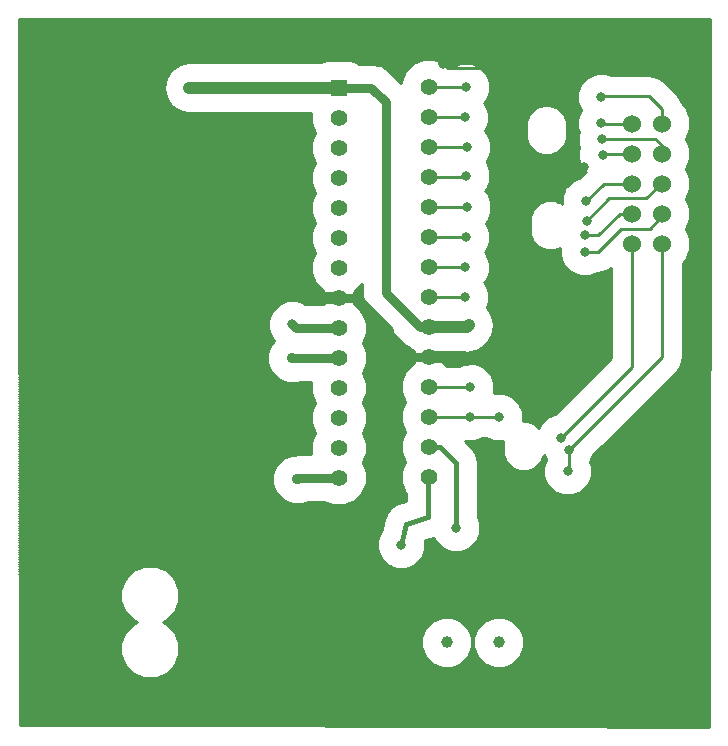
<source format=gbl>
G04 (created by PCBNEW (2013-08-24 BZR 4298)-stable) date Sun 25 Aug 2013 07:44:27 PM PDT*
%MOIN*%
G04 Gerber Fmt 3.4, Leading zero omitted, Abs format*
%FSLAX34Y34*%
G01*
G70*
G90*
G04 APERTURE LIST*
%ADD10C,0.003937*%
%ADD11C,0.055000*%
%ADD12R,0.055000X0.055000*%
%ADD13C,0.060000*%
%ADD14C,0.039400*%
%ADD15C,0.005900*%
%ADD16C,0.031500*%
%ADD17C,0.035000*%
%ADD18C,0.039400*%
%ADD19C,0.031500*%
%ADD20C,0.015700*%
%ADD21C,0.030000*%
%ADD22C,0.009800*%
%ADD23C,0.010000*%
G04 APERTURE END LIST*
G54D10*
G54D11*
X73374Y-41962D03*
X73374Y-42962D03*
X73374Y-40962D03*
X73374Y-39962D03*
X73374Y-38962D03*
X73374Y-37962D03*
X73374Y-36962D03*
X73374Y-35962D03*
X73374Y-43956D03*
X73374Y-44956D03*
X73374Y-45956D03*
X73374Y-47956D03*
X73374Y-46956D03*
X70380Y-46978D03*
X70380Y-47978D03*
X70380Y-45978D03*
X70380Y-44978D03*
X70380Y-43978D03*
X73370Y-34958D03*
G54D12*
X70380Y-34984D03*
G54D11*
X70380Y-35984D03*
X70380Y-36984D03*
X70380Y-37984D03*
X70380Y-38984D03*
X70380Y-39984D03*
X70380Y-40984D03*
X70380Y-42984D03*
X70380Y-41984D03*
G54D13*
X80144Y-36178D03*
X80144Y-37178D03*
X80144Y-38178D03*
X80144Y-39178D03*
X80144Y-40178D03*
X81144Y-40178D03*
X81144Y-39178D03*
X81144Y-38178D03*
X81144Y-37178D03*
X81144Y-36178D03*
G54D14*
X75710Y-53472D03*
X73978Y-53472D03*
G54D15*
X77419Y-39588D03*
X77419Y-39726D03*
X77419Y-39417D03*
X76534Y-46938D03*
X76534Y-47076D03*
X76534Y-46767D03*
X77294Y-36418D03*
X77294Y-36556D03*
X77294Y-36247D03*
G54D16*
X74704Y-42903D03*
X65394Y-34983D03*
X74284Y-49648D03*
X72454Y-50208D03*
X68824Y-42873D03*
G54D17*
X68812Y-44000D03*
X68980Y-48038D03*
G54D16*
X78653Y-53615D03*
X71479Y-54303D03*
X75533Y-50605D03*
X74653Y-44055D03*
X76413Y-38835D03*
X78533Y-37608D03*
X79312Y-34337D03*
X73843Y-34175D03*
X78573Y-40455D03*
X78633Y-39425D03*
X79128Y-35298D03*
X74606Y-34955D03*
X74648Y-36964D03*
X74571Y-41962D03*
X74606Y-39960D03*
X74753Y-44972D03*
X75710Y-45961D03*
X74743Y-45955D03*
X78005Y-47765D03*
X78036Y-47063D03*
X77777Y-46652D03*
X74655Y-38959D03*
X74593Y-40955D03*
X74623Y-37915D03*
X74578Y-35970D03*
X79128Y-36173D03*
X79156Y-36684D03*
X79170Y-37209D03*
X78613Y-38765D03*
X78573Y-39895D03*
G54D18*
X74645Y-42962D02*
X73374Y-42962D01*
X74704Y-42903D02*
X74645Y-42962D01*
G54D19*
X73374Y-42962D02*
X73083Y-42962D01*
X71465Y-34984D02*
X70380Y-34984D01*
X71944Y-35463D02*
X71465Y-34984D01*
X71944Y-41823D02*
X71944Y-35463D01*
X73083Y-42962D02*
X71944Y-41823D01*
G54D18*
X65394Y-34983D02*
X65395Y-34984D01*
X65395Y-34984D02*
X70380Y-34984D01*
G54D20*
X73374Y-46956D02*
X73762Y-46956D01*
X74284Y-47478D02*
X74284Y-49648D01*
X73762Y-46956D02*
X74284Y-47478D01*
X73339Y-47991D02*
X73374Y-47956D01*
X73339Y-49278D02*
X73339Y-47991D01*
X72454Y-50208D02*
X72604Y-49518D01*
X72604Y-49518D02*
X73339Y-49278D01*
G54D19*
X68824Y-42873D02*
X68935Y-42984D01*
X68935Y-42984D02*
X70380Y-42984D01*
G54D21*
X70380Y-43978D02*
X68834Y-43978D01*
X68834Y-43978D02*
X68812Y-44000D01*
X69040Y-47978D02*
X70380Y-47978D01*
X68980Y-48038D02*
X69040Y-47978D01*
G54D20*
X78633Y-53635D02*
X78633Y-53645D01*
X78653Y-53615D02*
X78633Y-53635D01*
X75533Y-50605D02*
X75543Y-50595D01*
G54D18*
X73374Y-43956D02*
X74554Y-43956D01*
X74554Y-43956D02*
X74653Y-44055D01*
X70380Y-41984D02*
X69770Y-41984D01*
X69770Y-41984D02*
X68866Y-41080D01*
G54D22*
X77640Y-37608D02*
X78533Y-37608D01*
X76413Y-38835D02*
X77640Y-37608D01*
X78533Y-37608D02*
X78533Y-37622D01*
X74005Y-34337D02*
X79312Y-34337D01*
X73843Y-34175D02*
X74005Y-34337D01*
G54D21*
X70380Y-41984D02*
X70976Y-41984D01*
X72046Y-43538D02*
X72464Y-43956D01*
X72046Y-43054D02*
X72046Y-43538D01*
X70976Y-41984D02*
X72046Y-43054D01*
X72464Y-43956D02*
X73374Y-43956D01*
X73374Y-43956D02*
X72464Y-43956D01*
G54D22*
X81144Y-39178D02*
X81144Y-39264D01*
X79003Y-40455D02*
X78573Y-40455D01*
X79783Y-39675D02*
X79003Y-40455D01*
X80733Y-39675D02*
X79783Y-39675D01*
X81144Y-39264D02*
X80733Y-39675D01*
X81144Y-38178D02*
X81110Y-38178D01*
X79393Y-38665D02*
X78633Y-39425D01*
X80623Y-38665D02*
X79393Y-38665D01*
X81110Y-38178D02*
X80623Y-38665D01*
X81144Y-35676D02*
X81144Y-36178D01*
X80724Y-35256D02*
X81144Y-35676D01*
X79170Y-35256D02*
X80724Y-35256D01*
X79128Y-35298D02*
X79170Y-35256D01*
X73370Y-34958D02*
X74603Y-34958D01*
X74603Y-34958D02*
X74606Y-34955D01*
X73374Y-36962D02*
X74646Y-36962D01*
X74646Y-36962D02*
X74648Y-36964D01*
X74571Y-41962D02*
X73374Y-41962D01*
X74604Y-39962D02*
X73374Y-39962D01*
X74606Y-39960D02*
X74604Y-39962D01*
X74737Y-44956D02*
X73374Y-44956D01*
X74753Y-44972D02*
X74737Y-44956D01*
X75827Y-45955D02*
X74743Y-45955D01*
X75710Y-45961D02*
X75827Y-45955D01*
X74743Y-45955D02*
X74742Y-45956D01*
X73374Y-45956D02*
X74742Y-45956D01*
X78036Y-47734D02*
X78036Y-47063D01*
X78005Y-47765D02*
X78036Y-47734D01*
X81144Y-43955D02*
X81144Y-40178D01*
X78036Y-47063D02*
X81144Y-43955D01*
X80144Y-44285D02*
X80144Y-40178D01*
X77777Y-46652D02*
X80144Y-44285D01*
X73374Y-38962D02*
X74652Y-38962D01*
X74652Y-38962D02*
X74655Y-38959D01*
X73374Y-40962D02*
X74586Y-40962D01*
X74586Y-40962D02*
X74593Y-40955D01*
X74576Y-37962D02*
X73374Y-37962D01*
X74623Y-37915D02*
X74576Y-37962D01*
X74570Y-35962D02*
X73374Y-35962D01*
X74578Y-35970D02*
X74570Y-35962D01*
X80144Y-36178D02*
X79133Y-36178D01*
X79133Y-36178D02*
X79128Y-36173D01*
X81144Y-37178D02*
X81144Y-36901D01*
X80927Y-36684D02*
X79156Y-36684D01*
X81144Y-36901D02*
X80927Y-36684D01*
X79201Y-37178D02*
X80144Y-37178D01*
X79170Y-37209D02*
X79201Y-37178D01*
X79200Y-38178D02*
X80144Y-38178D01*
X78613Y-38765D02*
X79200Y-38178D01*
X79740Y-39178D02*
X80144Y-39178D01*
X79013Y-39905D02*
X79740Y-39178D01*
X78583Y-39905D02*
X79013Y-39905D01*
X78573Y-39895D02*
X78583Y-39905D01*
G54D23*
X70373Y-41908D02*
X70373Y-41908D01*
X70304Y-41988D02*
X70455Y-41988D01*
X73361Y-43886D02*
X73361Y-43886D01*
X73303Y-43966D02*
X73444Y-43966D01*
X59711Y-32697D02*
X82743Y-32697D01*
X59711Y-32777D02*
X82743Y-32777D01*
X59711Y-32857D02*
X82743Y-32857D01*
X59711Y-32937D02*
X82743Y-32937D01*
X59711Y-33017D02*
X82743Y-33017D01*
X59711Y-33097D02*
X82743Y-33097D01*
X59711Y-33177D02*
X82743Y-33177D01*
X59711Y-33257D02*
X82742Y-33257D01*
X59711Y-33337D02*
X82742Y-33337D01*
X59711Y-33417D02*
X82742Y-33417D01*
X59712Y-33497D02*
X82742Y-33497D01*
X59712Y-33577D02*
X82742Y-33577D01*
X59712Y-33657D02*
X82742Y-33657D01*
X59712Y-33737D02*
X82742Y-33737D01*
X59712Y-33817D02*
X82742Y-33817D01*
X59712Y-33897D02*
X82741Y-33897D01*
X59712Y-33977D02*
X82741Y-33977D01*
X59712Y-34057D02*
X73128Y-34057D01*
X73612Y-34057D02*
X82741Y-34057D01*
X59712Y-34137D02*
X65388Y-34137D01*
X70972Y-34137D02*
X72934Y-34137D01*
X73804Y-34137D02*
X82741Y-34137D01*
X59712Y-34217D02*
X65045Y-34217D01*
X71668Y-34217D02*
X72803Y-34217D01*
X73937Y-34217D02*
X74277Y-34217D01*
X74934Y-34217D02*
X82741Y-34217D01*
X59712Y-34297D02*
X64925Y-34297D01*
X71862Y-34297D02*
X72722Y-34297D01*
X75090Y-34297D02*
X82741Y-34297D01*
X59713Y-34377D02*
X64805Y-34377D01*
X71982Y-34377D02*
X72642Y-34377D01*
X75169Y-34377D02*
X82741Y-34377D01*
X59713Y-34457D02*
X64746Y-34457D01*
X72079Y-34457D02*
X72576Y-34457D01*
X75249Y-34457D02*
X82740Y-34457D01*
X59713Y-34537D02*
X64692Y-34537D01*
X72159Y-34537D02*
X72543Y-34537D01*
X75307Y-34537D02*
X78855Y-34537D01*
X79400Y-34537D02*
X82740Y-34537D01*
X59713Y-34617D02*
X64639Y-34617D01*
X72239Y-34617D02*
X72510Y-34617D01*
X75340Y-34617D02*
X78667Y-34617D01*
X81001Y-34617D02*
X82740Y-34617D01*
X59713Y-34697D02*
X64603Y-34697D01*
X72319Y-34697D02*
X72476Y-34697D01*
X75373Y-34697D02*
X78587Y-34697D01*
X81121Y-34697D02*
X82740Y-34697D01*
X59713Y-34777D02*
X64587Y-34777D01*
X72399Y-34777D02*
X72445Y-34777D01*
X75406Y-34777D02*
X78506Y-34777D01*
X81233Y-34777D02*
X82740Y-34777D01*
X59713Y-34857D02*
X64572Y-34857D01*
X75413Y-34857D02*
X78436Y-34857D01*
X81313Y-34857D02*
X82740Y-34857D01*
X59713Y-34937D02*
X64556Y-34937D01*
X75413Y-34937D02*
X78403Y-34937D01*
X81393Y-34937D02*
X82740Y-34937D01*
X59713Y-35017D02*
X64553Y-35017D01*
X75413Y-35017D02*
X78370Y-35017D01*
X81473Y-35017D02*
X82739Y-35017D01*
X59713Y-35097D02*
X64569Y-35097D01*
X75413Y-35097D02*
X78337Y-35097D01*
X81553Y-35097D02*
X82739Y-35097D01*
X59713Y-35177D02*
X64585Y-35177D01*
X75388Y-35177D02*
X78320Y-35177D01*
X81633Y-35177D02*
X82739Y-35177D01*
X59714Y-35257D02*
X64601Y-35257D01*
X75354Y-35257D02*
X78320Y-35257D01*
X81688Y-35257D02*
X82739Y-35257D01*
X59714Y-35337D02*
X64631Y-35337D01*
X75321Y-35337D02*
X78320Y-35337D01*
X81742Y-35337D02*
X82739Y-35337D01*
X59714Y-35417D02*
X64684Y-35417D01*
X75286Y-35417D02*
X78320Y-35417D01*
X81791Y-35417D02*
X82739Y-35417D01*
X59714Y-35497D02*
X64738Y-35497D01*
X75246Y-35497D02*
X78336Y-35497D01*
X81807Y-35497D02*
X82739Y-35497D01*
X59714Y-35577D02*
X64791Y-35577D01*
X75289Y-35577D02*
X77136Y-35577D01*
X77452Y-35577D02*
X78369Y-35577D01*
X81886Y-35577D02*
X82739Y-35577D01*
X59714Y-35657D02*
X64906Y-35657D01*
X75322Y-35657D02*
X76942Y-35657D01*
X77645Y-35657D02*
X78402Y-35657D01*
X81956Y-35657D02*
X82738Y-35657D01*
X59714Y-35737D02*
X65026Y-35737D01*
X75355Y-35737D02*
X76843Y-35737D01*
X77745Y-35737D02*
X78434Y-35737D01*
X81989Y-35737D02*
X82738Y-35737D01*
X59714Y-35817D02*
X65324Y-35817D01*
X75385Y-35817D02*
X76762Y-35817D01*
X77824Y-35817D02*
X78401Y-35817D01*
X82022Y-35817D02*
X82738Y-35817D01*
X59714Y-35897D02*
X69455Y-35897D01*
X75385Y-35897D02*
X76703Y-35897D01*
X77884Y-35897D02*
X78368Y-35897D01*
X82055Y-35897D02*
X82738Y-35897D01*
X59714Y-35977D02*
X69455Y-35977D01*
X75385Y-35977D02*
X76670Y-35977D01*
X77917Y-35977D02*
X78335Y-35977D01*
X82088Y-35977D02*
X82738Y-35977D01*
X59715Y-36057D02*
X69454Y-36057D01*
X75385Y-36057D02*
X76637Y-36057D01*
X77950Y-36057D02*
X78320Y-36057D01*
X82094Y-36057D02*
X82738Y-36057D01*
X59715Y-36137D02*
X69454Y-36137D01*
X75383Y-36137D02*
X76614Y-36137D01*
X77973Y-36137D02*
X78320Y-36137D01*
X82094Y-36137D02*
X82738Y-36137D01*
X59715Y-36217D02*
X69475Y-36217D01*
X75349Y-36217D02*
X76614Y-36217D01*
X77973Y-36217D02*
X78320Y-36217D01*
X82093Y-36217D02*
X82737Y-36217D01*
X59715Y-36297D02*
X69508Y-36297D01*
X75316Y-36297D02*
X76614Y-36297D01*
X77973Y-36297D02*
X78320Y-36297D01*
X82093Y-36297D02*
X82737Y-36297D01*
X59715Y-36377D02*
X69541Y-36377D01*
X75283Y-36377D02*
X76614Y-36377D01*
X77973Y-36377D02*
X78338Y-36377D01*
X82090Y-36377D02*
X82737Y-36377D01*
X59715Y-36457D02*
X69574Y-36457D01*
X75282Y-36457D02*
X76614Y-36457D01*
X77973Y-36457D02*
X77973Y-36457D01*
X77973Y-36457D02*
X78371Y-36457D01*
X82056Y-36457D02*
X82737Y-36457D01*
X59715Y-36537D02*
X69564Y-36537D01*
X75345Y-36537D02*
X76614Y-36537D01*
X77973Y-36537D02*
X77973Y-36537D01*
X77973Y-36537D02*
X78348Y-36537D01*
X82023Y-36537D02*
X82737Y-36537D01*
X59715Y-36617D02*
X69530Y-36617D01*
X75378Y-36617D02*
X76614Y-36617D01*
X77973Y-36617D02*
X77973Y-36617D01*
X77973Y-36617D02*
X78348Y-36617D01*
X81990Y-36617D02*
X82737Y-36617D01*
X59715Y-36697D02*
X69497Y-36697D01*
X75411Y-36697D02*
X76617Y-36697D01*
X77971Y-36697D02*
X77973Y-36697D01*
X77973Y-36697D02*
X78348Y-36697D01*
X81973Y-36697D02*
X82737Y-36697D01*
X59715Y-36777D02*
X69464Y-36777D01*
X75444Y-36777D02*
X76650Y-36777D01*
X77937Y-36777D02*
X77973Y-36777D01*
X77973Y-36777D02*
X78348Y-36777D01*
X82006Y-36777D02*
X82737Y-36777D01*
X59715Y-36857D02*
X69455Y-36857D01*
X75455Y-36857D02*
X76683Y-36857D01*
X77904Y-36857D02*
X77973Y-36857D01*
X77973Y-36857D02*
X78353Y-36857D01*
X82039Y-36857D02*
X82736Y-36857D01*
X59716Y-36937D02*
X69455Y-36937D01*
X75455Y-36937D02*
X76716Y-36937D01*
X77871Y-36937D02*
X77973Y-36937D01*
X77973Y-36937D02*
X78386Y-36937D01*
X82072Y-36937D02*
X82736Y-36937D01*
X59716Y-37017D02*
X69454Y-37017D01*
X75455Y-37017D02*
X76794Y-37017D01*
X77793Y-37017D02*
X77973Y-37017D01*
X77973Y-37017D02*
X78375Y-37017D01*
X82094Y-37017D02*
X82736Y-37017D01*
X59716Y-37097D02*
X69454Y-37097D01*
X75455Y-37097D02*
X76873Y-37097D01*
X77713Y-37097D02*
X77973Y-37097D01*
X77973Y-37097D02*
X78362Y-37097D01*
X82094Y-37097D02*
X82736Y-37097D01*
X59716Y-37177D02*
X69458Y-37177D01*
X75433Y-37177D02*
X77017Y-37177D01*
X77570Y-37177D02*
X77973Y-37177D01*
X77973Y-37177D02*
X78362Y-37177D01*
X82094Y-37177D02*
X82736Y-37177D01*
X59716Y-37257D02*
X69491Y-37257D01*
X75400Y-37257D02*
X77973Y-37257D01*
X77973Y-37257D02*
X78362Y-37257D01*
X82093Y-37257D02*
X82736Y-37257D01*
X59716Y-37337D02*
X69525Y-37337D01*
X75367Y-37337D02*
X77973Y-37337D01*
X77973Y-37337D02*
X78362Y-37337D01*
X82093Y-37337D02*
X82736Y-37337D01*
X59716Y-37417D02*
X69558Y-37417D01*
X75334Y-37417D02*
X77973Y-37417D01*
X77973Y-37417D02*
X78382Y-37417D01*
X82073Y-37417D02*
X82735Y-37417D01*
X59716Y-37497D02*
X69580Y-37497D01*
X75324Y-37497D02*
X77973Y-37497D01*
X77973Y-37497D02*
X78415Y-37497D01*
X82040Y-37497D02*
X82735Y-37497D01*
X59716Y-37577D02*
X69547Y-37577D01*
X75357Y-37577D02*
X77973Y-37577D01*
X77973Y-37577D02*
X78448Y-37577D01*
X82006Y-37577D02*
X82735Y-37577D01*
X59716Y-37657D02*
X69514Y-37657D01*
X75390Y-37657D02*
X77973Y-37657D01*
X77973Y-37657D02*
X78481Y-37657D01*
X81973Y-37657D02*
X82735Y-37657D01*
X59717Y-37737D02*
X69480Y-37737D01*
X75423Y-37737D02*
X77973Y-37737D01*
X77973Y-37737D02*
X78556Y-37737D01*
X81989Y-37737D02*
X82735Y-37737D01*
X59717Y-37817D02*
X69455Y-37817D01*
X75430Y-37817D02*
X77973Y-37817D01*
X77973Y-37817D02*
X78572Y-37817D01*
X82022Y-37817D02*
X82735Y-37817D01*
X59717Y-37897D02*
X69455Y-37897D01*
X75430Y-37897D02*
X77973Y-37897D01*
X77973Y-37897D02*
X78492Y-37897D01*
X82055Y-37897D02*
X82735Y-37897D01*
X59717Y-37977D02*
X69455Y-37977D01*
X75430Y-37977D02*
X77973Y-37977D01*
X77973Y-37977D02*
X78405Y-37977D01*
X82088Y-37977D02*
X82734Y-37977D01*
X59717Y-38057D02*
X69454Y-38057D01*
X75430Y-38057D02*
X77973Y-38057D01*
X77973Y-38057D02*
X78211Y-38057D01*
X82094Y-38057D02*
X82734Y-38057D01*
X59717Y-38137D02*
X69454Y-38137D01*
X75405Y-38137D02*
X77973Y-38137D01*
X77973Y-38137D02*
X78099Y-38137D01*
X82094Y-38137D02*
X82734Y-38137D01*
X59717Y-38217D02*
X69475Y-38217D01*
X75371Y-38217D02*
X77973Y-38217D01*
X77973Y-38217D02*
X78018Y-38217D01*
X82093Y-38217D02*
X82734Y-38217D01*
X59717Y-38297D02*
X69508Y-38297D01*
X75338Y-38297D02*
X77938Y-38297D01*
X82093Y-38297D02*
X82734Y-38297D01*
X59717Y-38377D02*
X69541Y-38377D01*
X75303Y-38377D02*
X77899Y-38377D01*
X82090Y-38377D02*
X82734Y-38377D01*
X59717Y-38457D02*
X69574Y-38457D01*
X75294Y-38457D02*
X77866Y-38457D01*
X82056Y-38457D02*
X82734Y-38457D01*
X59717Y-38537D02*
X69564Y-38537D01*
X75354Y-38537D02*
X77833Y-38537D01*
X82023Y-38537D02*
X82734Y-38537D01*
X59718Y-38617D02*
X69530Y-38617D01*
X75387Y-38617D02*
X77805Y-38617D01*
X81990Y-38617D02*
X82733Y-38617D01*
X59718Y-38697D02*
X69497Y-38697D01*
X75420Y-38697D02*
X77805Y-38697D01*
X81973Y-38697D02*
X82733Y-38697D01*
X59718Y-38777D02*
X69464Y-38777D01*
X75453Y-38777D02*
X77188Y-38777D01*
X77649Y-38777D02*
X77805Y-38777D01*
X82006Y-38777D02*
X82733Y-38777D01*
X59718Y-38857D02*
X69455Y-38857D01*
X75462Y-38857D02*
X77018Y-38857D01*
X82039Y-38857D02*
X82733Y-38857D01*
X59718Y-38937D02*
X69455Y-38937D01*
X75462Y-38937D02*
X76938Y-38937D01*
X82072Y-38937D02*
X82733Y-38937D01*
X59718Y-39017D02*
X69454Y-39017D01*
X75462Y-39017D02*
X76857Y-39017D01*
X82094Y-39017D02*
X82733Y-39017D01*
X59718Y-39097D02*
X69454Y-39097D01*
X75462Y-39097D02*
X76816Y-39097D01*
X82094Y-39097D02*
X82733Y-39097D01*
X59718Y-39177D02*
X69458Y-39177D01*
X75438Y-39177D02*
X76782Y-39177D01*
X82094Y-39177D02*
X82732Y-39177D01*
X59718Y-39257D02*
X69491Y-39257D01*
X75405Y-39257D02*
X76749Y-39257D01*
X82093Y-39257D02*
X82732Y-39257D01*
X59718Y-39337D02*
X69525Y-39337D01*
X75372Y-39337D02*
X76739Y-39337D01*
X82093Y-39337D02*
X82732Y-39337D01*
X59719Y-39417D02*
X69558Y-39417D01*
X75339Y-39417D02*
X76739Y-39417D01*
X82073Y-39417D02*
X82732Y-39417D01*
X59719Y-39497D02*
X69580Y-39497D01*
X75284Y-39497D02*
X76739Y-39497D01*
X82040Y-39497D02*
X82732Y-39497D01*
X59719Y-39577D02*
X69547Y-39577D01*
X75321Y-39577D02*
X76739Y-39577D01*
X82006Y-39577D02*
X82732Y-39577D01*
X59719Y-39657D02*
X69514Y-39657D01*
X75354Y-39657D02*
X76739Y-39657D01*
X81973Y-39657D02*
X82732Y-39657D01*
X59719Y-39737D02*
X69480Y-39737D01*
X75387Y-39737D02*
X76739Y-39737D01*
X81989Y-39737D02*
X82732Y-39737D01*
X59719Y-39817D02*
X69455Y-39817D01*
X75413Y-39817D02*
X76739Y-39817D01*
X82022Y-39817D02*
X82731Y-39817D01*
X59719Y-39897D02*
X69455Y-39897D01*
X75413Y-39897D02*
X76754Y-39897D01*
X82055Y-39897D02*
X82731Y-39897D01*
X59719Y-39977D02*
X69455Y-39977D01*
X75413Y-39977D02*
X76787Y-39977D01*
X82088Y-39977D02*
X82731Y-39977D01*
X59719Y-40057D02*
X69454Y-40057D01*
X75413Y-40057D02*
X76820Y-40057D01*
X82094Y-40057D02*
X82094Y-40057D01*
X82094Y-40057D02*
X82731Y-40057D01*
X59719Y-40137D02*
X69454Y-40137D01*
X75406Y-40137D02*
X76869Y-40137D01*
X82094Y-40137D02*
X82094Y-40137D01*
X82094Y-40137D02*
X82731Y-40137D01*
X59719Y-40217D02*
X69475Y-40217D01*
X75373Y-40217D02*
X76949Y-40217D01*
X82093Y-40217D02*
X82094Y-40217D01*
X82094Y-40217D02*
X82731Y-40217D01*
X59720Y-40297D02*
X69508Y-40297D01*
X75340Y-40297D02*
X77028Y-40297D01*
X82093Y-40297D02*
X82094Y-40297D01*
X82094Y-40297D02*
X82731Y-40297D01*
X59720Y-40377D02*
X69541Y-40377D01*
X75307Y-40377D02*
X77214Y-40377D01*
X77622Y-40377D02*
X77765Y-40377D01*
X82090Y-40377D02*
X82094Y-40377D01*
X82094Y-40377D02*
X82730Y-40377D01*
X59720Y-40457D02*
X69574Y-40457D01*
X75251Y-40457D02*
X77765Y-40457D01*
X82056Y-40457D02*
X82094Y-40457D01*
X82094Y-40457D02*
X82730Y-40457D01*
X59720Y-40537D02*
X69564Y-40537D01*
X75294Y-40537D02*
X77765Y-40537D01*
X82023Y-40537D02*
X82094Y-40537D01*
X82094Y-40537D02*
X82730Y-40537D01*
X59720Y-40617D02*
X69530Y-40617D01*
X75327Y-40617D02*
X77766Y-40617D01*
X81990Y-40617D02*
X82094Y-40617D01*
X82094Y-40617D02*
X82730Y-40617D01*
X59720Y-40697D02*
X69497Y-40697D01*
X75360Y-40697D02*
X77799Y-40697D01*
X81957Y-40697D02*
X82094Y-40697D01*
X82094Y-40697D02*
X82730Y-40697D01*
X59720Y-40777D02*
X69464Y-40777D01*
X75393Y-40777D02*
X77832Y-40777D01*
X81888Y-40777D02*
X82094Y-40777D01*
X82094Y-40777D02*
X82730Y-40777D01*
X59720Y-40857D02*
X69455Y-40857D01*
X75400Y-40857D02*
X77865Y-40857D01*
X81843Y-40857D02*
X82094Y-40857D01*
X82094Y-40857D02*
X82730Y-40857D01*
X59720Y-40937D02*
X69455Y-40937D01*
X75400Y-40937D02*
X77913Y-40937D01*
X81843Y-40937D02*
X82094Y-40937D01*
X82094Y-40937D02*
X82730Y-40937D01*
X59720Y-41017D02*
X69454Y-41017D01*
X75400Y-41017D02*
X77993Y-41017D01*
X79395Y-41017D02*
X79445Y-41017D01*
X81843Y-41017D02*
X82094Y-41017D01*
X82094Y-41017D02*
X82729Y-41017D01*
X59721Y-41097D02*
X69454Y-41097D01*
X75400Y-41097D02*
X78072Y-41097D01*
X79276Y-41097D02*
X79445Y-41097D01*
X81843Y-41097D02*
X82094Y-41097D01*
X82094Y-41097D02*
X82729Y-41097D01*
X59721Y-41177D02*
X69458Y-41177D01*
X75375Y-41177D02*
X78206Y-41177D01*
X78940Y-41177D02*
X79445Y-41177D01*
X81843Y-41177D02*
X82094Y-41177D01*
X82094Y-41177D02*
X82729Y-41177D01*
X59721Y-41257D02*
X69491Y-41257D01*
X75341Y-41257D02*
X78398Y-41257D01*
X78746Y-41257D02*
X79445Y-41257D01*
X81843Y-41257D02*
X82094Y-41257D01*
X82094Y-41257D02*
X82729Y-41257D01*
X59721Y-41337D02*
X69525Y-41337D01*
X75308Y-41337D02*
X79445Y-41337D01*
X81843Y-41337D02*
X82094Y-41337D01*
X82094Y-41337D02*
X82729Y-41337D01*
X59721Y-41417D02*
X69558Y-41417D01*
X75273Y-41417D02*
X79445Y-41417D01*
X81843Y-41417D02*
X82094Y-41417D01*
X82094Y-41417D02*
X82729Y-41417D01*
X59721Y-41497D02*
X69591Y-41497D01*
X75247Y-41497D02*
X79445Y-41497D01*
X81843Y-41497D02*
X82094Y-41497D01*
X82094Y-41497D02*
X82729Y-41497D01*
X59721Y-41577D02*
X69664Y-41577D01*
X71095Y-41577D02*
X71136Y-41577D01*
X75285Y-41577D02*
X79445Y-41577D01*
X81843Y-41577D02*
X82094Y-41577D01*
X82094Y-41577D02*
X82728Y-41577D01*
X59721Y-41657D02*
X69744Y-41657D01*
X71015Y-41657D02*
X71136Y-41657D01*
X75318Y-41657D02*
X79445Y-41657D01*
X81843Y-41657D02*
X82094Y-41657D01*
X82094Y-41657D02*
X82728Y-41657D01*
X59721Y-41737D02*
X69824Y-41737D01*
X70934Y-41737D02*
X71136Y-41737D01*
X75351Y-41737D02*
X79445Y-41737D01*
X81843Y-41737D02*
X82094Y-41737D01*
X82094Y-41737D02*
X82728Y-41737D01*
X59721Y-41817D02*
X69882Y-41817D01*
X70884Y-41817D02*
X71136Y-41817D01*
X75378Y-41817D02*
X79445Y-41817D01*
X81843Y-41817D02*
X82094Y-41817D01*
X82094Y-41817D02*
X82728Y-41817D01*
X59721Y-41897D02*
X69854Y-41897D01*
X70901Y-41897D02*
X71151Y-41897D01*
X75378Y-41897D02*
X79445Y-41897D01*
X81843Y-41897D02*
X82094Y-41897D01*
X82094Y-41897D02*
X82728Y-41897D01*
X59722Y-41977D02*
X69853Y-41977D01*
X70905Y-41977D02*
X71167Y-41977D01*
X75378Y-41977D02*
X79445Y-41977D01*
X81843Y-41977D02*
X82094Y-41977D01*
X82094Y-41977D02*
X82728Y-41977D01*
X59722Y-42057D02*
X69858Y-42057D01*
X70909Y-42057D02*
X71183Y-42057D01*
X75378Y-42057D02*
X79445Y-42057D01*
X81843Y-42057D02*
X82094Y-42057D01*
X82094Y-42057D02*
X82728Y-42057D01*
X59722Y-42137D02*
X68490Y-42137D01*
X69157Y-42137D02*
X69869Y-42137D01*
X70882Y-42137D02*
X71201Y-42137D01*
X75372Y-42137D02*
X79445Y-42137D01*
X81843Y-42137D02*
X82094Y-42137D01*
X82094Y-42137D02*
X82727Y-42137D01*
X59722Y-42217D02*
X68338Y-42217D01*
X70921Y-42217D02*
X71254Y-42217D01*
X75339Y-42217D02*
X79445Y-42217D01*
X81843Y-42217D02*
X82094Y-42217D01*
X82094Y-42217D02*
X82727Y-42217D01*
X59722Y-42297D02*
X68258Y-42297D01*
X71001Y-42297D02*
X71308Y-42297D01*
X75306Y-42297D02*
X79445Y-42297D01*
X81843Y-42297D02*
X82094Y-42297D01*
X82094Y-42297D02*
X82727Y-42297D01*
X59722Y-42377D02*
X68177Y-42377D01*
X71081Y-42377D02*
X71361Y-42377D01*
X75351Y-42377D02*
X79445Y-42377D01*
X81843Y-42377D02*
X82094Y-42377D01*
X82094Y-42377D02*
X82727Y-42377D01*
X59722Y-42457D02*
X68122Y-42457D01*
X71160Y-42457D02*
X71436Y-42457D01*
X75405Y-42457D02*
X79445Y-42457D01*
X81843Y-42457D02*
X82094Y-42457D01*
X82094Y-42457D02*
X82727Y-42457D01*
X59722Y-42537D02*
X68089Y-42537D01*
X71196Y-42537D02*
X71516Y-42537D01*
X75458Y-42537D02*
X79445Y-42537D01*
X81843Y-42537D02*
X82094Y-42537D01*
X82094Y-42537D02*
X82727Y-42537D01*
X59722Y-42617D02*
X68055Y-42617D01*
X71229Y-42617D02*
X71596Y-42617D01*
X75494Y-42617D02*
X79445Y-42617D01*
X81843Y-42617D02*
X82094Y-42617D01*
X82094Y-42617D02*
X82727Y-42617D01*
X59722Y-42697D02*
X68022Y-42697D01*
X71262Y-42697D02*
X71676Y-42697D01*
X75510Y-42697D02*
X79445Y-42697D01*
X81843Y-42697D02*
X82094Y-42697D01*
X82094Y-42697D02*
X82727Y-42697D01*
X59723Y-42777D02*
X68016Y-42777D01*
X71295Y-42777D02*
X71756Y-42777D01*
X75525Y-42777D02*
X79445Y-42777D01*
X81843Y-42777D02*
X82094Y-42777D01*
X82094Y-42777D02*
X82726Y-42777D01*
X59723Y-42857D02*
X68016Y-42857D01*
X71305Y-42857D02*
X71836Y-42857D01*
X75541Y-42857D02*
X79445Y-42857D01*
X81843Y-42857D02*
X82094Y-42857D01*
X82094Y-42857D02*
X82726Y-42857D01*
X59723Y-42937D02*
X68016Y-42937D01*
X71305Y-42937D02*
X71916Y-42937D01*
X75544Y-42937D02*
X79445Y-42937D01*
X81843Y-42937D02*
X82094Y-42937D01*
X82094Y-42937D02*
X82726Y-42937D01*
X59723Y-43017D02*
X68016Y-43017D01*
X71304Y-43017D02*
X71996Y-43017D01*
X75528Y-43017D02*
X79445Y-43017D01*
X81843Y-43017D02*
X82094Y-43017D01*
X82094Y-43017D02*
X82726Y-43017D01*
X59723Y-43097D02*
X68042Y-43097D01*
X71304Y-43097D02*
X72076Y-43097D01*
X75512Y-43097D02*
X79445Y-43097D01*
X81843Y-43097D02*
X82094Y-43097D01*
X82094Y-43097D02*
X82726Y-43097D01*
X59723Y-43177D02*
X68075Y-43177D01*
X71301Y-43177D02*
X72156Y-43177D01*
X75496Y-43177D02*
X79445Y-43177D01*
X81843Y-43177D02*
X82094Y-43177D01*
X82094Y-43177D02*
X82726Y-43177D01*
X59723Y-43257D02*
X68108Y-43257D01*
X71268Y-43257D02*
X72236Y-43257D01*
X75466Y-43257D02*
X79445Y-43257D01*
X81843Y-43257D02*
X82094Y-43257D01*
X82094Y-43257D02*
X82726Y-43257D01*
X59723Y-43337D02*
X68146Y-43337D01*
X71234Y-43337D02*
X72316Y-43337D01*
X75413Y-43337D02*
X79445Y-43337D01*
X81843Y-43337D02*
X82094Y-43337D01*
X82094Y-43337D02*
X82725Y-43337D01*
X59723Y-43417D02*
X68226Y-43417D01*
X71201Y-43417D02*
X72396Y-43417D01*
X75359Y-43417D02*
X79445Y-43417D01*
X81843Y-43417D02*
X82094Y-43417D01*
X82094Y-43417D02*
X82725Y-43417D01*
X59723Y-43497D02*
X68148Y-43497D01*
X71182Y-43497D02*
X72476Y-43497D01*
X75306Y-43497D02*
X79445Y-43497D01*
X81843Y-43497D02*
X82094Y-43497D01*
X82094Y-43497D02*
X82725Y-43497D01*
X59723Y-43577D02*
X68094Y-43577D01*
X71215Y-43577D02*
X72577Y-43577D01*
X75219Y-43577D02*
X79445Y-43577D01*
X81843Y-43577D02*
X82094Y-43577D01*
X82094Y-43577D02*
X82725Y-43577D01*
X59724Y-43657D02*
X68061Y-43657D01*
X71248Y-43657D02*
X72697Y-43657D01*
X75100Y-43657D02*
X79445Y-43657D01*
X81843Y-43657D02*
X82094Y-43657D01*
X82094Y-43657D02*
X82725Y-43657D01*
X59724Y-43737D02*
X68027Y-43737D01*
X71281Y-43737D02*
X72840Y-43737D01*
X74980Y-43737D02*
X79445Y-43737D01*
X81843Y-43737D02*
X82094Y-43737D01*
X82094Y-43737D02*
X82725Y-43737D01*
X59724Y-43817D02*
X67994Y-43817D01*
X71305Y-43817D02*
X72866Y-43817D01*
X73889Y-43817D02*
X79445Y-43817D01*
X81843Y-43817D02*
X82094Y-43817D01*
X82094Y-43817D02*
X82725Y-43817D01*
X59724Y-43897D02*
X67987Y-43897D01*
X71305Y-43897D02*
X72845Y-43897D01*
X73896Y-43897D02*
X79445Y-43897D01*
X81843Y-43897D02*
X82094Y-43897D01*
X82094Y-43897D02*
X82725Y-43897D01*
X59724Y-43977D02*
X67987Y-43977D01*
X71305Y-43977D02*
X72849Y-43977D01*
X73900Y-43977D02*
X79445Y-43977D01*
X81838Y-43977D02*
X82094Y-43977D01*
X82094Y-43977D02*
X82724Y-43977D01*
X59724Y-44057D02*
X67986Y-44057D01*
X71304Y-44057D02*
X72853Y-44057D01*
X73895Y-44057D02*
X79383Y-44057D01*
X81822Y-44057D02*
X82094Y-44057D01*
X82094Y-44057D02*
X82724Y-44057D01*
X59724Y-44137D02*
X67986Y-44137D01*
X71304Y-44137D02*
X72875Y-44137D01*
X73866Y-44137D02*
X79303Y-44137D01*
X81806Y-44137D02*
X82094Y-44137D01*
X82094Y-44137D02*
X82724Y-44137D01*
X59724Y-44217D02*
X68009Y-44217D01*
X71282Y-44217D02*
X72805Y-44217D01*
X73943Y-44217D02*
X74465Y-44217D01*
X75040Y-44217D02*
X79223Y-44217D01*
X81790Y-44217D02*
X82094Y-44217D01*
X82094Y-44217D02*
X82724Y-44217D01*
X59724Y-44297D02*
X68042Y-44297D01*
X71249Y-44297D02*
X72724Y-44297D01*
X75220Y-44297D02*
X79143Y-44297D01*
X81740Y-44297D02*
X82094Y-44297D01*
X82094Y-44297D02*
X82724Y-44297D01*
X59724Y-44377D02*
X68075Y-44377D01*
X71215Y-44377D02*
X72644Y-44377D01*
X75300Y-44377D02*
X79063Y-44377D01*
X81686Y-44377D02*
X82094Y-44377D01*
X82094Y-44377D02*
X82724Y-44377D01*
X59725Y-44457D02*
X68108Y-44457D01*
X71182Y-44457D02*
X72579Y-44457D01*
X75379Y-44457D02*
X78983Y-44457D01*
X81630Y-44457D02*
X82094Y-44457D01*
X82094Y-44457D02*
X82724Y-44457D01*
X59725Y-44537D02*
X68182Y-44537D01*
X71198Y-44537D02*
X72546Y-44537D01*
X75446Y-44537D02*
X78903Y-44537D01*
X81550Y-44537D02*
X82094Y-44537D01*
X82094Y-44537D02*
X82723Y-44537D01*
X59725Y-44617D02*
X68262Y-44617D01*
X71231Y-44617D02*
X72513Y-44617D01*
X75480Y-44617D02*
X78823Y-44617D01*
X81470Y-44617D02*
X82094Y-44617D01*
X82094Y-44617D02*
X82723Y-44617D01*
X59725Y-44697D02*
X68342Y-44697D01*
X71264Y-44697D02*
X72479Y-44697D01*
X75513Y-44697D02*
X78743Y-44697D01*
X81390Y-44697D02*
X82094Y-44697D01*
X82094Y-44697D02*
X82723Y-44697D01*
X59725Y-44777D02*
X68531Y-44777D01*
X71297Y-44777D02*
X72449Y-44777D01*
X75546Y-44777D02*
X78663Y-44777D01*
X81310Y-44777D02*
X82094Y-44777D01*
X82094Y-44777D02*
X82723Y-44777D01*
X59725Y-44857D02*
X69455Y-44857D01*
X71305Y-44857D02*
X72449Y-44857D01*
X75560Y-44857D02*
X78583Y-44857D01*
X81230Y-44857D02*
X82094Y-44857D01*
X82094Y-44857D02*
X82723Y-44857D01*
X59725Y-44937D02*
X69455Y-44937D01*
X71305Y-44937D02*
X72449Y-44937D01*
X75560Y-44937D02*
X78503Y-44937D01*
X81150Y-44937D02*
X82094Y-44937D01*
X82094Y-44937D02*
X82723Y-44937D01*
X59725Y-45017D02*
X69454Y-45017D01*
X71304Y-45017D02*
X72448Y-45017D01*
X75560Y-45017D02*
X78423Y-45017D01*
X81070Y-45017D02*
X82094Y-45017D01*
X82094Y-45017D02*
X82723Y-45017D01*
X59725Y-45097D02*
X69454Y-45097D01*
X71304Y-45097D02*
X72448Y-45097D01*
X75560Y-45097D02*
X78343Y-45097D01*
X80990Y-45097D02*
X82094Y-45097D01*
X82094Y-45097D02*
X82722Y-45097D01*
X59725Y-45177D02*
X69461Y-45177D01*
X71298Y-45177D02*
X72464Y-45177D01*
X75927Y-45177D02*
X78263Y-45177D01*
X80910Y-45177D02*
X82094Y-45177D01*
X82094Y-45177D02*
X82722Y-45177D01*
X59725Y-45257D02*
X69494Y-45257D01*
X71265Y-45257D02*
X72497Y-45257D01*
X76120Y-45257D02*
X78183Y-45257D01*
X80830Y-45257D02*
X82094Y-45257D01*
X82094Y-45257D02*
X82722Y-45257D01*
X59726Y-45337D02*
X69527Y-45337D01*
X71232Y-45337D02*
X72530Y-45337D01*
X76228Y-45337D02*
X78103Y-45337D01*
X80750Y-45337D02*
X82094Y-45337D01*
X82094Y-45337D02*
X82722Y-45337D01*
X59726Y-45417D02*
X69560Y-45417D01*
X71199Y-45417D02*
X72563Y-45417D01*
X76307Y-45417D02*
X78023Y-45417D01*
X80670Y-45417D02*
X82094Y-45417D01*
X82094Y-45417D02*
X82722Y-45417D01*
X59726Y-45497D02*
X69578Y-45497D01*
X71182Y-45497D02*
X72563Y-45497D01*
X76387Y-45497D02*
X77943Y-45497D01*
X80590Y-45497D02*
X82094Y-45497D01*
X82094Y-45497D02*
X82722Y-45497D01*
X59726Y-45577D02*
X69544Y-45577D01*
X71215Y-45577D02*
X72529Y-45577D01*
X76425Y-45577D02*
X77863Y-45577D01*
X80510Y-45577D02*
X82094Y-45577D01*
X82094Y-45577D02*
X82722Y-45577D01*
X59726Y-45657D02*
X69511Y-45657D01*
X71248Y-45657D02*
X72496Y-45657D01*
X76458Y-45657D02*
X77783Y-45657D01*
X80430Y-45657D02*
X82094Y-45657D01*
X82094Y-45657D02*
X82722Y-45657D01*
X59726Y-45737D02*
X69478Y-45737D01*
X71281Y-45737D02*
X72463Y-45737D01*
X76491Y-45737D02*
X77703Y-45737D01*
X80350Y-45737D02*
X82094Y-45737D01*
X82094Y-45737D02*
X82721Y-45737D01*
X59726Y-45817D02*
X69455Y-45817D01*
X71305Y-45817D02*
X72449Y-45817D01*
X76517Y-45817D02*
X77623Y-45817D01*
X80270Y-45817D02*
X82094Y-45817D01*
X82094Y-45817D02*
X82721Y-45817D01*
X59726Y-45897D02*
X69455Y-45897D01*
X71305Y-45897D02*
X72449Y-45897D01*
X76519Y-45897D02*
X77489Y-45897D01*
X80190Y-45897D02*
X82094Y-45897D01*
X82094Y-45897D02*
X82721Y-45897D01*
X59726Y-45977D02*
X69455Y-45977D01*
X71305Y-45977D02*
X72448Y-45977D01*
X76521Y-45977D02*
X77310Y-45977D01*
X80110Y-45977D02*
X82094Y-45977D01*
X82094Y-45977D02*
X82721Y-45977D01*
X59726Y-46057D02*
X69454Y-46057D01*
X71304Y-46057D02*
X72448Y-46057D01*
X76517Y-46057D02*
X77230Y-46057D01*
X80030Y-46057D02*
X82094Y-46057D01*
X82094Y-46057D02*
X82721Y-46057D01*
X59726Y-46137D02*
X69454Y-46137D01*
X71304Y-46137D02*
X72448Y-46137D01*
X76788Y-46137D02*
X77149Y-46137D01*
X79950Y-46137D02*
X82094Y-46137D01*
X82094Y-46137D02*
X82721Y-46137D01*
X59727Y-46217D02*
X69477Y-46217D01*
X71282Y-46217D02*
X72480Y-46217D01*
X76945Y-46217D02*
X77083Y-46217D01*
X79870Y-46217D02*
X82094Y-46217D01*
X82094Y-46217D02*
X82721Y-46217D01*
X59727Y-46297D02*
X69510Y-46297D01*
X71249Y-46297D02*
X72514Y-46297D01*
X77024Y-46297D02*
X77050Y-46297D01*
X79790Y-46297D02*
X82094Y-46297D01*
X82094Y-46297D02*
X82720Y-46297D01*
X59727Y-46377D02*
X69544Y-46377D01*
X71215Y-46377D02*
X72547Y-46377D01*
X79710Y-46377D02*
X82094Y-46377D01*
X82094Y-46377D02*
X82720Y-46377D01*
X59727Y-46457D02*
X69577Y-46457D01*
X71182Y-46457D02*
X72579Y-46457D01*
X79630Y-46457D02*
X82094Y-46457D01*
X82094Y-46457D02*
X82720Y-46457D01*
X59727Y-46537D02*
X69561Y-46537D01*
X71198Y-46537D02*
X72546Y-46537D01*
X79550Y-46537D02*
X82094Y-46537D01*
X82094Y-46537D02*
X82720Y-46537D01*
X59727Y-46617D02*
X69528Y-46617D01*
X71231Y-46617D02*
X72513Y-46617D01*
X79470Y-46617D02*
X82094Y-46617D01*
X82094Y-46617D02*
X82720Y-46617D01*
X59727Y-46697D02*
X69495Y-46697D01*
X71264Y-46697D02*
X72479Y-46697D01*
X75061Y-46697D02*
X75376Y-46697D01*
X79390Y-46697D02*
X82094Y-46697D01*
X82094Y-46697D02*
X82720Y-46697D01*
X59727Y-46777D02*
X69461Y-46777D01*
X71297Y-46777D02*
X72449Y-46777D01*
X74613Y-46777D02*
X75854Y-46777D01*
X79310Y-46777D02*
X82094Y-46777D01*
X82094Y-46777D02*
X82720Y-46777D01*
X59727Y-46857D02*
X69455Y-46857D01*
X71305Y-46857D02*
X72449Y-46857D01*
X74693Y-46857D02*
X75854Y-46857D01*
X79230Y-46857D02*
X82094Y-46857D01*
X82094Y-46857D02*
X82720Y-46857D01*
X59727Y-46937D02*
X69455Y-46937D01*
X71305Y-46937D02*
X72449Y-46937D01*
X74773Y-46937D02*
X75854Y-46937D01*
X79150Y-46937D02*
X82094Y-46937D01*
X82094Y-46937D02*
X82719Y-46937D01*
X59728Y-47017D02*
X69454Y-47017D01*
X71304Y-47017D02*
X72448Y-47017D01*
X74835Y-47017D02*
X75854Y-47017D01*
X79070Y-47017D02*
X82094Y-47017D01*
X82094Y-47017D02*
X82719Y-47017D01*
X59728Y-47097D02*
X69454Y-47097D01*
X71304Y-47097D02*
X72448Y-47097D01*
X74888Y-47097D02*
X75854Y-47097D01*
X78990Y-47097D02*
X82094Y-47097D01*
X82094Y-47097D02*
X82719Y-47097D01*
X59728Y-47177D02*
X69461Y-47177D01*
X71298Y-47177D02*
X72464Y-47177D01*
X74942Y-47177D02*
X75854Y-47177D01*
X78910Y-47177D02*
X82094Y-47177D01*
X82094Y-47177D02*
X82719Y-47177D01*
X59728Y-47257D02*
X68706Y-47257D01*
X71265Y-47257D02*
X72497Y-47257D01*
X74968Y-47257D02*
X75873Y-47257D01*
X77194Y-47257D02*
X77239Y-47257D01*
X78830Y-47257D02*
X82094Y-47257D01*
X82094Y-47257D02*
X82719Y-47257D01*
X59728Y-47337D02*
X68516Y-47337D01*
X71232Y-47337D02*
X72530Y-47337D01*
X74984Y-47337D02*
X75906Y-47337D01*
X77161Y-47337D02*
X77275Y-47337D01*
X78796Y-47337D02*
X82094Y-47337D01*
X82094Y-47337D02*
X82719Y-47337D01*
X59728Y-47417D02*
X68434Y-47417D01*
X71199Y-47417D02*
X72563Y-47417D01*
X75000Y-47417D02*
X75939Y-47417D01*
X77128Y-47417D02*
X77275Y-47417D01*
X78763Y-47417D02*
X82094Y-47417D01*
X82094Y-47417D02*
X82719Y-47417D01*
X59728Y-47497D02*
X68354Y-47497D01*
X71182Y-47497D02*
X72563Y-47497D01*
X75012Y-47497D02*
X75994Y-47497D01*
X77074Y-47497D02*
X77241Y-47497D01*
X78767Y-47497D02*
X82094Y-47497D01*
X82094Y-47497D02*
X82718Y-47497D01*
X59728Y-47577D02*
X68278Y-47577D01*
X71215Y-47577D02*
X72529Y-47577D01*
X75012Y-47577D02*
X76074Y-47577D01*
X76993Y-47577D02*
X77208Y-47577D01*
X78801Y-47577D02*
X82094Y-47577D01*
X82094Y-47577D02*
X82718Y-47577D01*
X59728Y-47657D02*
X68244Y-47657D01*
X71248Y-47657D02*
X72496Y-47657D01*
X75012Y-47657D02*
X76161Y-47657D01*
X76907Y-47657D02*
X77197Y-47657D01*
X78812Y-47657D02*
X82094Y-47657D01*
X82094Y-47657D02*
X82718Y-47657D01*
X59728Y-47737D02*
X68211Y-47737D01*
X71281Y-47737D02*
X72463Y-47737D01*
X75012Y-47737D02*
X76353Y-47737D01*
X76713Y-47737D02*
X77197Y-47737D01*
X78812Y-47737D02*
X82094Y-47737D01*
X82094Y-47737D02*
X82718Y-47737D01*
X59728Y-47817D02*
X68178Y-47817D01*
X71305Y-47817D02*
X72449Y-47817D01*
X75012Y-47817D02*
X77197Y-47817D01*
X78812Y-47817D02*
X82094Y-47817D01*
X82094Y-47817D02*
X82718Y-47817D01*
X59729Y-47897D02*
X68155Y-47897D01*
X71305Y-47897D02*
X72449Y-47897D01*
X75012Y-47897D02*
X77197Y-47897D01*
X78812Y-47897D02*
X82094Y-47897D01*
X82094Y-47897D02*
X82718Y-47897D01*
X59729Y-47977D02*
X68155Y-47977D01*
X71305Y-47977D02*
X72448Y-47977D01*
X75012Y-47977D02*
X77218Y-47977D01*
X78791Y-47977D02*
X82094Y-47977D01*
X82094Y-47977D02*
X82718Y-47977D01*
X59729Y-48057D02*
X68154Y-48057D01*
X71304Y-48057D02*
X72448Y-48057D01*
X75012Y-48057D02*
X77251Y-48057D01*
X78758Y-48057D02*
X82094Y-48057D01*
X82094Y-48057D02*
X82717Y-48057D01*
X59729Y-48137D02*
X68154Y-48137D01*
X71304Y-48137D02*
X72448Y-48137D01*
X75012Y-48137D02*
X77284Y-48137D01*
X78724Y-48137D02*
X82094Y-48137D01*
X82094Y-48137D02*
X82717Y-48137D01*
X59729Y-48217D02*
X68161Y-48217D01*
X71282Y-48217D02*
X72480Y-48217D01*
X75012Y-48217D02*
X77318Y-48217D01*
X78691Y-48217D02*
X82094Y-48217D01*
X82094Y-48217D02*
X82717Y-48217D01*
X59729Y-48297D02*
X68194Y-48297D01*
X71249Y-48297D02*
X72514Y-48297D01*
X75012Y-48297D02*
X77395Y-48297D01*
X78615Y-48297D02*
X82094Y-48297D01*
X82094Y-48297D02*
X82717Y-48297D01*
X59729Y-48377D02*
X68227Y-48377D01*
X71215Y-48377D02*
X72547Y-48377D01*
X75012Y-48377D02*
X77474Y-48377D01*
X78534Y-48377D02*
X82094Y-48377D01*
X82094Y-48377D02*
X82717Y-48377D01*
X59729Y-48457D02*
X68260Y-48457D01*
X71182Y-48457D02*
X72580Y-48457D01*
X75012Y-48457D02*
X77565Y-48457D01*
X78444Y-48457D02*
X82094Y-48457D01*
X82094Y-48457D02*
X82717Y-48457D01*
X59729Y-48537D02*
X68312Y-48537D01*
X71129Y-48537D02*
X72610Y-48537D01*
X75012Y-48537D02*
X77758Y-48537D01*
X78251Y-48537D02*
X82094Y-48537D01*
X82094Y-48537D02*
X82717Y-48537D01*
X59729Y-48617D02*
X68392Y-48617D01*
X71049Y-48617D02*
X72610Y-48617D01*
X75012Y-48617D02*
X82094Y-48617D01*
X82094Y-48617D02*
X82717Y-48617D01*
X59730Y-48697D02*
X68472Y-48697D01*
X70969Y-48697D02*
X72610Y-48697D01*
X75012Y-48697D02*
X82094Y-48697D01*
X82094Y-48697D02*
X82716Y-48697D01*
X59730Y-48777D02*
X68608Y-48777D01*
X70868Y-48777D02*
X72526Y-48777D01*
X75012Y-48777D02*
X82094Y-48777D01*
X82094Y-48777D02*
X82716Y-48777D01*
X59730Y-48857D02*
X68801Y-48857D01*
X69158Y-48857D02*
X70084Y-48857D01*
X70674Y-48857D02*
X72321Y-48857D01*
X75012Y-48857D02*
X82094Y-48857D01*
X82094Y-48857D02*
X82716Y-48857D01*
X59730Y-48937D02*
X72177Y-48937D01*
X75012Y-48937D02*
X82094Y-48937D01*
X82094Y-48937D02*
X82716Y-48937D01*
X59730Y-49017D02*
X72088Y-49017D01*
X75012Y-49017D02*
X82094Y-49017D01*
X82094Y-49017D02*
X82716Y-49017D01*
X59730Y-49097D02*
X72011Y-49097D01*
X75012Y-49097D02*
X82094Y-49097D01*
X82094Y-49097D02*
X82716Y-49097D01*
X59730Y-49177D02*
X71963Y-49177D01*
X75012Y-49177D02*
X82094Y-49177D01*
X82094Y-49177D02*
X82716Y-49177D01*
X59730Y-49257D02*
X71935Y-49257D01*
X75012Y-49257D02*
X82094Y-49257D01*
X82094Y-49257D02*
X82715Y-49257D01*
X59730Y-49337D02*
X71903Y-49337D01*
X75029Y-49337D02*
X82094Y-49337D01*
X82094Y-49337D02*
X82715Y-49337D01*
X59730Y-49417D02*
X71880Y-49417D01*
X75062Y-49417D02*
X82094Y-49417D01*
X82094Y-49417D02*
X82715Y-49417D01*
X59730Y-49497D02*
X71863Y-49497D01*
X75091Y-49497D02*
X82094Y-49497D01*
X82094Y-49497D02*
X82715Y-49497D01*
X59731Y-49577D02*
X71845Y-49577D01*
X75091Y-49577D02*
X82094Y-49577D01*
X82094Y-49577D02*
X82715Y-49577D01*
X59731Y-49657D02*
X71828Y-49657D01*
X75091Y-49657D02*
X82094Y-49657D01*
X82094Y-49657D02*
X82715Y-49657D01*
X59731Y-49737D02*
X71782Y-49737D01*
X75091Y-49737D02*
X82094Y-49737D01*
X82094Y-49737D02*
X82715Y-49737D01*
X59731Y-49817D02*
X71742Y-49817D01*
X75088Y-49817D02*
X82094Y-49817D01*
X82094Y-49817D02*
X82715Y-49817D01*
X59731Y-49897D02*
X71708Y-49897D01*
X75054Y-49897D02*
X82094Y-49897D01*
X82094Y-49897D02*
X82714Y-49897D01*
X59731Y-49977D02*
X71675Y-49977D01*
X73545Y-49977D02*
X73546Y-49977D01*
X75021Y-49977D02*
X82094Y-49977D01*
X82094Y-49977D02*
X82714Y-49977D01*
X59731Y-50057D02*
X71646Y-50057D01*
X73300Y-50057D02*
X73579Y-50057D01*
X74988Y-50057D02*
X82094Y-50057D01*
X82094Y-50057D02*
X82714Y-50057D01*
X59731Y-50137D02*
X71646Y-50137D01*
X73261Y-50137D02*
X73631Y-50137D01*
X74937Y-50137D02*
X82094Y-50137D01*
X82094Y-50137D02*
X82714Y-50137D01*
X59731Y-50217D02*
X71646Y-50217D01*
X73261Y-50217D02*
X73711Y-50217D01*
X74856Y-50217D02*
X82094Y-50217D01*
X82094Y-50217D02*
X82714Y-50217D01*
X59731Y-50297D02*
X71646Y-50297D01*
X73261Y-50297D02*
X73790Y-50297D01*
X74776Y-50297D02*
X82094Y-50297D01*
X82094Y-50297D02*
X82714Y-50297D01*
X59732Y-50377D02*
X71650Y-50377D01*
X73258Y-50377D02*
X73933Y-50377D01*
X74634Y-50377D02*
X82094Y-50377D01*
X82094Y-50377D02*
X82714Y-50377D01*
X59732Y-50457D02*
X71683Y-50457D01*
X73224Y-50457D02*
X82094Y-50457D01*
X82094Y-50457D02*
X82713Y-50457D01*
X59732Y-50537D02*
X71716Y-50537D01*
X73191Y-50537D02*
X82094Y-50537D01*
X82094Y-50537D02*
X82713Y-50537D01*
X59732Y-50617D02*
X71749Y-50617D01*
X73158Y-50617D02*
X82094Y-50617D01*
X82094Y-50617D02*
X82713Y-50617D01*
X59732Y-50697D02*
X71801Y-50697D01*
X73107Y-50697D02*
X82094Y-50697D01*
X82094Y-50697D02*
X82713Y-50697D01*
X59732Y-50777D02*
X71881Y-50777D01*
X73026Y-50777D02*
X82094Y-50777D01*
X82094Y-50777D02*
X82713Y-50777D01*
X59732Y-50857D02*
X71960Y-50857D01*
X72946Y-50857D02*
X82094Y-50857D01*
X82094Y-50857D02*
X82713Y-50857D01*
X59732Y-50937D02*
X63847Y-50937D01*
X64313Y-50937D02*
X72103Y-50937D01*
X72804Y-50937D02*
X82094Y-50937D01*
X82094Y-50937D02*
X82713Y-50937D01*
X59732Y-51017D02*
X63653Y-51017D01*
X64506Y-51017D02*
X82094Y-51017D01*
X82094Y-51017D02*
X82712Y-51017D01*
X59732Y-51097D02*
X63496Y-51097D01*
X64663Y-51097D02*
X82094Y-51097D01*
X82094Y-51097D02*
X82712Y-51097D01*
X59732Y-51177D02*
X63416Y-51177D01*
X64743Y-51177D02*
X82094Y-51177D01*
X82094Y-51177D02*
X82712Y-51177D01*
X59733Y-51257D02*
X63336Y-51257D01*
X64823Y-51257D02*
X82094Y-51257D01*
X82094Y-51257D02*
X82712Y-51257D01*
X59733Y-51337D02*
X63256Y-51337D01*
X64903Y-51337D02*
X82094Y-51337D01*
X82094Y-51337D02*
X82712Y-51337D01*
X59733Y-51417D02*
X63217Y-51417D01*
X64943Y-51417D02*
X82094Y-51417D01*
X82094Y-51417D02*
X82712Y-51417D01*
X59733Y-51497D02*
X63183Y-51497D01*
X64976Y-51497D02*
X82094Y-51497D01*
X82094Y-51497D02*
X82712Y-51497D01*
X59733Y-51577D02*
X63150Y-51577D01*
X65009Y-51577D02*
X82094Y-51577D01*
X82094Y-51577D02*
X82712Y-51577D01*
X59733Y-51657D02*
X63117Y-51657D01*
X65042Y-51657D02*
X82094Y-51657D01*
X82094Y-51657D02*
X82711Y-51657D01*
X59733Y-51737D02*
X63095Y-51737D01*
X65064Y-51737D02*
X82094Y-51737D01*
X82094Y-51737D02*
X82711Y-51737D01*
X59733Y-51817D02*
X63095Y-51817D01*
X65064Y-51817D02*
X82094Y-51817D01*
X82094Y-51817D02*
X82711Y-51817D01*
X59733Y-51897D02*
X63095Y-51897D01*
X65064Y-51897D02*
X82094Y-51897D01*
X82094Y-51897D02*
X82711Y-51897D01*
X59733Y-51977D02*
X63095Y-51977D01*
X65064Y-51977D02*
X82094Y-51977D01*
X82094Y-51977D02*
X82711Y-51977D01*
X59734Y-52057D02*
X63095Y-52057D01*
X65064Y-52057D02*
X82094Y-52057D01*
X82094Y-52057D02*
X82711Y-52057D01*
X59734Y-52137D02*
X63110Y-52137D01*
X65050Y-52137D02*
X82094Y-52137D01*
X82094Y-52137D02*
X82711Y-52137D01*
X59734Y-52217D02*
X63143Y-52217D01*
X65016Y-52217D02*
X82094Y-52217D01*
X82094Y-52217D02*
X82710Y-52217D01*
X59734Y-52297D02*
X63176Y-52297D01*
X64983Y-52297D02*
X82094Y-52297D01*
X82094Y-52297D02*
X82710Y-52297D01*
X59734Y-52377D02*
X63209Y-52377D01*
X64950Y-52377D02*
X82094Y-52377D01*
X82094Y-52377D02*
X82710Y-52377D01*
X59734Y-52457D02*
X63242Y-52457D01*
X64917Y-52457D02*
X82094Y-52457D01*
X82094Y-52457D02*
X82710Y-52457D01*
X59734Y-52537D02*
X63318Y-52537D01*
X64841Y-52537D02*
X82094Y-52537D01*
X82094Y-52537D02*
X82710Y-52537D01*
X59734Y-52617D02*
X63398Y-52617D01*
X64761Y-52617D02*
X82094Y-52617D01*
X82094Y-52617D02*
X82710Y-52617D01*
X59734Y-52697D02*
X63478Y-52697D01*
X64681Y-52697D02*
X73635Y-52697D01*
X74320Y-52697D02*
X75367Y-52697D01*
X76052Y-52697D02*
X82094Y-52697D01*
X82094Y-52697D02*
X82710Y-52697D01*
X59734Y-52777D02*
X63610Y-52777D01*
X64550Y-52777D02*
X73475Y-52777D01*
X74481Y-52777D02*
X75207Y-52777D01*
X76213Y-52777D02*
X82094Y-52777D01*
X82094Y-52777D02*
X82710Y-52777D01*
X59734Y-52857D02*
X63508Y-52857D01*
X64651Y-52857D02*
X73395Y-52857D01*
X74560Y-52857D02*
X75127Y-52857D01*
X76292Y-52857D02*
X82094Y-52857D01*
X82094Y-52857D02*
X82709Y-52857D01*
X59735Y-52937D02*
X63428Y-52937D01*
X64731Y-52937D02*
X73315Y-52937D01*
X74640Y-52937D02*
X75047Y-52937D01*
X76372Y-52937D02*
X82094Y-52937D01*
X82094Y-52937D02*
X82709Y-52937D01*
X59735Y-53017D02*
X63348Y-53017D01*
X64811Y-53017D02*
X73249Y-53017D01*
X74706Y-53017D02*
X74981Y-53017D01*
X76438Y-53017D02*
X82094Y-53017D01*
X82094Y-53017D02*
X82709Y-53017D01*
X59735Y-53097D02*
X63268Y-53097D01*
X64891Y-53097D02*
X73216Y-53097D01*
X74739Y-53097D02*
X74948Y-53097D01*
X76471Y-53097D02*
X82094Y-53097D01*
X82094Y-53097D02*
X82709Y-53097D01*
X59735Y-53177D02*
X63222Y-53177D01*
X64938Y-53177D02*
X73183Y-53177D01*
X74772Y-53177D02*
X74915Y-53177D01*
X76504Y-53177D02*
X82094Y-53177D01*
X82094Y-53177D02*
X82709Y-53177D01*
X59735Y-53257D02*
X63188Y-53257D01*
X64971Y-53257D02*
X73150Y-53257D01*
X74805Y-53257D02*
X74882Y-53257D01*
X76537Y-53257D02*
X82094Y-53257D01*
X82094Y-53257D02*
X82709Y-53257D01*
X59735Y-53337D02*
X63155Y-53337D01*
X65004Y-53337D02*
X73131Y-53337D01*
X74825Y-53337D02*
X74825Y-53337D01*
X74825Y-53337D02*
X74863Y-53337D01*
X76557Y-53337D02*
X76557Y-53337D01*
X76557Y-53337D02*
X82094Y-53337D01*
X82094Y-53337D02*
X82709Y-53337D01*
X59735Y-53417D02*
X63122Y-53417D01*
X65037Y-53417D02*
X73131Y-53417D01*
X74825Y-53417D02*
X74825Y-53417D01*
X74825Y-53417D02*
X74863Y-53417D01*
X76557Y-53417D02*
X76557Y-53417D01*
X76557Y-53417D02*
X82094Y-53417D01*
X82094Y-53417D02*
X82708Y-53417D01*
X59735Y-53497D02*
X63095Y-53497D01*
X65064Y-53497D02*
X65064Y-53497D01*
X65064Y-53497D02*
X73130Y-53497D01*
X74824Y-53497D02*
X74825Y-53497D01*
X74825Y-53497D02*
X74862Y-53497D01*
X76556Y-53497D02*
X76557Y-53497D01*
X76557Y-53497D02*
X82094Y-53497D01*
X82094Y-53497D02*
X82708Y-53497D01*
X59735Y-53577D02*
X63095Y-53577D01*
X65064Y-53577D02*
X65064Y-53577D01*
X65064Y-53577D02*
X73130Y-53577D01*
X74824Y-53577D02*
X74825Y-53577D01*
X74825Y-53577D02*
X74862Y-53577D01*
X76556Y-53577D02*
X76557Y-53577D01*
X76557Y-53577D02*
X82094Y-53577D01*
X82094Y-53577D02*
X82708Y-53577D01*
X59735Y-53657D02*
X63095Y-53657D01*
X65064Y-53657D02*
X65064Y-53657D01*
X65064Y-53657D02*
X73137Y-53657D01*
X74818Y-53657D02*
X74825Y-53657D01*
X74825Y-53657D02*
X74869Y-53657D01*
X76550Y-53657D02*
X76557Y-53657D01*
X76557Y-53657D02*
X82094Y-53657D01*
X82094Y-53657D02*
X82708Y-53657D01*
X59736Y-53737D02*
X63095Y-53737D01*
X65064Y-53737D02*
X65064Y-53737D01*
X65064Y-53737D02*
X73171Y-53737D01*
X74785Y-53737D02*
X74825Y-53737D01*
X74825Y-53737D02*
X74903Y-53737D01*
X76517Y-53737D02*
X76557Y-53737D01*
X76557Y-53737D02*
X82094Y-53737D01*
X82094Y-53737D02*
X82708Y-53737D01*
X59736Y-53817D02*
X63095Y-53817D01*
X65064Y-53817D02*
X65064Y-53817D01*
X65064Y-53817D02*
X73204Y-53817D01*
X74751Y-53817D02*
X74825Y-53817D01*
X74825Y-53817D02*
X74936Y-53817D01*
X76483Y-53817D02*
X76557Y-53817D01*
X76557Y-53817D02*
X82094Y-53817D01*
X82094Y-53817D02*
X82708Y-53817D01*
X59736Y-53897D02*
X63105Y-53897D01*
X65055Y-53897D02*
X65064Y-53897D01*
X65064Y-53897D02*
X73237Y-53897D01*
X74718Y-53897D02*
X74825Y-53897D01*
X74825Y-53897D02*
X74969Y-53897D01*
X76450Y-53897D02*
X76557Y-53897D01*
X76557Y-53897D02*
X82094Y-53897D01*
X82094Y-53897D02*
X82708Y-53897D01*
X59736Y-53977D02*
X63138Y-53977D01*
X65021Y-53977D02*
X65064Y-53977D01*
X65064Y-53977D02*
X73285Y-53977D01*
X74671Y-53977D02*
X74825Y-53977D01*
X74825Y-53977D02*
X75017Y-53977D01*
X76403Y-53977D02*
X76557Y-53977D01*
X76557Y-53977D02*
X82094Y-53977D01*
X82094Y-53977D02*
X82707Y-53977D01*
X59736Y-54057D02*
X63171Y-54057D01*
X64988Y-54057D02*
X65064Y-54057D01*
X65064Y-54057D02*
X73365Y-54057D01*
X74590Y-54057D02*
X74825Y-54057D01*
X74825Y-54057D02*
X75097Y-54057D01*
X76322Y-54057D02*
X76557Y-54057D01*
X76557Y-54057D02*
X82094Y-54057D01*
X82094Y-54057D02*
X82707Y-54057D01*
X59736Y-54137D02*
X63204Y-54137D01*
X64955Y-54137D02*
X65064Y-54137D01*
X65064Y-54137D02*
X73445Y-54137D01*
X74510Y-54137D02*
X74825Y-54137D01*
X74825Y-54137D02*
X75177Y-54137D01*
X76242Y-54137D02*
X76557Y-54137D01*
X76557Y-54137D02*
X82094Y-54137D01*
X82094Y-54137D02*
X82707Y-54137D01*
X59736Y-54217D02*
X63237Y-54217D01*
X64922Y-54217D02*
X65064Y-54217D01*
X65064Y-54217D02*
X73563Y-54217D01*
X74392Y-54217D02*
X74825Y-54217D01*
X74825Y-54217D02*
X75295Y-54217D01*
X76124Y-54217D02*
X76557Y-54217D01*
X76557Y-54217D02*
X82094Y-54217D01*
X82094Y-54217D02*
X82707Y-54217D01*
X59736Y-54297D02*
X63306Y-54297D01*
X64853Y-54297D02*
X65064Y-54297D01*
X65064Y-54297D02*
X73756Y-54297D01*
X74199Y-54297D02*
X74825Y-54297D01*
X74825Y-54297D02*
X75488Y-54297D01*
X75931Y-54297D02*
X76557Y-54297D01*
X76557Y-54297D02*
X82094Y-54297D01*
X82094Y-54297D02*
X82707Y-54297D01*
X59736Y-54377D02*
X63386Y-54377D01*
X64773Y-54377D02*
X65064Y-54377D01*
X65064Y-54377D02*
X74825Y-54377D01*
X74825Y-54377D02*
X76557Y-54377D01*
X76557Y-54377D02*
X82094Y-54377D01*
X82094Y-54377D02*
X82707Y-54377D01*
X59736Y-54457D02*
X63466Y-54457D01*
X64693Y-54457D02*
X65064Y-54457D01*
X65064Y-54457D02*
X74825Y-54457D01*
X74825Y-54457D02*
X76557Y-54457D01*
X76557Y-54457D02*
X82094Y-54457D01*
X82094Y-54457D02*
X82707Y-54457D01*
X59736Y-54537D02*
X63581Y-54537D01*
X64579Y-54537D02*
X65064Y-54537D01*
X65064Y-54537D02*
X74825Y-54537D01*
X74825Y-54537D02*
X76557Y-54537D01*
X76557Y-54537D02*
X82094Y-54537D01*
X82094Y-54537D02*
X82707Y-54537D01*
X59737Y-54617D02*
X63774Y-54617D01*
X64385Y-54617D02*
X65064Y-54617D01*
X65064Y-54617D02*
X74825Y-54617D01*
X74825Y-54617D02*
X76557Y-54617D01*
X76557Y-54617D02*
X82094Y-54617D01*
X82094Y-54617D02*
X82706Y-54617D01*
X59737Y-54697D02*
X65064Y-54697D01*
X65064Y-54697D02*
X74825Y-54697D01*
X74825Y-54697D02*
X76557Y-54697D01*
X76557Y-54697D02*
X82094Y-54697D01*
X82094Y-54697D02*
X82706Y-54697D01*
X59737Y-54777D02*
X65064Y-54777D01*
X65064Y-54777D02*
X74825Y-54777D01*
X74825Y-54777D02*
X76557Y-54777D01*
X76557Y-54777D02*
X82094Y-54777D01*
X82094Y-54777D02*
X82706Y-54777D01*
X59737Y-54857D02*
X65064Y-54857D01*
X65064Y-54857D02*
X74825Y-54857D01*
X74825Y-54857D02*
X76557Y-54857D01*
X76557Y-54857D02*
X82094Y-54857D01*
X82094Y-54857D02*
X82706Y-54857D01*
X59737Y-54937D02*
X65064Y-54937D01*
X65064Y-54937D02*
X74825Y-54937D01*
X74825Y-54937D02*
X76557Y-54937D01*
X76557Y-54937D02*
X82094Y-54937D01*
X82094Y-54937D02*
X82706Y-54937D01*
X59737Y-55017D02*
X65064Y-55017D01*
X65064Y-55017D02*
X74825Y-55017D01*
X74825Y-55017D02*
X76557Y-55017D01*
X76557Y-55017D02*
X82094Y-55017D01*
X82094Y-55017D02*
X82706Y-55017D01*
X59737Y-55097D02*
X65064Y-55097D01*
X65064Y-55097D02*
X74825Y-55097D01*
X74825Y-55097D02*
X76557Y-55097D01*
X76557Y-55097D02*
X82094Y-55097D01*
X82094Y-55097D02*
X82706Y-55097D01*
X59737Y-55177D02*
X65064Y-55177D01*
X65064Y-55177D02*
X74825Y-55177D01*
X74825Y-55177D02*
X76557Y-55177D01*
X76557Y-55177D02*
X82094Y-55177D01*
X82094Y-55177D02*
X82705Y-55177D01*
X59737Y-55257D02*
X65064Y-55257D01*
X65064Y-55257D02*
X74825Y-55257D01*
X74825Y-55257D02*
X76557Y-55257D01*
X76557Y-55257D02*
X82094Y-55257D01*
X82094Y-55257D02*
X82705Y-55257D01*
X59737Y-55337D02*
X65064Y-55337D01*
X65064Y-55337D02*
X74825Y-55337D01*
X74825Y-55337D02*
X76557Y-55337D01*
X76557Y-55337D02*
X82094Y-55337D01*
X82094Y-55337D02*
X82705Y-55337D01*
X59737Y-55417D02*
X65064Y-55417D01*
X65064Y-55417D02*
X74825Y-55417D01*
X74825Y-55417D02*
X76557Y-55417D01*
X76557Y-55417D02*
X82094Y-55417D01*
X82094Y-55417D02*
X82705Y-55417D01*
X59738Y-55497D02*
X65064Y-55497D01*
X65064Y-55497D02*
X74825Y-55497D01*
X74825Y-55497D02*
X76557Y-55497D01*
X76557Y-55497D02*
X82094Y-55497D01*
X82094Y-55497D02*
X82705Y-55497D01*
X59738Y-55577D02*
X65064Y-55577D01*
X65064Y-55577D02*
X74825Y-55577D01*
X74825Y-55577D02*
X76557Y-55577D01*
X76557Y-55577D02*
X82094Y-55577D01*
X82094Y-55577D02*
X82705Y-55577D01*
X59738Y-55657D02*
X65064Y-55657D01*
X65064Y-55657D02*
X74825Y-55657D01*
X74825Y-55657D02*
X76557Y-55657D01*
X76557Y-55657D02*
X82094Y-55657D01*
X82094Y-55657D02*
X82705Y-55657D01*
X59738Y-55737D02*
X65064Y-55737D01*
X65064Y-55737D02*
X74825Y-55737D01*
X74825Y-55737D02*
X76557Y-55737D01*
X76557Y-55737D02*
X82094Y-55737D01*
X82094Y-55737D02*
X82705Y-55737D01*
X59738Y-55817D02*
X65064Y-55817D01*
X65064Y-55817D02*
X74825Y-55817D01*
X74825Y-55817D02*
X76557Y-55817D01*
X76557Y-55817D02*
X82094Y-55817D01*
X82094Y-55817D02*
X82704Y-55817D01*
X59738Y-55897D02*
X65064Y-55897D01*
X65064Y-55897D02*
X74825Y-55897D01*
X74825Y-55897D02*
X76557Y-55897D01*
X76557Y-55897D02*
X82094Y-55897D01*
X82094Y-55897D02*
X82704Y-55897D01*
X59738Y-55977D02*
X65064Y-55977D01*
X65064Y-55977D02*
X74825Y-55977D01*
X74825Y-55977D02*
X76557Y-55977D01*
X76557Y-55977D02*
X82094Y-55977D01*
X82094Y-55977D02*
X82704Y-55977D01*
X59738Y-56057D02*
X65064Y-56057D01*
X65064Y-56057D02*
X74825Y-56057D01*
X74825Y-56057D02*
X76557Y-56057D01*
X76557Y-56057D02*
X82094Y-56057D01*
X82094Y-56057D02*
X82704Y-56057D01*
X59738Y-56137D02*
X65064Y-56137D01*
X65064Y-56137D02*
X74825Y-56137D01*
X74825Y-56137D02*
X76557Y-56137D01*
X76557Y-56137D02*
X82094Y-56137D01*
X82094Y-56137D02*
X82704Y-56137D01*
X61007Y-56217D02*
X65064Y-56217D01*
X65064Y-56217D02*
X74825Y-56217D01*
X74825Y-56217D02*
X76557Y-56217D01*
X76557Y-56217D02*
X82094Y-56217D01*
X82094Y-56217D02*
X82704Y-56217D01*
X70456Y-41989D02*
X70386Y-42059D01*
X70384Y-42059D01*
X70380Y-42054D01*
X70375Y-42058D01*
X70373Y-42058D01*
X70303Y-41989D01*
X70309Y-41984D01*
X70303Y-41978D01*
X70373Y-41908D01*
X70375Y-41908D01*
X70380Y-41913D01*
X70384Y-41909D01*
X70386Y-41909D01*
X70456Y-41978D01*
X70450Y-41984D01*
X70456Y-41989D01*
X70373Y-41908D02*
X70373Y-41908D01*
X70304Y-41988D02*
X70455Y-41988D01*
X73361Y-43886D02*
X73361Y-43886D01*
X73303Y-43966D02*
X73444Y-43966D01*
X59711Y-32697D02*
X82743Y-32697D01*
X59711Y-32777D02*
X82743Y-32777D01*
X59711Y-32857D02*
X82743Y-32857D01*
X59711Y-32937D02*
X82743Y-32937D01*
X59711Y-33017D02*
X82743Y-33017D01*
X59711Y-33097D02*
X82743Y-33097D01*
X59711Y-33177D02*
X82743Y-33177D01*
X59711Y-33257D02*
X82742Y-33257D01*
X59711Y-33337D02*
X82742Y-33337D01*
X59711Y-33417D02*
X82742Y-33417D01*
X59712Y-33497D02*
X82742Y-33497D01*
X59712Y-33577D02*
X82742Y-33577D01*
X59712Y-33657D02*
X82742Y-33657D01*
X59712Y-33737D02*
X82742Y-33737D01*
X59712Y-33817D02*
X82742Y-33817D01*
X59712Y-33897D02*
X82741Y-33897D01*
X59712Y-33977D02*
X82741Y-33977D01*
X59712Y-34057D02*
X73128Y-34057D01*
X73612Y-34057D02*
X82741Y-34057D01*
X59712Y-34137D02*
X65388Y-34137D01*
X70972Y-34137D02*
X72934Y-34137D01*
X73804Y-34137D02*
X82741Y-34137D01*
X59712Y-34217D02*
X65045Y-34217D01*
X71668Y-34217D02*
X72803Y-34217D01*
X73937Y-34217D02*
X74277Y-34217D01*
X74934Y-34217D02*
X82741Y-34217D01*
X59712Y-34297D02*
X64925Y-34297D01*
X71862Y-34297D02*
X72722Y-34297D01*
X75090Y-34297D02*
X82741Y-34297D01*
X59713Y-34377D02*
X64805Y-34377D01*
X71982Y-34377D02*
X72642Y-34377D01*
X75169Y-34377D02*
X82741Y-34377D01*
X59713Y-34457D02*
X64746Y-34457D01*
X72079Y-34457D02*
X72576Y-34457D01*
X75249Y-34457D02*
X82740Y-34457D01*
X59713Y-34537D02*
X64692Y-34537D01*
X72159Y-34537D02*
X72543Y-34537D01*
X75307Y-34537D02*
X78855Y-34537D01*
X79400Y-34537D02*
X82740Y-34537D01*
X59713Y-34617D02*
X64639Y-34617D01*
X72239Y-34617D02*
X72510Y-34617D01*
X75340Y-34617D02*
X78667Y-34617D01*
X81001Y-34617D02*
X82740Y-34617D01*
X59713Y-34697D02*
X64603Y-34697D01*
X72319Y-34697D02*
X72476Y-34697D01*
X75373Y-34697D02*
X78587Y-34697D01*
X81121Y-34697D02*
X82740Y-34697D01*
X59713Y-34777D02*
X64587Y-34777D01*
X72399Y-34777D02*
X72445Y-34777D01*
X75406Y-34777D02*
X78506Y-34777D01*
X81233Y-34777D02*
X82740Y-34777D01*
X59713Y-34857D02*
X64572Y-34857D01*
X75413Y-34857D02*
X78436Y-34857D01*
X81313Y-34857D02*
X82740Y-34857D01*
X59713Y-34937D02*
X64556Y-34937D01*
X75413Y-34937D02*
X78403Y-34937D01*
X81393Y-34937D02*
X82740Y-34937D01*
X59713Y-35017D02*
X64553Y-35017D01*
X75413Y-35017D02*
X78370Y-35017D01*
X81473Y-35017D02*
X82739Y-35017D01*
X59713Y-35097D02*
X64569Y-35097D01*
X75413Y-35097D02*
X78337Y-35097D01*
X81553Y-35097D02*
X82739Y-35097D01*
X59713Y-35177D02*
X64585Y-35177D01*
X75388Y-35177D02*
X78320Y-35177D01*
X81633Y-35177D02*
X82739Y-35177D01*
X59714Y-35257D02*
X64601Y-35257D01*
X75354Y-35257D02*
X78320Y-35257D01*
X81688Y-35257D02*
X82739Y-35257D01*
X59714Y-35337D02*
X64631Y-35337D01*
X75321Y-35337D02*
X78320Y-35337D01*
X81742Y-35337D02*
X82739Y-35337D01*
X59714Y-35417D02*
X64684Y-35417D01*
X75286Y-35417D02*
X78320Y-35417D01*
X81791Y-35417D02*
X82739Y-35417D01*
X59714Y-35497D02*
X64738Y-35497D01*
X75246Y-35497D02*
X78336Y-35497D01*
X81807Y-35497D02*
X82739Y-35497D01*
X59714Y-35577D02*
X64791Y-35577D01*
X75289Y-35577D02*
X77136Y-35577D01*
X77452Y-35577D02*
X78369Y-35577D01*
X81886Y-35577D02*
X82739Y-35577D01*
X59714Y-35657D02*
X64906Y-35657D01*
X75322Y-35657D02*
X76942Y-35657D01*
X77645Y-35657D02*
X78402Y-35657D01*
X81956Y-35657D02*
X82738Y-35657D01*
X59714Y-35737D02*
X65026Y-35737D01*
X75355Y-35737D02*
X76843Y-35737D01*
X77745Y-35737D02*
X78434Y-35737D01*
X81989Y-35737D02*
X82738Y-35737D01*
X59714Y-35817D02*
X65324Y-35817D01*
X75385Y-35817D02*
X76762Y-35817D01*
X77824Y-35817D02*
X78401Y-35817D01*
X82022Y-35817D02*
X82738Y-35817D01*
X59714Y-35897D02*
X69455Y-35897D01*
X75385Y-35897D02*
X76703Y-35897D01*
X77884Y-35897D02*
X78368Y-35897D01*
X82055Y-35897D02*
X82738Y-35897D01*
X59714Y-35977D02*
X69455Y-35977D01*
X75385Y-35977D02*
X76670Y-35977D01*
X77917Y-35977D02*
X78335Y-35977D01*
X82088Y-35977D02*
X82738Y-35977D01*
X59715Y-36057D02*
X69454Y-36057D01*
X75385Y-36057D02*
X76637Y-36057D01*
X77950Y-36057D02*
X78320Y-36057D01*
X82094Y-36057D02*
X82738Y-36057D01*
X59715Y-36137D02*
X69454Y-36137D01*
X75383Y-36137D02*
X76614Y-36137D01*
X77973Y-36137D02*
X78320Y-36137D01*
X82094Y-36137D02*
X82738Y-36137D01*
X59715Y-36217D02*
X69475Y-36217D01*
X75349Y-36217D02*
X76614Y-36217D01*
X77973Y-36217D02*
X78320Y-36217D01*
X82093Y-36217D02*
X82737Y-36217D01*
X59715Y-36297D02*
X69508Y-36297D01*
X75316Y-36297D02*
X76614Y-36297D01*
X77973Y-36297D02*
X78320Y-36297D01*
X82093Y-36297D02*
X82737Y-36297D01*
X59715Y-36377D02*
X69541Y-36377D01*
X75283Y-36377D02*
X76614Y-36377D01*
X77973Y-36377D02*
X78338Y-36377D01*
X82090Y-36377D02*
X82737Y-36377D01*
X59715Y-36457D02*
X69574Y-36457D01*
X75282Y-36457D02*
X76614Y-36457D01*
X77973Y-36457D02*
X77973Y-36457D01*
X77973Y-36457D02*
X78371Y-36457D01*
X82056Y-36457D02*
X82737Y-36457D01*
X59715Y-36537D02*
X69564Y-36537D01*
X75345Y-36537D02*
X76614Y-36537D01*
X77973Y-36537D02*
X77973Y-36537D01*
X77973Y-36537D02*
X78348Y-36537D01*
X82023Y-36537D02*
X82737Y-36537D01*
X59715Y-36617D02*
X69530Y-36617D01*
X75378Y-36617D02*
X76614Y-36617D01*
X77973Y-36617D02*
X77973Y-36617D01*
X77973Y-36617D02*
X78348Y-36617D01*
X81990Y-36617D02*
X82737Y-36617D01*
X59715Y-36697D02*
X69497Y-36697D01*
X75411Y-36697D02*
X76617Y-36697D01*
X77971Y-36697D02*
X77973Y-36697D01*
X77973Y-36697D02*
X78348Y-36697D01*
X81973Y-36697D02*
X82737Y-36697D01*
X59715Y-36777D02*
X69464Y-36777D01*
X75444Y-36777D02*
X76650Y-36777D01*
X77937Y-36777D02*
X77973Y-36777D01*
X77973Y-36777D02*
X78348Y-36777D01*
X82006Y-36777D02*
X82737Y-36777D01*
X59715Y-36857D02*
X69455Y-36857D01*
X75455Y-36857D02*
X76683Y-36857D01*
X77904Y-36857D02*
X77973Y-36857D01*
X77973Y-36857D02*
X78353Y-36857D01*
X82039Y-36857D02*
X82736Y-36857D01*
X59716Y-36937D02*
X69455Y-36937D01*
X75455Y-36937D02*
X76716Y-36937D01*
X77871Y-36937D02*
X77973Y-36937D01*
X77973Y-36937D02*
X78386Y-36937D01*
X82072Y-36937D02*
X82736Y-36937D01*
X59716Y-37017D02*
X69454Y-37017D01*
X75455Y-37017D02*
X76794Y-37017D01*
X77793Y-37017D02*
X77973Y-37017D01*
X77973Y-37017D02*
X78375Y-37017D01*
X82094Y-37017D02*
X82736Y-37017D01*
X59716Y-37097D02*
X69454Y-37097D01*
X75455Y-37097D02*
X76873Y-37097D01*
X77713Y-37097D02*
X77973Y-37097D01*
X77973Y-37097D02*
X78362Y-37097D01*
X82094Y-37097D02*
X82736Y-37097D01*
X59716Y-37177D02*
X69458Y-37177D01*
X75433Y-37177D02*
X77017Y-37177D01*
X77570Y-37177D02*
X77973Y-37177D01*
X77973Y-37177D02*
X78362Y-37177D01*
X82094Y-37177D02*
X82736Y-37177D01*
X59716Y-37257D02*
X69491Y-37257D01*
X75400Y-37257D02*
X77973Y-37257D01*
X77973Y-37257D02*
X78362Y-37257D01*
X82093Y-37257D02*
X82736Y-37257D01*
X59716Y-37337D02*
X69525Y-37337D01*
X75367Y-37337D02*
X77973Y-37337D01*
X77973Y-37337D02*
X78362Y-37337D01*
X82093Y-37337D02*
X82736Y-37337D01*
X59716Y-37417D02*
X69558Y-37417D01*
X75334Y-37417D02*
X77973Y-37417D01*
X77973Y-37417D02*
X78382Y-37417D01*
X82073Y-37417D02*
X82735Y-37417D01*
X59716Y-37497D02*
X69580Y-37497D01*
X75324Y-37497D02*
X77973Y-37497D01*
X77973Y-37497D02*
X78415Y-37497D01*
X82040Y-37497D02*
X82735Y-37497D01*
X59716Y-37577D02*
X69547Y-37577D01*
X75357Y-37577D02*
X77973Y-37577D01*
X77973Y-37577D02*
X78448Y-37577D01*
X82006Y-37577D02*
X82735Y-37577D01*
X59716Y-37657D02*
X69514Y-37657D01*
X75390Y-37657D02*
X77973Y-37657D01*
X77973Y-37657D02*
X78481Y-37657D01*
X81973Y-37657D02*
X82735Y-37657D01*
X59717Y-37737D02*
X69480Y-37737D01*
X75423Y-37737D02*
X77973Y-37737D01*
X77973Y-37737D02*
X78556Y-37737D01*
X81989Y-37737D02*
X82735Y-37737D01*
X59717Y-37817D02*
X69455Y-37817D01*
X75430Y-37817D02*
X77973Y-37817D01*
X77973Y-37817D02*
X78572Y-37817D01*
X82022Y-37817D02*
X82735Y-37817D01*
X59717Y-37897D02*
X69455Y-37897D01*
X75430Y-37897D02*
X77973Y-37897D01*
X77973Y-37897D02*
X78492Y-37897D01*
X82055Y-37897D02*
X82735Y-37897D01*
X59717Y-37977D02*
X69455Y-37977D01*
X75430Y-37977D02*
X77973Y-37977D01*
X77973Y-37977D02*
X78405Y-37977D01*
X82088Y-37977D02*
X82734Y-37977D01*
X59717Y-38057D02*
X69454Y-38057D01*
X75430Y-38057D02*
X77973Y-38057D01*
X77973Y-38057D02*
X78211Y-38057D01*
X82094Y-38057D02*
X82734Y-38057D01*
X59717Y-38137D02*
X69454Y-38137D01*
X75405Y-38137D02*
X77973Y-38137D01*
X77973Y-38137D02*
X78099Y-38137D01*
X82094Y-38137D02*
X82734Y-38137D01*
X59717Y-38217D02*
X69475Y-38217D01*
X75371Y-38217D02*
X77973Y-38217D01*
X77973Y-38217D02*
X78018Y-38217D01*
X82093Y-38217D02*
X82734Y-38217D01*
X59717Y-38297D02*
X69508Y-38297D01*
X75338Y-38297D02*
X77938Y-38297D01*
X82093Y-38297D02*
X82734Y-38297D01*
X59717Y-38377D02*
X69541Y-38377D01*
X75303Y-38377D02*
X77899Y-38377D01*
X82090Y-38377D02*
X82734Y-38377D01*
X59717Y-38457D02*
X69574Y-38457D01*
X75294Y-38457D02*
X77866Y-38457D01*
X82056Y-38457D02*
X82734Y-38457D01*
X59717Y-38537D02*
X69564Y-38537D01*
X75354Y-38537D02*
X77833Y-38537D01*
X82023Y-38537D02*
X82734Y-38537D01*
X59718Y-38617D02*
X69530Y-38617D01*
X75387Y-38617D02*
X77805Y-38617D01*
X81990Y-38617D02*
X82733Y-38617D01*
X59718Y-38697D02*
X69497Y-38697D01*
X75420Y-38697D02*
X77805Y-38697D01*
X81973Y-38697D02*
X82733Y-38697D01*
X59718Y-38777D02*
X69464Y-38777D01*
X75453Y-38777D02*
X77188Y-38777D01*
X77649Y-38777D02*
X77805Y-38777D01*
X82006Y-38777D02*
X82733Y-38777D01*
X59718Y-38857D02*
X69455Y-38857D01*
X75462Y-38857D02*
X77018Y-38857D01*
X82039Y-38857D02*
X82733Y-38857D01*
X59718Y-38937D02*
X69455Y-38937D01*
X75462Y-38937D02*
X76938Y-38937D01*
X82072Y-38937D02*
X82733Y-38937D01*
X59718Y-39017D02*
X69454Y-39017D01*
X75462Y-39017D02*
X76857Y-39017D01*
X82094Y-39017D02*
X82733Y-39017D01*
X59718Y-39097D02*
X69454Y-39097D01*
X75462Y-39097D02*
X76816Y-39097D01*
X82094Y-39097D02*
X82733Y-39097D01*
X59718Y-39177D02*
X69458Y-39177D01*
X75438Y-39177D02*
X76782Y-39177D01*
X82094Y-39177D02*
X82732Y-39177D01*
X59718Y-39257D02*
X69491Y-39257D01*
X75405Y-39257D02*
X76749Y-39257D01*
X82093Y-39257D02*
X82732Y-39257D01*
X59718Y-39337D02*
X69525Y-39337D01*
X75372Y-39337D02*
X76739Y-39337D01*
X82093Y-39337D02*
X82732Y-39337D01*
X59719Y-39417D02*
X69558Y-39417D01*
X75339Y-39417D02*
X76739Y-39417D01*
X82073Y-39417D02*
X82732Y-39417D01*
X59719Y-39497D02*
X69580Y-39497D01*
X75284Y-39497D02*
X76739Y-39497D01*
X82040Y-39497D02*
X82732Y-39497D01*
X59719Y-39577D02*
X69547Y-39577D01*
X75321Y-39577D02*
X76739Y-39577D01*
X82006Y-39577D02*
X82732Y-39577D01*
X59719Y-39657D02*
X69514Y-39657D01*
X75354Y-39657D02*
X76739Y-39657D01*
X81973Y-39657D02*
X82732Y-39657D01*
X59719Y-39737D02*
X69480Y-39737D01*
X75387Y-39737D02*
X76739Y-39737D01*
X81989Y-39737D02*
X82732Y-39737D01*
X59719Y-39817D02*
X69455Y-39817D01*
X75413Y-39817D02*
X76739Y-39817D01*
X82022Y-39817D02*
X82731Y-39817D01*
X59719Y-39897D02*
X69455Y-39897D01*
X75413Y-39897D02*
X76754Y-39897D01*
X82055Y-39897D02*
X82731Y-39897D01*
X59719Y-39977D02*
X69455Y-39977D01*
X75413Y-39977D02*
X76787Y-39977D01*
X82088Y-39977D02*
X82731Y-39977D01*
X59719Y-40057D02*
X69454Y-40057D01*
X75413Y-40057D02*
X76820Y-40057D01*
X82094Y-40057D02*
X82094Y-40057D01*
X82094Y-40057D02*
X82731Y-40057D01*
X59719Y-40137D02*
X69454Y-40137D01*
X75406Y-40137D02*
X76869Y-40137D01*
X82094Y-40137D02*
X82094Y-40137D01*
X82094Y-40137D02*
X82731Y-40137D01*
X59719Y-40217D02*
X69475Y-40217D01*
X75373Y-40217D02*
X76949Y-40217D01*
X82093Y-40217D02*
X82094Y-40217D01*
X82094Y-40217D02*
X82731Y-40217D01*
X59720Y-40297D02*
X69508Y-40297D01*
X75340Y-40297D02*
X77028Y-40297D01*
X82093Y-40297D02*
X82094Y-40297D01*
X82094Y-40297D02*
X82731Y-40297D01*
X59720Y-40377D02*
X69541Y-40377D01*
X75307Y-40377D02*
X77214Y-40377D01*
X77622Y-40377D02*
X77765Y-40377D01*
X82090Y-40377D02*
X82094Y-40377D01*
X82094Y-40377D02*
X82730Y-40377D01*
X59720Y-40457D02*
X69574Y-40457D01*
X75251Y-40457D02*
X77765Y-40457D01*
X82056Y-40457D02*
X82094Y-40457D01*
X82094Y-40457D02*
X82730Y-40457D01*
X59720Y-40537D02*
X69564Y-40537D01*
X75294Y-40537D02*
X77765Y-40537D01*
X82023Y-40537D02*
X82094Y-40537D01*
X82094Y-40537D02*
X82730Y-40537D01*
X59720Y-40617D02*
X69530Y-40617D01*
X75327Y-40617D02*
X77766Y-40617D01*
X81990Y-40617D02*
X82094Y-40617D01*
X82094Y-40617D02*
X82730Y-40617D01*
X59720Y-40697D02*
X69497Y-40697D01*
X75360Y-40697D02*
X77799Y-40697D01*
X81957Y-40697D02*
X82094Y-40697D01*
X82094Y-40697D02*
X82730Y-40697D01*
X59720Y-40777D02*
X69464Y-40777D01*
X75393Y-40777D02*
X77832Y-40777D01*
X81888Y-40777D02*
X82094Y-40777D01*
X82094Y-40777D02*
X82730Y-40777D01*
X59720Y-40857D02*
X69455Y-40857D01*
X75400Y-40857D02*
X77865Y-40857D01*
X81843Y-40857D02*
X82094Y-40857D01*
X82094Y-40857D02*
X82730Y-40857D01*
X59720Y-40937D02*
X69455Y-40937D01*
X75400Y-40937D02*
X77913Y-40937D01*
X81843Y-40937D02*
X82094Y-40937D01*
X82094Y-40937D02*
X82730Y-40937D01*
X59720Y-41017D02*
X69454Y-41017D01*
X75400Y-41017D02*
X77993Y-41017D01*
X79395Y-41017D02*
X79445Y-41017D01*
X81843Y-41017D02*
X82094Y-41017D01*
X82094Y-41017D02*
X82729Y-41017D01*
X59721Y-41097D02*
X69454Y-41097D01*
X75400Y-41097D02*
X78072Y-41097D01*
X79276Y-41097D02*
X79445Y-41097D01*
X81843Y-41097D02*
X82094Y-41097D01*
X82094Y-41097D02*
X82729Y-41097D01*
X59721Y-41177D02*
X69458Y-41177D01*
X75375Y-41177D02*
X78206Y-41177D01*
X78940Y-41177D02*
X79445Y-41177D01*
X81843Y-41177D02*
X82094Y-41177D01*
X82094Y-41177D02*
X82729Y-41177D01*
X59721Y-41257D02*
X69491Y-41257D01*
X75341Y-41257D02*
X78398Y-41257D01*
X78746Y-41257D02*
X79445Y-41257D01*
X81843Y-41257D02*
X82094Y-41257D01*
X82094Y-41257D02*
X82729Y-41257D01*
X59721Y-41337D02*
X69525Y-41337D01*
X75308Y-41337D02*
X79445Y-41337D01*
X81843Y-41337D02*
X82094Y-41337D01*
X82094Y-41337D02*
X82729Y-41337D01*
X59721Y-41417D02*
X69558Y-41417D01*
X75273Y-41417D02*
X79445Y-41417D01*
X81843Y-41417D02*
X82094Y-41417D01*
X82094Y-41417D02*
X82729Y-41417D01*
X59721Y-41497D02*
X69591Y-41497D01*
X75247Y-41497D02*
X79445Y-41497D01*
X81843Y-41497D02*
X82094Y-41497D01*
X82094Y-41497D02*
X82729Y-41497D01*
X59721Y-41577D02*
X69664Y-41577D01*
X71095Y-41577D02*
X71136Y-41577D01*
X75285Y-41577D02*
X79445Y-41577D01*
X81843Y-41577D02*
X82094Y-41577D01*
X82094Y-41577D02*
X82728Y-41577D01*
X59721Y-41657D02*
X69744Y-41657D01*
X71015Y-41657D02*
X71136Y-41657D01*
X75318Y-41657D02*
X79445Y-41657D01*
X81843Y-41657D02*
X82094Y-41657D01*
X82094Y-41657D02*
X82728Y-41657D01*
X59721Y-41737D02*
X69824Y-41737D01*
X70934Y-41737D02*
X71136Y-41737D01*
X75351Y-41737D02*
X79445Y-41737D01*
X81843Y-41737D02*
X82094Y-41737D01*
X82094Y-41737D02*
X82728Y-41737D01*
X59721Y-41817D02*
X69882Y-41817D01*
X70884Y-41817D02*
X71136Y-41817D01*
X75378Y-41817D02*
X79445Y-41817D01*
X81843Y-41817D02*
X82094Y-41817D01*
X82094Y-41817D02*
X82728Y-41817D01*
X59721Y-41897D02*
X69854Y-41897D01*
X70901Y-41897D02*
X71151Y-41897D01*
X75378Y-41897D02*
X79445Y-41897D01*
X81843Y-41897D02*
X82094Y-41897D01*
X82094Y-41897D02*
X82728Y-41897D01*
X59722Y-41977D02*
X69853Y-41977D01*
X70905Y-41977D02*
X71167Y-41977D01*
X75378Y-41977D02*
X79445Y-41977D01*
X81843Y-41977D02*
X82094Y-41977D01*
X82094Y-41977D02*
X82728Y-41977D01*
X59722Y-42057D02*
X69858Y-42057D01*
X70909Y-42057D02*
X71183Y-42057D01*
X75378Y-42057D02*
X79445Y-42057D01*
X81843Y-42057D02*
X82094Y-42057D01*
X82094Y-42057D02*
X82728Y-42057D01*
X59722Y-42137D02*
X68490Y-42137D01*
X69157Y-42137D02*
X69869Y-42137D01*
X70882Y-42137D02*
X71201Y-42137D01*
X75372Y-42137D02*
X79445Y-42137D01*
X81843Y-42137D02*
X82094Y-42137D01*
X82094Y-42137D02*
X82727Y-42137D01*
X59722Y-42217D02*
X68338Y-42217D01*
X70921Y-42217D02*
X71254Y-42217D01*
X75339Y-42217D02*
X79445Y-42217D01*
X81843Y-42217D02*
X82094Y-42217D01*
X82094Y-42217D02*
X82727Y-42217D01*
X59722Y-42297D02*
X68258Y-42297D01*
X71001Y-42297D02*
X71308Y-42297D01*
X75306Y-42297D02*
X79445Y-42297D01*
X81843Y-42297D02*
X82094Y-42297D01*
X82094Y-42297D02*
X82727Y-42297D01*
X59722Y-42377D02*
X68177Y-42377D01*
X71081Y-42377D02*
X71361Y-42377D01*
X75351Y-42377D02*
X79445Y-42377D01*
X81843Y-42377D02*
X82094Y-42377D01*
X82094Y-42377D02*
X82727Y-42377D01*
X59722Y-42457D02*
X68122Y-42457D01*
X71160Y-42457D02*
X71436Y-42457D01*
X75405Y-42457D02*
X79445Y-42457D01*
X81843Y-42457D02*
X82094Y-42457D01*
X82094Y-42457D02*
X82727Y-42457D01*
X59722Y-42537D02*
X68089Y-42537D01*
X71196Y-42537D02*
X71516Y-42537D01*
X75458Y-42537D02*
X79445Y-42537D01*
X81843Y-42537D02*
X82094Y-42537D01*
X82094Y-42537D02*
X82727Y-42537D01*
X59722Y-42617D02*
X68055Y-42617D01*
X71229Y-42617D02*
X71596Y-42617D01*
X75494Y-42617D02*
X79445Y-42617D01*
X81843Y-42617D02*
X82094Y-42617D01*
X82094Y-42617D02*
X82727Y-42617D01*
X59722Y-42697D02*
X68022Y-42697D01*
X71262Y-42697D02*
X71676Y-42697D01*
X75510Y-42697D02*
X79445Y-42697D01*
X81843Y-42697D02*
X82094Y-42697D01*
X82094Y-42697D02*
X82727Y-42697D01*
X59723Y-42777D02*
X68016Y-42777D01*
X71295Y-42777D02*
X71756Y-42777D01*
X75525Y-42777D02*
X79445Y-42777D01*
X81843Y-42777D02*
X82094Y-42777D01*
X82094Y-42777D02*
X82726Y-42777D01*
X59723Y-42857D02*
X68016Y-42857D01*
X71305Y-42857D02*
X71836Y-42857D01*
X75541Y-42857D02*
X79445Y-42857D01*
X81843Y-42857D02*
X82094Y-42857D01*
X82094Y-42857D02*
X82726Y-42857D01*
X59723Y-42937D02*
X68016Y-42937D01*
X71305Y-42937D02*
X71916Y-42937D01*
X75544Y-42937D02*
X79445Y-42937D01*
X81843Y-42937D02*
X82094Y-42937D01*
X82094Y-42937D02*
X82726Y-42937D01*
X59723Y-43017D02*
X68016Y-43017D01*
X71304Y-43017D02*
X71996Y-43017D01*
X75528Y-43017D02*
X79445Y-43017D01*
X81843Y-43017D02*
X82094Y-43017D01*
X82094Y-43017D02*
X82726Y-43017D01*
X59723Y-43097D02*
X68042Y-43097D01*
X71304Y-43097D02*
X72076Y-43097D01*
X75512Y-43097D02*
X79445Y-43097D01*
X81843Y-43097D02*
X82094Y-43097D01*
X82094Y-43097D02*
X82726Y-43097D01*
X59723Y-43177D02*
X68075Y-43177D01*
X71301Y-43177D02*
X72156Y-43177D01*
X75496Y-43177D02*
X79445Y-43177D01*
X81843Y-43177D02*
X82094Y-43177D01*
X82094Y-43177D02*
X82726Y-43177D01*
X59723Y-43257D02*
X68108Y-43257D01*
X71268Y-43257D02*
X72236Y-43257D01*
X75466Y-43257D02*
X79445Y-43257D01*
X81843Y-43257D02*
X82094Y-43257D01*
X82094Y-43257D02*
X82726Y-43257D01*
X59723Y-43337D02*
X68146Y-43337D01*
X71234Y-43337D02*
X72316Y-43337D01*
X75413Y-43337D02*
X79445Y-43337D01*
X81843Y-43337D02*
X82094Y-43337D01*
X82094Y-43337D02*
X82725Y-43337D01*
X59723Y-43417D02*
X68226Y-43417D01*
X71201Y-43417D02*
X72396Y-43417D01*
X75359Y-43417D02*
X79445Y-43417D01*
X81843Y-43417D02*
X82094Y-43417D01*
X82094Y-43417D02*
X82725Y-43417D01*
X59723Y-43497D02*
X68148Y-43497D01*
X71182Y-43497D02*
X72476Y-43497D01*
X75306Y-43497D02*
X79445Y-43497D01*
X81843Y-43497D02*
X82094Y-43497D01*
X82094Y-43497D02*
X82725Y-43497D01*
X59723Y-43577D02*
X68094Y-43577D01*
X71215Y-43577D02*
X72577Y-43577D01*
X75219Y-43577D02*
X79445Y-43577D01*
X81843Y-43577D02*
X82094Y-43577D01*
X82094Y-43577D02*
X82725Y-43577D01*
X59724Y-43657D02*
X68061Y-43657D01*
X71248Y-43657D02*
X72697Y-43657D01*
X75100Y-43657D02*
X79445Y-43657D01*
X81843Y-43657D02*
X82094Y-43657D01*
X82094Y-43657D02*
X82725Y-43657D01*
X59724Y-43737D02*
X68027Y-43737D01*
X71281Y-43737D02*
X72840Y-43737D01*
X74980Y-43737D02*
X79445Y-43737D01*
X81843Y-43737D02*
X82094Y-43737D01*
X82094Y-43737D02*
X82725Y-43737D01*
X59724Y-43817D02*
X67994Y-43817D01*
X71305Y-43817D02*
X72866Y-43817D01*
X73889Y-43817D02*
X79445Y-43817D01*
X81843Y-43817D02*
X82094Y-43817D01*
X82094Y-43817D02*
X82725Y-43817D01*
X59724Y-43897D02*
X67987Y-43897D01*
X71305Y-43897D02*
X72845Y-43897D01*
X73896Y-43897D02*
X79445Y-43897D01*
X81843Y-43897D02*
X82094Y-43897D01*
X82094Y-43897D02*
X82725Y-43897D01*
X59724Y-43977D02*
X67987Y-43977D01*
X71305Y-43977D02*
X72849Y-43977D01*
X73900Y-43977D02*
X79445Y-43977D01*
X81838Y-43977D02*
X82094Y-43977D01*
X82094Y-43977D02*
X82724Y-43977D01*
X59724Y-44057D02*
X67986Y-44057D01*
X71304Y-44057D02*
X72853Y-44057D01*
X73895Y-44057D02*
X79383Y-44057D01*
X81822Y-44057D02*
X82094Y-44057D01*
X82094Y-44057D02*
X82724Y-44057D01*
X59724Y-44137D02*
X67986Y-44137D01*
X71304Y-44137D02*
X72875Y-44137D01*
X73866Y-44137D02*
X79303Y-44137D01*
X81806Y-44137D02*
X82094Y-44137D01*
X82094Y-44137D02*
X82724Y-44137D01*
X59724Y-44217D02*
X68009Y-44217D01*
X71282Y-44217D02*
X72805Y-44217D01*
X73943Y-44217D02*
X74465Y-44217D01*
X75040Y-44217D02*
X79223Y-44217D01*
X81790Y-44217D02*
X82094Y-44217D01*
X82094Y-44217D02*
X82724Y-44217D01*
X59724Y-44297D02*
X68042Y-44297D01*
X71249Y-44297D02*
X72724Y-44297D01*
X75220Y-44297D02*
X79143Y-44297D01*
X81740Y-44297D02*
X82094Y-44297D01*
X82094Y-44297D02*
X82724Y-44297D01*
X59724Y-44377D02*
X68075Y-44377D01*
X71215Y-44377D02*
X72644Y-44377D01*
X75300Y-44377D02*
X79063Y-44377D01*
X81686Y-44377D02*
X82094Y-44377D01*
X82094Y-44377D02*
X82724Y-44377D01*
X59725Y-44457D02*
X68108Y-44457D01*
X71182Y-44457D02*
X72579Y-44457D01*
X75379Y-44457D02*
X78983Y-44457D01*
X81630Y-44457D02*
X82094Y-44457D01*
X82094Y-44457D02*
X82724Y-44457D01*
X59725Y-44537D02*
X68182Y-44537D01*
X71198Y-44537D02*
X72546Y-44537D01*
X75446Y-44537D02*
X78903Y-44537D01*
X81550Y-44537D02*
X82094Y-44537D01*
X82094Y-44537D02*
X82723Y-44537D01*
X59725Y-44617D02*
X68262Y-44617D01*
X71231Y-44617D02*
X72513Y-44617D01*
X75480Y-44617D02*
X78823Y-44617D01*
X81470Y-44617D02*
X82094Y-44617D01*
X82094Y-44617D02*
X82723Y-44617D01*
X59725Y-44697D02*
X68342Y-44697D01*
X71264Y-44697D02*
X72479Y-44697D01*
X75513Y-44697D02*
X78743Y-44697D01*
X81390Y-44697D02*
X82094Y-44697D01*
X82094Y-44697D02*
X82723Y-44697D01*
X59725Y-44777D02*
X68531Y-44777D01*
X71297Y-44777D02*
X72449Y-44777D01*
X75546Y-44777D02*
X78663Y-44777D01*
X81310Y-44777D02*
X82094Y-44777D01*
X82094Y-44777D02*
X82723Y-44777D01*
X59725Y-44857D02*
X69455Y-44857D01*
X71305Y-44857D02*
X72449Y-44857D01*
X75560Y-44857D02*
X78583Y-44857D01*
X81230Y-44857D02*
X82094Y-44857D01*
X82094Y-44857D02*
X82723Y-44857D01*
X59725Y-44937D02*
X69455Y-44937D01*
X71305Y-44937D02*
X72449Y-44937D01*
X75560Y-44937D02*
X78503Y-44937D01*
X81150Y-44937D02*
X82094Y-44937D01*
X82094Y-44937D02*
X82723Y-44937D01*
X59725Y-45017D02*
X69454Y-45017D01*
X71304Y-45017D02*
X72448Y-45017D01*
X75560Y-45017D02*
X78423Y-45017D01*
X81070Y-45017D02*
X82094Y-45017D01*
X82094Y-45017D02*
X82723Y-45017D01*
X59725Y-45097D02*
X69454Y-45097D01*
X71304Y-45097D02*
X72448Y-45097D01*
X75560Y-45097D02*
X78343Y-45097D01*
X80990Y-45097D02*
X82094Y-45097D01*
X82094Y-45097D02*
X82722Y-45097D01*
X59725Y-45177D02*
X69461Y-45177D01*
X71298Y-45177D02*
X72464Y-45177D01*
X75927Y-45177D02*
X78263Y-45177D01*
X80910Y-45177D02*
X82094Y-45177D01*
X82094Y-45177D02*
X82722Y-45177D01*
X59725Y-45257D02*
X69494Y-45257D01*
X71265Y-45257D02*
X72497Y-45257D01*
X76120Y-45257D02*
X78183Y-45257D01*
X80830Y-45257D02*
X82094Y-45257D01*
X82094Y-45257D02*
X82722Y-45257D01*
X59726Y-45337D02*
X69527Y-45337D01*
X71232Y-45337D02*
X72530Y-45337D01*
X76228Y-45337D02*
X78103Y-45337D01*
X80750Y-45337D02*
X82094Y-45337D01*
X82094Y-45337D02*
X82722Y-45337D01*
X59726Y-45417D02*
X69560Y-45417D01*
X71199Y-45417D02*
X72563Y-45417D01*
X76307Y-45417D02*
X78023Y-45417D01*
X80670Y-45417D02*
X82094Y-45417D01*
X82094Y-45417D02*
X82722Y-45417D01*
X59726Y-45497D02*
X69578Y-45497D01*
X71182Y-45497D02*
X72563Y-45497D01*
X76387Y-45497D02*
X77943Y-45497D01*
X80590Y-45497D02*
X82094Y-45497D01*
X82094Y-45497D02*
X82722Y-45497D01*
X59726Y-45577D02*
X69544Y-45577D01*
X71215Y-45577D02*
X72529Y-45577D01*
X76425Y-45577D02*
X77863Y-45577D01*
X80510Y-45577D02*
X82094Y-45577D01*
X82094Y-45577D02*
X82722Y-45577D01*
X59726Y-45657D02*
X69511Y-45657D01*
X71248Y-45657D02*
X72496Y-45657D01*
X76458Y-45657D02*
X77783Y-45657D01*
X80430Y-45657D02*
X82094Y-45657D01*
X82094Y-45657D02*
X82722Y-45657D01*
X59726Y-45737D02*
X69478Y-45737D01*
X71281Y-45737D02*
X72463Y-45737D01*
X76491Y-45737D02*
X77703Y-45737D01*
X80350Y-45737D02*
X82094Y-45737D01*
X82094Y-45737D02*
X82721Y-45737D01*
X59726Y-45817D02*
X69455Y-45817D01*
X71305Y-45817D02*
X72449Y-45817D01*
X76517Y-45817D02*
X77623Y-45817D01*
X80270Y-45817D02*
X82094Y-45817D01*
X82094Y-45817D02*
X82721Y-45817D01*
X59726Y-45897D02*
X69455Y-45897D01*
X71305Y-45897D02*
X72449Y-45897D01*
X76519Y-45897D02*
X77489Y-45897D01*
X80190Y-45897D02*
X82094Y-45897D01*
X82094Y-45897D02*
X82721Y-45897D01*
X59726Y-45977D02*
X69455Y-45977D01*
X71305Y-45977D02*
X72448Y-45977D01*
X76521Y-45977D02*
X77310Y-45977D01*
X80110Y-45977D02*
X82094Y-45977D01*
X82094Y-45977D02*
X82721Y-45977D01*
X59726Y-46057D02*
X69454Y-46057D01*
X71304Y-46057D02*
X72448Y-46057D01*
X76517Y-46057D02*
X77230Y-46057D01*
X80030Y-46057D02*
X82094Y-46057D01*
X82094Y-46057D02*
X82721Y-46057D01*
X59726Y-46137D02*
X69454Y-46137D01*
X71304Y-46137D02*
X72448Y-46137D01*
X76788Y-46137D02*
X77149Y-46137D01*
X79950Y-46137D02*
X82094Y-46137D01*
X82094Y-46137D02*
X82721Y-46137D01*
X59727Y-46217D02*
X69477Y-46217D01*
X71282Y-46217D02*
X72480Y-46217D01*
X76945Y-46217D02*
X77083Y-46217D01*
X79870Y-46217D02*
X82094Y-46217D01*
X82094Y-46217D02*
X82721Y-46217D01*
X59727Y-46297D02*
X69510Y-46297D01*
X71249Y-46297D02*
X72514Y-46297D01*
X77024Y-46297D02*
X77050Y-46297D01*
X79790Y-46297D02*
X82094Y-46297D01*
X82094Y-46297D02*
X82720Y-46297D01*
X59727Y-46377D02*
X69544Y-46377D01*
X71215Y-46377D02*
X72547Y-46377D01*
X79710Y-46377D02*
X82094Y-46377D01*
X82094Y-46377D02*
X82720Y-46377D01*
X59727Y-46457D02*
X69577Y-46457D01*
X71182Y-46457D02*
X72579Y-46457D01*
X79630Y-46457D02*
X82094Y-46457D01*
X82094Y-46457D02*
X82720Y-46457D01*
X59727Y-46537D02*
X69561Y-46537D01*
X71198Y-46537D02*
X72546Y-46537D01*
X79550Y-46537D02*
X82094Y-46537D01*
X82094Y-46537D02*
X82720Y-46537D01*
X59727Y-46617D02*
X69528Y-46617D01*
X71231Y-46617D02*
X72513Y-46617D01*
X79470Y-46617D02*
X82094Y-46617D01*
X82094Y-46617D02*
X82720Y-46617D01*
X59727Y-46697D02*
X69495Y-46697D01*
X71264Y-46697D02*
X72479Y-46697D01*
X75061Y-46697D02*
X75376Y-46697D01*
X79390Y-46697D02*
X82094Y-46697D01*
X82094Y-46697D02*
X82720Y-46697D01*
X59727Y-46777D02*
X69461Y-46777D01*
X71297Y-46777D02*
X72449Y-46777D01*
X74613Y-46777D02*
X75854Y-46777D01*
X79310Y-46777D02*
X82094Y-46777D01*
X82094Y-46777D02*
X82720Y-46777D01*
X59727Y-46857D02*
X69455Y-46857D01*
X71305Y-46857D02*
X72449Y-46857D01*
X74693Y-46857D02*
X75854Y-46857D01*
X79230Y-46857D02*
X82094Y-46857D01*
X82094Y-46857D02*
X82720Y-46857D01*
X59727Y-46937D02*
X69455Y-46937D01*
X71305Y-46937D02*
X72449Y-46937D01*
X74773Y-46937D02*
X75854Y-46937D01*
X79150Y-46937D02*
X82094Y-46937D01*
X82094Y-46937D02*
X82719Y-46937D01*
X59728Y-47017D02*
X69454Y-47017D01*
X71304Y-47017D02*
X72448Y-47017D01*
X74835Y-47017D02*
X75854Y-47017D01*
X79070Y-47017D02*
X82094Y-47017D01*
X82094Y-47017D02*
X82719Y-47017D01*
X59728Y-47097D02*
X69454Y-47097D01*
X71304Y-47097D02*
X72448Y-47097D01*
X74888Y-47097D02*
X75854Y-47097D01*
X78990Y-47097D02*
X82094Y-47097D01*
X82094Y-47097D02*
X82719Y-47097D01*
X59728Y-47177D02*
X69461Y-47177D01*
X71298Y-47177D02*
X72464Y-47177D01*
X74942Y-47177D02*
X75854Y-47177D01*
X78910Y-47177D02*
X82094Y-47177D01*
X82094Y-47177D02*
X82719Y-47177D01*
X59728Y-47257D02*
X68706Y-47257D01*
X71265Y-47257D02*
X72497Y-47257D01*
X74968Y-47257D02*
X75873Y-47257D01*
X77194Y-47257D02*
X77239Y-47257D01*
X78830Y-47257D02*
X82094Y-47257D01*
X82094Y-47257D02*
X82719Y-47257D01*
X59728Y-47337D02*
X68516Y-47337D01*
X71232Y-47337D02*
X72530Y-47337D01*
X74984Y-47337D02*
X75906Y-47337D01*
X77161Y-47337D02*
X77275Y-47337D01*
X78796Y-47337D02*
X82094Y-47337D01*
X82094Y-47337D02*
X82719Y-47337D01*
X59728Y-47417D02*
X68434Y-47417D01*
X71199Y-47417D02*
X72563Y-47417D01*
X75000Y-47417D02*
X75939Y-47417D01*
X77128Y-47417D02*
X77275Y-47417D01*
X78763Y-47417D02*
X82094Y-47417D01*
X82094Y-47417D02*
X82719Y-47417D01*
X59728Y-47497D02*
X68354Y-47497D01*
X71182Y-47497D02*
X72563Y-47497D01*
X75012Y-47497D02*
X75994Y-47497D01*
X77074Y-47497D02*
X77241Y-47497D01*
X78767Y-47497D02*
X82094Y-47497D01*
X82094Y-47497D02*
X82718Y-47497D01*
X59728Y-47577D02*
X68278Y-47577D01*
X71215Y-47577D02*
X72529Y-47577D01*
X75012Y-47577D02*
X76074Y-47577D01*
X76993Y-47577D02*
X77208Y-47577D01*
X78801Y-47577D02*
X82094Y-47577D01*
X82094Y-47577D02*
X82718Y-47577D01*
X59728Y-47657D02*
X68244Y-47657D01*
X71248Y-47657D02*
X72496Y-47657D01*
X75012Y-47657D02*
X76161Y-47657D01*
X76907Y-47657D02*
X77197Y-47657D01*
X78812Y-47657D02*
X82094Y-47657D01*
X82094Y-47657D02*
X82718Y-47657D01*
X59728Y-47737D02*
X68211Y-47737D01*
X71281Y-47737D02*
X72463Y-47737D01*
X75012Y-47737D02*
X76353Y-47737D01*
X76713Y-47737D02*
X77197Y-47737D01*
X78812Y-47737D02*
X82094Y-47737D01*
X82094Y-47737D02*
X82718Y-47737D01*
X59728Y-47817D02*
X68178Y-47817D01*
X71305Y-47817D02*
X72449Y-47817D01*
X75012Y-47817D02*
X77197Y-47817D01*
X78812Y-47817D02*
X82094Y-47817D01*
X82094Y-47817D02*
X82718Y-47817D01*
X59729Y-47897D02*
X68155Y-47897D01*
X71305Y-47897D02*
X72449Y-47897D01*
X75012Y-47897D02*
X77197Y-47897D01*
X78812Y-47897D02*
X82094Y-47897D01*
X82094Y-47897D02*
X82718Y-47897D01*
X59729Y-47977D02*
X68155Y-47977D01*
X71305Y-47977D02*
X72448Y-47977D01*
X75012Y-47977D02*
X77218Y-47977D01*
X78791Y-47977D02*
X82094Y-47977D01*
X82094Y-47977D02*
X82718Y-47977D01*
X59729Y-48057D02*
X68154Y-48057D01*
X71304Y-48057D02*
X72448Y-48057D01*
X75012Y-48057D02*
X77251Y-48057D01*
X78758Y-48057D02*
X82094Y-48057D01*
X82094Y-48057D02*
X82717Y-48057D01*
X59729Y-48137D02*
X68154Y-48137D01*
X71304Y-48137D02*
X72448Y-48137D01*
X75012Y-48137D02*
X77284Y-48137D01*
X78724Y-48137D02*
X82094Y-48137D01*
X82094Y-48137D02*
X82717Y-48137D01*
X59729Y-48217D02*
X68161Y-48217D01*
X71282Y-48217D02*
X72480Y-48217D01*
X75012Y-48217D02*
X77318Y-48217D01*
X78691Y-48217D02*
X82094Y-48217D01*
X82094Y-48217D02*
X82717Y-48217D01*
X59729Y-48297D02*
X68194Y-48297D01*
X71249Y-48297D02*
X72514Y-48297D01*
X75012Y-48297D02*
X77395Y-48297D01*
X78615Y-48297D02*
X82094Y-48297D01*
X82094Y-48297D02*
X82717Y-48297D01*
X59729Y-48377D02*
X68227Y-48377D01*
X71215Y-48377D02*
X72547Y-48377D01*
X75012Y-48377D02*
X77474Y-48377D01*
X78534Y-48377D02*
X82094Y-48377D01*
X82094Y-48377D02*
X82717Y-48377D01*
X59729Y-48457D02*
X68260Y-48457D01*
X71182Y-48457D02*
X72580Y-48457D01*
X75012Y-48457D02*
X77565Y-48457D01*
X78444Y-48457D02*
X82094Y-48457D01*
X82094Y-48457D02*
X82717Y-48457D01*
X59729Y-48537D02*
X68312Y-48537D01*
X71129Y-48537D02*
X72610Y-48537D01*
X75012Y-48537D02*
X77758Y-48537D01*
X78251Y-48537D02*
X82094Y-48537D01*
X82094Y-48537D02*
X82717Y-48537D01*
X59729Y-48617D02*
X68392Y-48617D01*
X71049Y-48617D02*
X72610Y-48617D01*
X75012Y-48617D02*
X82094Y-48617D01*
X82094Y-48617D02*
X82717Y-48617D01*
X59730Y-48697D02*
X68472Y-48697D01*
X70969Y-48697D02*
X72610Y-48697D01*
X75012Y-48697D02*
X82094Y-48697D01*
X82094Y-48697D02*
X82716Y-48697D01*
X59730Y-48777D02*
X68608Y-48777D01*
X70868Y-48777D02*
X72526Y-48777D01*
X75012Y-48777D02*
X82094Y-48777D01*
X82094Y-48777D02*
X82716Y-48777D01*
X59730Y-48857D02*
X68801Y-48857D01*
X69158Y-48857D02*
X70084Y-48857D01*
X70674Y-48857D02*
X72321Y-48857D01*
X75012Y-48857D02*
X82094Y-48857D01*
X82094Y-48857D02*
X82716Y-48857D01*
X59730Y-48937D02*
X72177Y-48937D01*
X75012Y-48937D02*
X82094Y-48937D01*
X82094Y-48937D02*
X82716Y-48937D01*
X59730Y-49017D02*
X72088Y-49017D01*
X75012Y-49017D02*
X82094Y-49017D01*
X82094Y-49017D02*
X82716Y-49017D01*
X59730Y-49097D02*
X72011Y-49097D01*
X75012Y-49097D02*
X82094Y-49097D01*
X82094Y-49097D02*
X82716Y-49097D01*
X59730Y-49177D02*
X71963Y-49177D01*
X75012Y-49177D02*
X82094Y-49177D01*
X82094Y-49177D02*
X82716Y-49177D01*
X59730Y-49257D02*
X71935Y-49257D01*
X75012Y-49257D02*
X82094Y-49257D01*
X82094Y-49257D02*
X82715Y-49257D01*
X59730Y-49337D02*
X71903Y-49337D01*
X75029Y-49337D02*
X82094Y-49337D01*
X82094Y-49337D02*
X82715Y-49337D01*
X59730Y-49417D02*
X71880Y-49417D01*
X75062Y-49417D02*
X82094Y-49417D01*
X82094Y-49417D02*
X82715Y-49417D01*
X59730Y-49497D02*
X71863Y-49497D01*
X75091Y-49497D02*
X82094Y-49497D01*
X82094Y-49497D02*
X82715Y-49497D01*
X59731Y-49577D02*
X71845Y-49577D01*
X75091Y-49577D02*
X82094Y-49577D01*
X82094Y-49577D02*
X82715Y-49577D01*
X59731Y-49657D02*
X71828Y-49657D01*
X75091Y-49657D02*
X82094Y-49657D01*
X82094Y-49657D02*
X82715Y-49657D01*
X59731Y-49737D02*
X71782Y-49737D01*
X75091Y-49737D02*
X82094Y-49737D01*
X82094Y-49737D02*
X82715Y-49737D01*
X59731Y-49817D02*
X71742Y-49817D01*
X75088Y-49817D02*
X82094Y-49817D01*
X82094Y-49817D02*
X82715Y-49817D01*
X59731Y-49897D02*
X71708Y-49897D01*
X75054Y-49897D02*
X82094Y-49897D01*
X82094Y-49897D02*
X82714Y-49897D01*
X59731Y-49977D02*
X71675Y-49977D01*
X73545Y-49977D02*
X73546Y-49977D01*
X75021Y-49977D02*
X82094Y-49977D01*
X82094Y-49977D02*
X82714Y-49977D01*
X59731Y-50057D02*
X71646Y-50057D01*
X73300Y-50057D02*
X73579Y-50057D01*
X74988Y-50057D02*
X82094Y-50057D01*
X82094Y-50057D02*
X82714Y-50057D01*
X59731Y-50137D02*
X71646Y-50137D01*
X73261Y-50137D02*
X73631Y-50137D01*
X74937Y-50137D02*
X82094Y-50137D01*
X82094Y-50137D02*
X82714Y-50137D01*
X59731Y-50217D02*
X71646Y-50217D01*
X73261Y-50217D02*
X73711Y-50217D01*
X74856Y-50217D02*
X82094Y-50217D01*
X82094Y-50217D02*
X82714Y-50217D01*
X59731Y-50297D02*
X71646Y-50297D01*
X73261Y-50297D02*
X73790Y-50297D01*
X74776Y-50297D02*
X82094Y-50297D01*
X82094Y-50297D02*
X82714Y-50297D01*
X59732Y-50377D02*
X71650Y-50377D01*
X73258Y-50377D02*
X73933Y-50377D01*
X74634Y-50377D02*
X82094Y-50377D01*
X82094Y-50377D02*
X82714Y-50377D01*
X59732Y-50457D02*
X71683Y-50457D01*
X73224Y-50457D02*
X82094Y-50457D01*
X82094Y-50457D02*
X82713Y-50457D01*
X59732Y-50537D02*
X71716Y-50537D01*
X73191Y-50537D02*
X82094Y-50537D01*
X82094Y-50537D02*
X82713Y-50537D01*
X59732Y-50617D02*
X71749Y-50617D01*
X73158Y-50617D02*
X82094Y-50617D01*
X82094Y-50617D02*
X82713Y-50617D01*
X59732Y-50697D02*
X71801Y-50697D01*
X73107Y-50697D02*
X82094Y-50697D01*
X82094Y-50697D02*
X82713Y-50697D01*
X59732Y-50777D02*
X71881Y-50777D01*
X73026Y-50777D02*
X82094Y-50777D01*
X82094Y-50777D02*
X82713Y-50777D01*
X59732Y-50857D02*
X71960Y-50857D01*
X72946Y-50857D02*
X82094Y-50857D01*
X82094Y-50857D02*
X82713Y-50857D01*
X59732Y-50937D02*
X63847Y-50937D01*
X64313Y-50937D02*
X72103Y-50937D01*
X72804Y-50937D02*
X82094Y-50937D01*
X82094Y-50937D02*
X82713Y-50937D01*
X59732Y-51017D02*
X63653Y-51017D01*
X64506Y-51017D02*
X82094Y-51017D01*
X82094Y-51017D02*
X82712Y-51017D01*
X59732Y-51097D02*
X63496Y-51097D01*
X64663Y-51097D02*
X82094Y-51097D01*
X82094Y-51097D02*
X82712Y-51097D01*
X59732Y-51177D02*
X63416Y-51177D01*
X64743Y-51177D02*
X82094Y-51177D01*
X82094Y-51177D02*
X82712Y-51177D01*
X59733Y-51257D02*
X63336Y-51257D01*
X64823Y-51257D02*
X82094Y-51257D01*
X82094Y-51257D02*
X82712Y-51257D01*
X59733Y-51337D02*
X63256Y-51337D01*
X64903Y-51337D02*
X82094Y-51337D01*
X82094Y-51337D02*
X82712Y-51337D01*
X59733Y-51417D02*
X63217Y-51417D01*
X64943Y-51417D02*
X82094Y-51417D01*
X82094Y-51417D02*
X82712Y-51417D01*
X59733Y-51497D02*
X63183Y-51497D01*
X64976Y-51497D02*
X82094Y-51497D01*
X82094Y-51497D02*
X82712Y-51497D01*
X59733Y-51577D02*
X63150Y-51577D01*
X65009Y-51577D02*
X82094Y-51577D01*
X82094Y-51577D02*
X82712Y-51577D01*
X59733Y-51657D02*
X63117Y-51657D01*
X65042Y-51657D02*
X82094Y-51657D01*
X82094Y-51657D02*
X82711Y-51657D01*
X59733Y-51737D02*
X63095Y-51737D01*
X65064Y-51737D02*
X82094Y-51737D01*
X82094Y-51737D02*
X82711Y-51737D01*
X59733Y-51817D02*
X63095Y-51817D01*
X65064Y-51817D02*
X82094Y-51817D01*
X82094Y-51817D02*
X82711Y-51817D01*
X59733Y-51897D02*
X63095Y-51897D01*
X65064Y-51897D02*
X82094Y-51897D01*
X82094Y-51897D02*
X82711Y-51897D01*
X59733Y-51977D02*
X63095Y-51977D01*
X65064Y-51977D02*
X82094Y-51977D01*
X82094Y-51977D02*
X82711Y-51977D01*
X59734Y-52057D02*
X63095Y-52057D01*
X65064Y-52057D02*
X82094Y-52057D01*
X82094Y-52057D02*
X82711Y-52057D01*
X59734Y-52137D02*
X63110Y-52137D01*
X65050Y-52137D02*
X82094Y-52137D01*
X82094Y-52137D02*
X82711Y-52137D01*
X59734Y-52217D02*
X63143Y-52217D01*
X65016Y-52217D02*
X82094Y-52217D01*
X82094Y-52217D02*
X82710Y-52217D01*
X59734Y-52297D02*
X63176Y-52297D01*
X64983Y-52297D02*
X82094Y-52297D01*
X82094Y-52297D02*
X82710Y-52297D01*
X59734Y-52377D02*
X63209Y-52377D01*
X64950Y-52377D02*
X82094Y-52377D01*
X82094Y-52377D02*
X82710Y-52377D01*
X59734Y-52457D02*
X63242Y-52457D01*
X64917Y-52457D02*
X82094Y-52457D01*
X82094Y-52457D02*
X82710Y-52457D01*
X59734Y-52537D02*
X63318Y-52537D01*
X64841Y-52537D02*
X82094Y-52537D01*
X82094Y-52537D02*
X82710Y-52537D01*
X59734Y-52617D02*
X63398Y-52617D01*
X64761Y-52617D02*
X82094Y-52617D01*
X82094Y-52617D02*
X82710Y-52617D01*
X59734Y-52697D02*
X63478Y-52697D01*
X64681Y-52697D02*
X73635Y-52697D01*
X74320Y-52697D02*
X75367Y-52697D01*
X76052Y-52697D02*
X82094Y-52697D01*
X82094Y-52697D02*
X82710Y-52697D01*
X59734Y-52777D02*
X63610Y-52777D01*
X64550Y-52777D02*
X73475Y-52777D01*
X74481Y-52777D02*
X75207Y-52777D01*
X76213Y-52777D02*
X82094Y-52777D01*
X82094Y-52777D02*
X82710Y-52777D01*
X59734Y-52857D02*
X63508Y-52857D01*
X64651Y-52857D02*
X73395Y-52857D01*
X74560Y-52857D02*
X75127Y-52857D01*
X76292Y-52857D02*
X82094Y-52857D01*
X82094Y-52857D02*
X82709Y-52857D01*
X59735Y-52937D02*
X63428Y-52937D01*
X64731Y-52937D02*
X73315Y-52937D01*
X74640Y-52937D02*
X75047Y-52937D01*
X76372Y-52937D02*
X82094Y-52937D01*
X82094Y-52937D02*
X82709Y-52937D01*
X59735Y-53017D02*
X63348Y-53017D01*
X64811Y-53017D02*
X73249Y-53017D01*
X74706Y-53017D02*
X74981Y-53017D01*
X76438Y-53017D02*
X82094Y-53017D01*
X82094Y-53017D02*
X82709Y-53017D01*
X59735Y-53097D02*
X63268Y-53097D01*
X64891Y-53097D02*
X73216Y-53097D01*
X74739Y-53097D02*
X74948Y-53097D01*
X76471Y-53097D02*
X82094Y-53097D01*
X82094Y-53097D02*
X82709Y-53097D01*
X59735Y-53177D02*
X63222Y-53177D01*
X64938Y-53177D02*
X73183Y-53177D01*
X74772Y-53177D02*
X74915Y-53177D01*
X76504Y-53177D02*
X82094Y-53177D01*
X82094Y-53177D02*
X82709Y-53177D01*
X59735Y-53257D02*
X63188Y-53257D01*
X64971Y-53257D02*
X73150Y-53257D01*
X74805Y-53257D02*
X74882Y-53257D01*
X76537Y-53257D02*
X82094Y-53257D01*
X82094Y-53257D02*
X82709Y-53257D01*
X59735Y-53337D02*
X63155Y-53337D01*
X65004Y-53337D02*
X73131Y-53337D01*
X74825Y-53337D02*
X74825Y-53337D01*
X74825Y-53337D02*
X74863Y-53337D01*
X76557Y-53337D02*
X76557Y-53337D01*
X76557Y-53337D02*
X82094Y-53337D01*
X82094Y-53337D02*
X82709Y-53337D01*
X59735Y-53417D02*
X63122Y-53417D01*
X65037Y-53417D02*
X73131Y-53417D01*
X74825Y-53417D02*
X74825Y-53417D01*
X74825Y-53417D02*
X74863Y-53417D01*
X76557Y-53417D02*
X76557Y-53417D01*
X76557Y-53417D02*
X82094Y-53417D01*
X82094Y-53417D02*
X82708Y-53417D01*
X59735Y-53497D02*
X63095Y-53497D01*
X65064Y-53497D02*
X65064Y-53497D01*
X65064Y-53497D02*
X73130Y-53497D01*
X74824Y-53497D02*
X74825Y-53497D01*
X74825Y-53497D02*
X74862Y-53497D01*
X76556Y-53497D02*
X76557Y-53497D01*
X76557Y-53497D02*
X82094Y-53497D01*
X82094Y-53497D02*
X82708Y-53497D01*
X59735Y-53577D02*
X63095Y-53577D01*
X65064Y-53577D02*
X65064Y-53577D01*
X65064Y-53577D02*
X73130Y-53577D01*
X74824Y-53577D02*
X74825Y-53577D01*
X74825Y-53577D02*
X74862Y-53577D01*
X76556Y-53577D02*
X76557Y-53577D01*
X76557Y-53577D02*
X82094Y-53577D01*
X82094Y-53577D02*
X82708Y-53577D01*
X59735Y-53657D02*
X63095Y-53657D01*
X65064Y-53657D02*
X65064Y-53657D01*
X65064Y-53657D02*
X73137Y-53657D01*
X74818Y-53657D02*
X74825Y-53657D01*
X74825Y-53657D02*
X74869Y-53657D01*
X76550Y-53657D02*
X76557Y-53657D01*
X76557Y-53657D02*
X82094Y-53657D01*
X82094Y-53657D02*
X82708Y-53657D01*
X59736Y-53737D02*
X63095Y-53737D01*
X65064Y-53737D02*
X65064Y-53737D01*
X65064Y-53737D02*
X73171Y-53737D01*
X74785Y-53737D02*
X74825Y-53737D01*
X74825Y-53737D02*
X74903Y-53737D01*
X76517Y-53737D02*
X76557Y-53737D01*
X76557Y-53737D02*
X82094Y-53737D01*
X82094Y-53737D02*
X82708Y-53737D01*
X59736Y-53817D02*
X63095Y-53817D01*
X65064Y-53817D02*
X65064Y-53817D01*
X65064Y-53817D02*
X73204Y-53817D01*
X74751Y-53817D02*
X74825Y-53817D01*
X74825Y-53817D02*
X74936Y-53817D01*
X76483Y-53817D02*
X76557Y-53817D01*
X76557Y-53817D02*
X82094Y-53817D01*
X82094Y-53817D02*
X82708Y-53817D01*
X59736Y-53897D02*
X63105Y-53897D01*
X65055Y-53897D02*
X65064Y-53897D01*
X65064Y-53897D02*
X73237Y-53897D01*
X74718Y-53897D02*
X74825Y-53897D01*
X74825Y-53897D02*
X74969Y-53897D01*
X76450Y-53897D02*
X76557Y-53897D01*
X76557Y-53897D02*
X82094Y-53897D01*
X82094Y-53897D02*
X82708Y-53897D01*
X59736Y-53977D02*
X63138Y-53977D01*
X65021Y-53977D02*
X65064Y-53977D01*
X65064Y-53977D02*
X73285Y-53977D01*
X74671Y-53977D02*
X74825Y-53977D01*
X74825Y-53977D02*
X75017Y-53977D01*
X76403Y-53977D02*
X76557Y-53977D01*
X76557Y-53977D02*
X82094Y-53977D01*
X82094Y-53977D02*
X82707Y-53977D01*
X59736Y-54057D02*
X63171Y-54057D01*
X64988Y-54057D02*
X65064Y-54057D01*
X65064Y-54057D02*
X73365Y-54057D01*
X74590Y-54057D02*
X74825Y-54057D01*
X74825Y-54057D02*
X75097Y-54057D01*
X76322Y-54057D02*
X76557Y-54057D01*
X76557Y-54057D02*
X82094Y-54057D01*
X82094Y-54057D02*
X82707Y-54057D01*
X59736Y-54137D02*
X63204Y-54137D01*
X64955Y-54137D02*
X65064Y-54137D01*
X65064Y-54137D02*
X73445Y-54137D01*
X74510Y-54137D02*
X74825Y-54137D01*
X74825Y-54137D02*
X75177Y-54137D01*
X76242Y-54137D02*
X76557Y-54137D01*
X76557Y-54137D02*
X82094Y-54137D01*
X82094Y-54137D02*
X82707Y-54137D01*
X59736Y-54217D02*
X63237Y-54217D01*
X64922Y-54217D02*
X65064Y-54217D01*
X65064Y-54217D02*
X73563Y-54217D01*
X74392Y-54217D02*
X74825Y-54217D01*
X74825Y-54217D02*
X75295Y-54217D01*
X76124Y-54217D02*
X76557Y-54217D01*
X76557Y-54217D02*
X82094Y-54217D01*
X82094Y-54217D02*
X82707Y-54217D01*
X59736Y-54297D02*
X63306Y-54297D01*
X64853Y-54297D02*
X65064Y-54297D01*
X65064Y-54297D02*
X73756Y-54297D01*
X74199Y-54297D02*
X74825Y-54297D01*
X74825Y-54297D02*
X75488Y-54297D01*
X75931Y-54297D02*
X76557Y-54297D01*
X76557Y-54297D02*
X82094Y-54297D01*
X82094Y-54297D02*
X82707Y-54297D01*
X59736Y-54377D02*
X63386Y-54377D01*
X64773Y-54377D02*
X65064Y-54377D01*
X65064Y-54377D02*
X74825Y-54377D01*
X74825Y-54377D02*
X76557Y-54377D01*
X76557Y-54377D02*
X82094Y-54377D01*
X82094Y-54377D02*
X82707Y-54377D01*
X59736Y-54457D02*
X63466Y-54457D01*
X64693Y-54457D02*
X65064Y-54457D01*
X65064Y-54457D02*
X74825Y-54457D01*
X74825Y-54457D02*
X76557Y-54457D01*
X76557Y-54457D02*
X82094Y-54457D01*
X82094Y-54457D02*
X82707Y-54457D01*
X59736Y-54537D02*
X63581Y-54537D01*
X64579Y-54537D02*
X65064Y-54537D01*
X65064Y-54537D02*
X74825Y-54537D01*
X74825Y-54537D02*
X76557Y-54537D01*
X76557Y-54537D02*
X82094Y-54537D01*
X82094Y-54537D02*
X82707Y-54537D01*
X59737Y-54617D02*
X63774Y-54617D01*
X64385Y-54617D02*
X65064Y-54617D01*
X65064Y-54617D02*
X74825Y-54617D01*
X74825Y-54617D02*
X76557Y-54617D01*
X76557Y-54617D02*
X82094Y-54617D01*
X82094Y-54617D02*
X82706Y-54617D01*
X59737Y-54697D02*
X65064Y-54697D01*
X65064Y-54697D02*
X74825Y-54697D01*
X74825Y-54697D02*
X76557Y-54697D01*
X76557Y-54697D02*
X82094Y-54697D01*
X82094Y-54697D02*
X82706Y-54697D01*
X59737Y-54777D02*
X65064Y-54777D01*
X65064Y-54777D02*
X74825Y-54777D01*
X74825Y-54777D02*
X76557Y-54777D01*
X76557Y-54777D02*
X82094Y-54777D01*
X82094Y-54777D02*
X82706Y-54777D01*
X59737Y-54857D02*
X65064Y-54857D01*
X65064Y-54857D02*
X74825Y-54857D01*
X74825Y-54857D02*
X76557Y-54857D01*
X76557Y-54857D02*
X82094Y-54857D01*
X82094Y-54857D02*
X82706Y-54857D01*
X59737Y-54937D02*
X65064Y-54937D01*
X65064Y-54937D02*
X74825Y-54937D01*
X74825Y-54937D02*
X76557Y-54937D01*
X76557Y-54937D02*
X82094Y-54937D01*
X82094Y-54937D02*
X82706Y-54937D01*
X59737Y-55017D02*
X65064Y-55017D01*
X65064Y-55017D02*
X74825Y-55017D01*
X74825Y-55017D02*
X76557Y-55017D01*
X76557Y-55017D02*
X82094Y-55017D01*
X82094Y-55017D02*
X82706Y-55017D01*
X59737Y-55097D02*
X65064Y-55097D01*
X65064Y-55097D02*
X74825Y-55097D01*
X74825Y-55097D02*
X76557Y-55097D01*
X76557Y-55097D02*
X82094Y-55097D01*
X82094Y-55097D02*
X82706Y-55097D01*
X59737Y-55177D02*
X65064Y-55177D01*
X65064Y-55177D02*
X74825Y-55177D01*
X74825Y-55177D02*
X76557Y-55177D01*
X76557Y-55177D02*
X82094Y-55177D01*
X82094Y-55177D02*
X82705Y-55177D01*
X59737Y-55257D02*
X65064Y-55257D01*
X65064Y-55257D02*
X74825Y-55257D01*
X74825Y-55257D02*
X76557Y-55257D01*
X76557Y-55257D02*
X82094Y-55257D01*
X82094Y-55257D02*
X82705Y-55257D01*
X59737Y-55337D02*
X65064Y-55337D01*
X65064Y-55337D02*
X74825Y-55337D01*
X74825Y-55337D02*
X76557Y-55337D01*
X76557Y-55337D02*
X82094Y-55337D01*
X82094Y-55337D02*
X82705Y-55337D01*
X59737Y-55417D02*
X65064Y-55417D01*
X65064Y-55417D02*
X74825Y-55417D01*
X74825Y-55417D02*
X76557Y-55417D01*
X76557Y-55417D02*
X82094Y-55417D01*
X82094Y-55417D02*
X82705Y-55417D01*
X59738Y-55497D02*
X65064Y-55497D01*
X65064Y-55497D02*
X74825Y-55497D01*
X74825Y-55497D02*
X76557Y-55497D01*
X76557Y-55497D02*
X82094Y-55497D01*
X82094Y-55497D02*
X82705Y-55497D01*
X59738Y-55577D02*
X65064Y-55577D01*
X65064Y-55577D02*
X74825Y-55577D01*
X74825Y-55577D02*
X76557Y-55577D01*
X76557Y-55577D02*
X82094Y-55577D01*
X82094Y-55577D02*
X82705Y-55577D01*
X59738Y-55657D02*
X65064Y-55657D01*
X65064Y-55657D02*
X74825Y-55657D01*
X74825Y-55657D02*
X76557Y-55657D01*
X76557Y-55657D02*
X82094Y-55657D01*
X82094Y-55657D02*
X82705Y-55657D01*
X59738Y-55737D02*
X65064Y-55737D01*
X65064Y-55737D02*
X74825Y-55737D01*
X74825Y-55737D02*
X76557Y-55737D01*
X76557Y-55737D02*
X82094Y-55737D01*
X82094Y-55737D02*
X82705Y-55737D01*
X59738Y-55817D02*
X65064Y-55817D01*
X65064Y-55817D02*
X74825Y-55817D01*
X74825Y-55817D02*
X76557Y-55817D01*
X76557Y-55817D02*
X82094Y-55817D01*
X82094Y-55817D02*
X82704Y-55817D01*
X59738Y-55897D02*
X65064Y-55897D01*
X65064Y-55897D02*
X74825Y-55897D01*
X74825Y-55897D02*
X76557Y-55897D01*
X76557Y-55897D02*
X82094Y-55897D01*
X82094Y-55897D02*
X82704Y-55897D01*
X59738Y-55977D02*
X65064Y-55977D01*
X65064Y-55977D02*
X74825Y-55977D01*
X74825Y-55977D02*
X76557Y-55977D01*
X76557Y-55977D02*
X82094Y-55977D01*
X82094Y-55977D02*
X82704Y-55977D01*
X59738Y-56057D02*
X65064Y-56057D01*
X65064Y-56057D02*
X74825Y-56057D01*
X74825Y-56057D02*
X76557Y-56057D01*
X76557Y-56057D02*
X82094Y-56057D01*
X82094Y-56057D02*
X82704Y-56057D01*
X59738Y-56137D02*
X65064Y-56137D01*
X65064Y-56137D02*
X74825Y-56137D01*
X74825Y-56137D02*
X76557Y-56137D01*
X76557Y-56137D02*
X82094Y-56137D01*
X82094Y-56137D02*
X82704Y-56137D01*
X61007Y-56217D02*
X65064Y-56217D01*
X65064Y-56217D02*
X74825Y-56217D01*
X74825Y-56217D02*
X76557Y-56217D01*
X76557Y-56217D02*
X82094Y-56217D01*
X82094Y-56217D02*
X82704Y-56217D01*
X73450Y-43961D02*
X73380Y-44031D01*
X73378Y-44031D01*
X73374Y-44026D01*
X73369Y-44030D01*
X73367Y-44030D01*
X73297Y-43961D01*
X73303Y-43956D01*
X73297Y-43950D01*
X73361Y-43886D01*
X73386Y-43887D01*
X73450Y-43950D01*
X73444Y-43956D01*
X73450Y-43961D01*
X70373Y-41908D02*
X70373Y-41908D01*
X70304Y-41988D02*
X70455Y-41988D01*
X73361Y-43886D02*
X73361Y-43886D01*
X73303Y-43966D02*
X73444Y-43966D01*
X59711Y-32697D02*
X82743Y-32697D01*
X59711Y-32777D02*
X82743Y-32777D01*
X59711Y-32857D02*
X82743Y-32857D01*
X59711Y-32937D02*
X82743Y-32937D01*
X59711Y-33017D02*
X82743Y-33017D01*
X59711Y-33097D02*
X82743Y-33097D01*
X59711Y-33177D02*
X82743Y-33177D01*
X59711Y-33257D02*
X82742Y-33257D01*
X59711Y-33337D02*
X82742Y-33337D01*
X59711Y-33417D02*
X82742Y-33417D01*
X59712Y-33497D02*
X82742Y-33497D01*
X59712Y-33577D02*
X82742Y-33577D01*
X59712Y-33657D02*
X82742Y-33657D01*
X59712Y-33737D02*
X82742Y-33737D01*
X59712Y-33817D02*
X82742Y-33817D01*
X59712Y-33897D02*
X82741Y-33897D01*
X59712Y-33977D02*
X82741Y-33977D01*
X59712Y-34057D02*
X73128Y-34057D01*
X73612Y-34057D02*
X82741Y-34057D01*
X59712Y-34137D02*
X65388Y-34137D01*
X70972Y-34137D02*
X72934Y-34137D01*
X73804Y-34137D02*
X82741Y-34137D01*
X59712Y-34217D02*
X65045Y-34217D01*
X71668Y-34217D02*
X72803Y-34217D01*
X73937Y-34217D02*
X74277Y-34217D01*
X74934Y-34217D02*
X82741Y-34217D01*
X59712Y-34297D02*
X64925Y-34297D01*
X71862Y-34297D02*
X72722Y-34297D01*
X75090Y-34297D02*
X82741Y-34297D01*
X59713Y-34377D02*
X64805Y-34377D01*
X71982Y-34377D02*
X72642Y-34377D01*
X75169Y-34377D02*
X82741Y-34377D01*
X59713Y-34457D02*
X64746Y-34457D01*
X72079Y-34457D02*
X72576Y-34457D01*
X75249Y-34457D02*
X82740Y-34457D01*
X59713Y-34537D02*
X64692Y-34537D01*
X72159Y-34537D02*
X72543Y-34537D01*
X75307Y-34537D02*
X78855Y-34537D01*
X79400Y-34537D02*
X82740Y-34537D01*
X59713Y-34617D02*
X64639Y-34617D01*
X72239Y-34617D02*
X72510Y-34617D01*
X75340Y-34617D02*
X78667Y-34617D01*
X81001Y-34617D02*
X82740Y-34617D01*
X59713Y-34697D02*
X64603Y-34697D01*
X72319Y-34697D02*
X72476Y-34697D01*
X75373Y-34697D02*
X78587Y-34697D01*
X81121Y-34697D02*
X82740Y-34697D01*
X59713Y-34777D02*
X64587Y-34777D01*
X72399Y-34777D02*
X72445Y-34777D01*
X75406Y-34777D02*
X78506Y-34777D01*
X81233Y-34777D02*
X82740Y-34777D01*
X59713Y-34857D02*
X64572Y-34857D01*
X75413Y-34857D02*
X78436Y-34857D01*
X81313Y-34857D02*
X82740Y-34857D01*
X59713Y-34937D02*
X64556Y-34937D01*
X75413Y-34937D02*
X78403Y-34937D01*
X81393Y-34937D02*
X82740Y-34937D01*
X59713Y-35017D02*
X64553Y-35017D01*
X75413Y-35017D02*
X78370Y-35017D01*
X81473Y-35017D02*
X82739Y-35017D01*
X59713Y-35097D02*
X64569Y-35097D01*
X75413Y-35097D02*
X78337Y-35097D01*
X81553Y-35097D02*
X82739Y-35097D01*
X59713Y-35177D02*
X64585Y-35177D01*
X75388Y-35177D02*
X78320Y-35177D01*
X81633Y-35177D02*
X82739Y-35177D01*
X59714Y-35257D02*
X64601Y-35257D01*
X75354Y-35257D02*
X78320Y-35257D01*
X81688Y-35257D02*
X82739Y-35257D01*
X59714Y-35337D02*
X64631Y-35337D01*
X75321Y-35337D02*
X78320Y-35337D01*
X81742Y-35337D02*
X82739Y-35337D01*
X59714Y-35417D02*
X64684Y-35417D01*
X75286Y-35417D02*
X78320Y-35417D01*
X81791Y-35417D02*
X82739Y-35417D01*
X59714Y-35497D02*
X64738Y-35497D01*
X75246Y-35497D02*
X78336Y-35497D01*
X81807Y-35497D02*
X82739Y-35497D01*
X59714Y-35577D02*
X64791Y-35577D01*
X75289Y-35577D02*
X77136Y-35577D01*
X77452Y-35577D02*
X78369Y-35577D01*
X81886Y-35577D02*
X82739Y-35577D01*
X59714Y-35657D02*
X64906Y-35657D01*
X75322Y-35657D02*
X76942Y-35657D01*
X77645Y-35657D02*
X78402Y-35657D01*
X81956Y-35657D02*
X82738Y-35657D01*
X59714Y-35737D02*
X65026Y-35737D01*
X75355Y-35737D02*
X76843Y-35737D01*
X77745Y-35737D02*
X78434Y-35737D01*
X81989Y-35737D02*
X82738Y-35737D01*
X59714Y-35817D02*
X65324Y-35817D01*
X75385Y-35817D02*
X76762Y-35817D01*
X77824Y-35817D02*
X78401Y-35817D01*
X82022Y-35817D02*
X82738Y-35817D01*
X59714Y-35897D02*
X69455Y-35897D01*
X75385Y-35897D02*
X76703Y-35897D01*
X77884Y-35897D02*
X78368Y-35897D01*
X82055Y-35897D02*
X82738Y-35897D01*
X59714Y-35977D02*
X69455Y-35977D01*
X75385Y-35977D02*
X76670Y-35977D01*
X77917Y-35977D02*
X78335Y-35977D01*
X82088Y-35977D02*
X82738Y-35977D01*
X59715Y-36057D02*
X69454Y-36057D01*
X75385Y-36057D02*
X76637Y-36057D01*
X77950Y-36057D02*
X78320Y-36057D01*
X82094Y-36057D02*
X82738Y-36057D01*
X59715Y-36137D02*
X69454Y-36137D01*
X75383Y-36137D02*
X76614Y-36137D01*
X77973Y-36137D02*
X78320Y-36137D01*
X82094Y-36137D02*
X82738Y-36137D01*
X59715Y-36217D02*
X69475Y-36217D01*
X75349Y-36217D02*
X76614Y-36217D01*
X77973Y-36217D02*
X78320Y-36217D01*
X82093Y-36217D02*
X82737Y-36217D01*
X59715Y-36297D02*
X69508Y-36297D01*
X75316Y-36297D02*
X76614Y-36297D01*
X77973Y-36297D02*
X78320Y-36297D01*
X82093Y-36297D02*
X82737Y-36297D01*
X59715Y-36377D02*
X69541Y-36377D01*
X75283Y-36377D02*
X76614Y-36377D01*
X77973Y-36377D02*
X78338Y-36377D01*
X82090Y-36377D02*
X82737Y-36377D01*
X59715Y-36457D02*
X69574Y-36457D01*
X75282Y-36457D02*
X76614Y-36457D01*
X77973Y-36457D02*
X77973Y-36457D01*
X77973Y-36457D02*
X78371Y-36457D01*
X82056Y-36457D02*
X82737Y-36457D01*
X59715Y-36537D02*
X69564Y-36537D01*
X75345Y-36537D02*
X76614Y-36537D01*
X77973Y-36537D02*
X77973Y-36537D01*
X77973Y-36537D02*
X78348Y-36537D01*
X82023Y-36537D02*
X82737Y-36537D01*
X59715Y-36617D02*
X69530Y-36617D01*
X75378Y-36617D02*
X76614Y-36617D01*
X77973Y-36617D02*
X77973Y-36617D01*
X77973Y-36617D02*
X78348Y-36617D01*
X81990Y-36617D02*
X82737Y-36617D01*
X59715Y-36697D02*
X69497Y-36697D01*
X75411Y-36697D02*
X76617Y-36697D01*
X77971Y-36697D02*
X77973Y-36697D01*
X77973Y-36697D02*
X78348Y-36697D01*
X81973Y-36697D02*
X82737Y-36697D01*
X59715Y-36777D02*
X69464Y-36777D01*
X75444Y-36777D02*
X76650Y-36777D01*
X77937Y-36777D02*
X77973Y-36777D01*
X77973Y-36777D02*
X78348Y-36777D01*
X82006Y-36777D02*
X82737Y-36777D01*
X59715Y-36857D02*
X69455Y-36857D01*
X75455Y-36857D02*
X76683Y-36857D01*
X77904Y-36857D02*
X77973Y-36857D01*
X77973Y-36857D02*
X78353Y-36857D01*
X82039Y-36857D02*
X82736Y-36857D01*
X59716Y-36937D02*
X69455Y-36937D01*
X75455Y-36937D02*
X76716Y-36937D01*
X77871Y-36937D02*
X77973Y-36937D01*
X77973Y-36937D02*
X78386Y-36937D01*
X82072Y-36937D02*
X82736Y-36937D01*
X59716Y-37017D02*
X69454Y-37017D01*
X75455Y-37017D02*
X76794Y-37017D01*
X77793Y-37017D02*
X77973Y-37017D01*
X77973Y-37017D02*
X78375Y-37017D01*
X82094Y-37017D02*
X82736Y-37017D01*
X59716Y-37097D02*
X69454Y-37097D01*
X75455Y-37097D02*
X76873Y-37097D01*
X77713Y-37097D02*
X77973Y-37097D01*
X77973Y-37097D02*
X78362Y-37097D01*
X82094Y-37097D02*
X82736Y-37097D01*
X59716Y-37177D02*
X69458Y-37177D01*
X75433Y-37177D02*
X77017Y-37177D01*
X77570Y-37177D02*
X77973Y-37177D01*
X77973Y-37177D02*
X78362Y-37177D01*
X82094Y-37177D02*
X82736Y-37177D01*
X59716Y-37257D02*
X69491Y-37257D01*
X75400Y-37257D02*
X77973Y-37257D01*
X77973Y-37257D02*
X78362Y-37257D01*
X82093Y-37257D02*
X82736Y-37257D01*
X59716Y-37337D02*
X69525Y-37337D01*
X75367Y-37337D02*
X77973Y-37337D01*
X77973Y-37337D02*
X78362Y-37337D01*
X82093Y-37337D02*
X82736Y-37337D01*
X59716Y-37417D02*
X69558Y-37417D01*
X75334Y-37417D02*
X77973Y-37417D01*
X77973Y-37417D02*
X78382Y-37417D01*
X82073Y-37417D02*
X82735Y-37417D01*
X59716Y-37497D02*
X69580Y-37497D01*
X75324Y-37497D02*
X77973Y-37497D01*
X77973Y-37497D02*
X78415Y-37497D01*
X82040Y-37497D02*
X82735Y-37497D01*
X59716Y-37577D02*
X69547Y-37577D01*
X75357Y-37577D02*
X77973Y-37577D01*
X77973Y-37577D02*
X78448Y-37577D01*
X82006Y-37577D02*
X82735Y-37577D01*
X59716Y-37657D02*
X69514Y-37657D01*
X75390Y-37657D02*
X77973Y-37657D01*
X77973Y-37657D02*
X78481Y-37657D01*
X81973Y-37657D02*
X82735Y-37657D01*
X59717Y-37737D02*
X69480Y-37737D01*
X75423Y-37737D02*
X77973Y-37737D01*
X77973Y-37737D02*
X78556Y-37737D01*
X81989Y-37737D02*
X82735Y-37737D01*
X59717Y-37817D02*
X69455Y-37817D01*
X75430Y-37817D02*
X77973Y-37817D01*
X77973Y-37817D02*
X78572Y-37817D01*
X82022Y-37817D02*
X82735Y-37817D01*
X59717Y-37897D02*
X69455Y-37897D01*
X75430Y-37897D02*
X77973Y-37897D01*
X77973Y-37897D02*
X78492Y-37897D01*
X82055Y-37897D02*
X82735Y-37897D01*
X59717Y-37977D02*
X69455Y-37977D01*
X75430Y-37977D02*
X77973Y-37977D01*
X77973Y-37977D02*
X78405Y-37977D01*
X82088Y-37977D02*
X82734Y-37977D01*
X59717Y-38057D02*
X69454Y-38057D01*
X75430Y-38057D02*
X77973Y-38057D01*
X77973Y-38057D02*
X78211Y-38057D01*
X82094Y-38057D02*
X82734Y-38057D01*
X59717Y-38137D02*
X69454Y-38137D01*
X75405Y-38137D02*
X77973Y-38137D01*
X77973Y-38137D02*
X78099Y-38137D01*
X82094Y-38137D02*
X82734Y-38137D01*
X59717Y-38217D02*
X69475Y-38217D01*
X75371Y-38217D02*
X77973Y-38217D01*
X77973Y-38217D02*
X78018Y-38217D01*
X82093Y-38217D02*
X82734Y-38217D01*
X59717Y-38297D02*
X69508Y-38297D01*
X75338Y-38297D02*
X77938Y-38297D01*
X82093Y-38297D02*
X82734Y-38297D01*
X59717Y-38377D02*
X69541Y-38377D01*
X75303Y-38377D02*
X77899Y-38377D01*
X82090Y-38377D02*
X82734Y-38377D01*
X59717Y-38457D02*
X69574Y-38457D01*
X75294Y-38457D02*
X77866Y-38457D01*
X82056Y-38457D02*
X82734Y-38457D01*
X59717Y-38537D02*
X69564Y-38537D01*
X75354Y-38537D02*
X77833Y-38537D01*
X82023Y-38537D02*
X82734Y-38537D01*
X59718Y-38617D02*
X69530Y-38617D01*
X75387Y-38617D02*
X77805Y-38617D01*
X81990Y-38617D02*
X82733Y-38617D01*
X59718Y-38697D02*
X69497Y-38697D01*
X75420Y-38697D02*
X77805Y-38697D01*
X81973Y-38697D02*
X82733Y-38697D01*
X59718Y-38777D02*
X69464Y-38777D01*
X75453Y-38777D02*
X77188Y-38777D01*
X77649Y-38777D02*
X77805Y-38777D01*
X82006Y-38777D02*
X82733Y-38777D01*
X59718Y-38857D02*
X69455Y-38857D01*
X75462Y-38857D02*
X77018Y-38857D01*
X82039Y-38857D02*
X82733Y-38857D01*
X59718Y-38937D02*
X69455Y-38937D01*
X75462Y-38937D02*
X76938Y-38937D01*
X82072Y-38937D02*
X82733Y-38937D01*
X59718Y-39017D02*
X69454Y-39017D01*
X75462Y-39017D02*
X76857Y-39017D01*
X82094Y-39017D02*
X82733Y-39017D01*
X59718Y-39097D02*
X69454Y-39097D01*
X75462Y-39097D02*
X76816Y-39097D01*
X82094Y-39097D02*
X82733Y-39097D01*
X59718Y-39177D02*
X69458Y-39177D01*
X75438Y-39177D02*
X76782Y-39177D01*
X82094Y-39177D02*
X82732Y-39177D01*
X59718Y-39257D02*
X69491Y-39257D01*
X75405Y-39257D02*
X76749Y-39257D01*
X82093Y-39257D02*
X82732Y-39257D01*
X59718Y-39337D02*
X69525Y-39337D01*
X75372Y-39337D02*
X76739Y-39337D01*
X82093Y-39337D02*
X82732Y-39337D01*
X59719Y-39417D02*
X69558Y-39417D01*
X75339Y-39417D02*
X76739Y-39417D01*
X82073Y-39417D02*
X82732Y-39417D01*
X59719Y-39497D02*
X69580Y-39497D01*
X75284Y-39497D02*
X76739Y-39497D01*
X82040Y-39497D02*
X82732Y-39497D01*
X59719Y-39577D02*
X69547Y-39577D01*
X75321Y-39577D02*
X76739Y-39577D01*
X82006Y-39577D02*
X82732Y-39577D01*
X59719Y-39657D02*
X69514Y-39657D01*
X75354Y-39657D02*
X76739Y-39657D01*
X81973Y-39657D02*
X82732Y-39657D01*
X59719Y-39737D02*
X69480Y-39737D01*
X75387Y-39737D02*
X76739Y-39737D01*
X81989Y-39737D02*
X82732Y-39737D01*
X59719Y-39817D02*
X69455Y-39817D01*
X75413Y-39817D02*
X76739Y-39817D01*
X82022Y-39817D02*
X82731Y-39817D01*
X59719Y-39897D02*
X69455Y-39897D01*
X75413Y-39897D02*
X76754Y-39897D01*
X82055Y-39897D02*
X82731Y-39897D01*
X59719Y-39977D02*
X69455Y-39977D01*
X75413Y-39977D02*
X76787Y-39977D01*
X82088Y-39977D02*
X82731Y-39977D01*
X59719Y-40057D02*
X69454Y-40057D01*
X75413Y-40057D02*
X76820Y-40057D01*
X82094Y-40057D02*
X82094Y-40057D01*
X82094Y-40057D02*
X82731Y-40057D01*
X59719Y-40137D02*
X69454Y-40137D01*
X75406Y-40137D02*
X76869Y-40137D01*
X82094Y-40137D02*
X82094Y-40137D01*
X82094Y-40137D02*
X82731Y-40137D01*
X59719Y-40217D02*
X69475Y-40217D01*
X75373Y-40217D02*
X76949Y-40217D01*
X82093Y-40217D02*
X82094Y-40217D01*
X82094Y-40217D02*
X82731Y-40217D01*
X59720Y-40297D02*
X69508Y-40297D01*
X75340Y-40297D02*
X77028Y-40297D01*
X82093Y-40297D02*
X82094Y-40297D01*
X82094Y-40297D02*
X82731Y-40297D01*
X59720Y-40377D02*
X69541Y-40377D01*
X75307Y-40377D02*
X77214Y-40377D01*
X77622Y-40377D02*
X77765Y-40377D01*
X82090Y-40377D02*
X82094Y-40377D01*
X82094Y-40377D02*
X82730Y-40377D01*
X59720Y-40457D02*
X69574Y-40457D01*
X75251Y-40457D02*
X77765Y-40457D01*
X82056Y-40457D02*
X82094Y-40457D01*
X82094Y-40457D02*
X82730Y-40457D01*
X59720Y-40537D02*
X69564Y-40537D01*
X75294Y-40537D02*
X77765Y-40537D01*
X82023Y-40537D02*
X82094Y-40537D01*
X82094Y-40537D02*
X82730Y-40537D01*
X59720Y-40617D02*
X69530Y-40617D01*
X75327Y-40617D02*
X77766Y-40617D01*
X81990Y-40617D02*
X82094Y-40617D01*
X82094Y-40617D02*
X82730Y-40617D01*
X59720Y-40697D02*
X69497Y-40697D01*
X75360Y-40697D02*
X77799Y-40697D01*
X81957Y-40697D02*
X82094Y-40697D01*
X82094Y-40697D02*
X82730Y-40697D01*
X59720Y-40777D02*
X69464Y-40777D01*
X75393Y-40777D02*
X77832Y-40777D01*
X81888Y-40777D02*
X82094Y-40777D01*
X82094Y-40777D02*
X82730Y-40777D01*
X59720Y-40857D02*
X69455Y-40857D01*
X75400Y-40857D02*
X77865Y-40857D01*
X81843Y-40857D02*
X82094Y-40857D01*
X82094Y-40857D02*
X82730Y-40857D01*
X59720Y-40937D02*
X69455Y-40937D01*
X75400Y-40937D02*
X77913Y-40937D01*
X81843Y-40937D02*
X82094Y-40937D01*
X82094Y-40937D02*
X82730Y-40937D01*
X59720Y-41017D02*
X69454Y-41017D01*
X75400Y-41017D02*
X77993Y-41017D01*
X79395Y-41017D02*
X79445Y-41017D01*
X81843Y-41017D02*
X82094Y-41017D01*
X82094Y-41017D02*
X82729Y-41017D01*
X59721Y-41097D02*
X69454Y-41097D01*
X75400Y-41097D02*
X78072Y-41097D01*
X79276Y-41097D02*
X79445Y-41097D01*
X81843Y-41097D02*
X82094Y-41097D01*
X82094Y-41097D02*
X82729Y-41097D01*
X59721Y-41177D02*
X69458Y-41177D01*
X75375Y-41177D02*
X78206Y-41177D01*
X78940Y-41177D02*
X79445Y-41177D01*
X81843Y-41177D02*
X82094Y-41177D01*
X82094Y-41177D02*
X82729Y-41177D01*
X59721Y-41257D02*
X69491Y-41257D01*
X75341Y-41257D02*
X78398Y-41257D01*
X78746Y-41257D02*
X79445Y-41257D01*
X81843Y-41257D02*
X82094Y-41257D01*
X82094Y-41257D02*
X82729Y-41257D01*
X59721Y-41337D02*
X69525Y-41337D01*
X75308Y-41337D02*
X79445Y-41337D01*
X81843Y-41337D02*
X82094Y-41337D01*
X82094Y-41337D02*
X82729Y-41337D01*
X59721Y-41417D02*
X69558Y-41417D01*
X75273Y-41417D02*
X79445Y-41417D01*
X81843Y-41417D02*
X82094Y-41417D01*
X82094Y-41417D02*
X82729Y-41417D01*
X59721Y-41497D02*
X69591Y-41497D01*
X75247Y-41497D02*
X79445Y-41497D01*
X81843Y-41497D02*
X82094Y-41497D01*
X82094Y-41497D02*
X82729Y-41497D01*
X59721Y-41577D02*
X69664Y-41577D01*
X71095Y-41577D02*
X71136Y-41577D01*
X75285Y-41577D02*
X79445Y-41577D01*
X81843Y-41577D02*
X82094Y-41577D01*
X82094Y-41577D02*
X82728Y-41577D01*
X59721Y-41657D02*
X69744Y-41657D01*
X71015Y-41657D02*
X71136Y-41657D01*
X75318Y-41657D02*
X79445Y-41657D01*
X81843Y-41657D02*
X82094Y-41657D01*
X82094Y-41657D02*
X82728Y-41657D01*
X59721Y-41737D02*
X69824Y-41737D01*
X70934Y-41737D02*
X71136Y-41737D01*
X75351Y-41737D02*
X79445Y-41737D01*
X81843Y-41737D02*
X82094Y-41737D01*
X82094Y-41737D02*
X82728Y-41737D01*
X59721Y-41817D02*
X69882Y-41817D01*
X70884Y-41817D02*
X71136Y-41817D01*
X75378Y-41817D02*
X79445Y-41817D01*
X81843Y-41817D02*
X82094Y-41817D01*
X82094Y-41817D02*
X82728Y-41817D01*
X59721Y-41897D02*
X69854Y-41897D01*
X70901Y-41897D02*
X71151Y-41897D01*
X75378Y-41897D02*
X79445Y-41897D01*
X81843Y-41897D02*
X82094Y-41897D01*
X82094Y-41897D02*
X82728Y-41897D01*
X59722Y-41977D02*
X69853Y-41977D01*
X70905Y-41977D02*
X71167Y-41977D01*
X75378Y-41977D02*
X79445Y-41977D01*
X81843Y-41977D02*
X82094Y-41977D01*
X82094Y-41977D02*
X82728Y-41977D01*
X59722Y-42057D02*
X69858Y-42057D01*
X70909Y-42057D02*
X71183Y-42057D01*
X75378Y-42057D02*
X79445Y-42057D01*
X81843Y-42057D02*
X82094Y-42057D01*
X82094Y-42057D02*
X82728Y-42057D01*
X59722Y-42137D02*
X68490Y-42137D01*
X69157Y-42137D02*
X69869Y-42137D01*
X70882Y-42137D02*
X71201Y-42137D01*
X75372Y-42137D02*
X79445Y-42137D01*
X81843Y-42137D02*
X82094Y-42137D01*
X82094Y-42137D02*
X82727Y-42137D01*
X59722Y-42217D02*
X68338Y-42217D01*
X70921Y-42217D02*
X71254Y-42217D01*
X75339Y-42217D02*
X79445Y-42217D01*
X81843Y-42217D02*
X82094Y-42217D01*
X82094Y-42217D02*
X82727Y-42217D01*
X59722Y-42297D02*
X68258Y-42297D01*
X71001Y-42297D02*
X71308Y-42297D01*
X75306Y-42297D02*
X79445Y-42297D01*
X81843Y-42297D02*
X82094Y-42297D01*
X82094Y-42297D02*
X82727Y-42297D01*
X59722Y-42377D02*
X68177Y-42377D01*
X71081Y-42377D02*
X71361Y-42377D01*
X75351Y-42377D02*
X79445Y-42377D01*
X81843Y-42377D02*
X82094Y-42377D01*
X82094Y-42377D02*
X82727Y-42377D01*
X59722Y-42457D02*
X68122Y-42457D01*
X71160Y-42457D02*
X71436Y-42457D01*
X75405Y-42457D02*
X79445Y-42457D01*
X81843Y-42457D02*
X82094Y-42457D01*
X82094Y-42457D02*
X82727Y-42457D01*
X59722Y-42537D02*
X68089Y-42537D01*
X71196Y-42537D02*
X71516Y-42537D01*
X75458Y-42537D02*
X79445Y-42537D01*
X81843Y-42537D02*
X82094Y-42537D01*
X82094Y-42537D02*
X82727Y-42537D01*
X59722Y-42617D02*
X68055Y-42617D01*
X71229Y-42617D02*
X71596Y-42617D01*
X75494Y-42617D02*
X79445Y-42617D01*
X81843Y-42617D02*
X82094Y-42617D01*
X82094Y-42617D02*
X82727Y-42617D01*
X59722Y-42697D02*
X68022Y-42697D01*
X71262Y-42697D02*
X71676Y-42697D01*
X75510Y-42697D02*
X79445Y-42697D01*
X81843Y-42697D02*
X82094Y-42697D01*
X82094Y-42697D02*
X82727Y-42697D01*
X59723Y-42777D02*
X68016Y-42777D01*
X71295Y-42777D02*
X71756Y-42777D01*
X75525Y-42777D02*
X79445Y-42777D01*
X81843Y-42777D02*
X82094Y-42777D01*
X82094Y-42777D02*
X82726Y-42777D01*
X59723Y-42857D02*
X68016Y-42857D01*
X71305Y-42857D02*
X71836Y-42857D01*
X75541Y-42857D02*
X79445Y-42857D01*
X81843Y-42857D02*
X82094Y-42857D01*
X82094Y-42857D02*
X82726Y-42857D01*
X59723Y-42937D02*
X68016Y-42937D01*
X71305Y-42937D02*
X71916Y-42937D01*
X75544Y-42937D02*
X79445Y-42937D01*
X81843Y-42937D02*
X82094Y-42937D01*
X82094Y-42937D02*
X82726Y-42937D01*
X59723Y-43017D02*
X68016Y-43017D01*
X71304Y-43017D02*
X71996Y-43017D01*
X75528Y-43017D02*
X79445Y-43017D01*
X81843Y-43017D02*
X82094Y-43017D01*
X82094Y-43017D02*
X82726Y-43017D01*
X59723Y-43097D02*
X68042Y-43097D01*
X71304Y-43097D02*
X72076Y-43097D01*
X75512Y-43097D02*
X79445Y-43097D01*
X81843Y-43097D02*
X82094Y-43097D01*
X82094Y-43097D02*
X82726Y-43097D01*
X59723Y-43177D02*
X68075Y-43177D01*
X71301Y-43177D02*
X72156Y-43177D01*
X75496Y-43177D02*
X79445Y-43177D01*
X81843Y-43177D02*
X82094Y-43177D01*
X82094Y-43177D02*
X82726Y-43177D01*
X59723Y-43257D02*
X68108Y-43257D01*
X71268Y-43257D02*
X72236Y-43257D01*
X75466Y-43257D02*
X79445Y-43257D01*
X81843Y-43257D02*
X82094Y-43257D01*
X82094Y-43257D02*
X82726Y-43257D01*
X59723Y-43337D02*
X68146Y-43337D01*
X71234Y-43337D02*
X72316Y-43337D01*
X75413Y-43337D02*
X79445Y-43337D01*
X81843Y-43337D02*
X82094Y-43337D01*
X82094Y-43337D02*
X82725Y-43337D01*
X59723Y-43417D02*
X68226Y-43417D01*
X71201Y-43417D02*
X72396Y-43417D01*
X75359Y-43417D02*
X79445Y-43417D01*
X81843Y-43417D02*
X82094Y-43417D01*
X82094Y-43417D02*
X82725Y-43417D01*
X59723Y-43497D02*
X68148Y-43497D01*
X71182Y-43497D02*
X72476Y-43497D01*
X75306Y-43497D02*
X79445Y-43497D01*
X81843Y-43497D02*
X82094Y-43497D01*
X82094Y-43497D02*
X82725Y-43497D01*
X59723Y-43577D02*
X68094Y-43577D01*
X71215Y-43577D02*
X72577Y-43577D01*
X75219Y-43577D02*
X79445Y-43577D01*
X81843Y-43577D02*
X82094Y-43577D01*
X82094Y-43577D02*
X82725Y-43577D01*
X59724Y-43657D02*
X68061Y-43657D01*
X71248Y-43657D02*
X72697Y-43657D01*
X75100Y-43657D02*
X79445Y-43657D01*
X81843Y-43657D02*
X82094Y-43657D01*
X82094Y-43657D02*
X82725Y-43657D01*
X59724Y-43737D02*
X68027Y-43737D01*
X71281Y-43737D02*
X72840Y-43737D01*
X74980Y-43737D02*
X79445Y-43737D01*
X81843Y-43737D02*
X82094Y-43737D01*
X82094Y-43737D02*
X82725Y-43737D01*
X59724Y-43817D02*
X67994Y-43817D01*
X71305Y-43817D02*
X72866Y-43817D01*
X73889Y-43817D02*
X79445Y-43817D01*
X81843Y-43817D02*
X82094Y-43817D01*
X82094Y-43817D02*
X82725Y-43817D01*
X59724Y-43897D02*
X67987Y-43897D01*
X71305Y-43897D02*
X72845Y-43897D01*
X73896Y-43897D02*
X79445Y-43897D01*
X81843Y-43897D02*
X82094Y-43897D01*
X82094Y-43897D02*
X82725Y-43897D01*
X59724Y-43977D02*
X67987Y-43977D01*
X71305Y-43977D02*
X72849Y-43977D01*
X73900Y-43977D02*
X79445Y-43977D01*
X81838Y-43977D02*
X82094Y-43977D01*
X82094Y-43977D02*
X82724Y-43977D01*
X59724Y-44057D02*
X67986Y-44057D01*
X71304Y-44057D02*
X72853Y-44057D01*
X73895Y-44057D02*
X79383Y-44057D01*
X81822Y-44057D02*
X82094Y-44057D01*
X82094Y-44057D02*
X82724Y-44057D01*
X59724Y-44137D02*
X67986Y-44137D01*
X71304Y-44137D02*
X72875Y-44137D01*
X73866Y-44137D02*
X79303Y-44137D01*
X81806Y-44137D02*
X82094Y-44137D01*
X82094Y-44137D02*
X82724Y-44137D01*
X59724Y-44217D02*
X68009Y-44217D01*
X71282Y-44217D02*
X72805Y-44217D01*
X73943Y-44217D02*
X74465Y-44217D01*
X75040Y-44217D02*
X79223Y-44217D01*
X81790Y-44217D02*
X82094Y-44217D01*
X82094Y-44217D02*
X82724Y-44217D01*
X59724Y-44297D02*
X68042Y-44297D01*
X71249Y-44297D02*
X72724Y-44297D01*
X75220Y-44297D02*
X79143Y-44297D01*
X81740Y-44297D02*
X82094Y-44297D01*
X82094Y-44297D02*
X82724Y-44297D01*
X59724Y-44377D02*
X68075Y-44377D01*
X71215Y-44377D02*
X72644Y-44377D01*
X75300Y-44377D02*
X79063Y-44377D01*
X81686Y-44377D02*
X82094Y-44377D01*
X82094Y-44377D02*
X82724Y-44377D01*
X59725Y-44457D02*
X68108Y-44457D01*
X71182Y-44457D02*
X72579Y-44457D01*
X75379Y-44457D02*
X78983Y-44457D01*
X81630Y-44457D02*
X82094Y-44457D01*
X82094Y-44457D02*
X82724Y-44457D01*
X59725Y-44537D02*
X68182Y-44537D01*
X71198Y-44537D02*
X72546Y-44537D01*
X75446Y-44537D02*
X78903Y-44537D01*
X81550Y-44537D02*
X82094Y-44537D01*
X82094Y-44537D02*
X82723Y-44537D01*
X59725Y-44617D02*
X68262Y-44617D01*
X71231Y-44617D02*
X72513Y-44617D01*
X75480Y-44617D02*
X78823Y-44617D01*
X81470Y-44617D02*
X82094Y-44617D01*
X82094Y-44617D02*
X82723Y-44617D01*
X59725Y-44697D02*
X68342Y-44697D01*
X71264Y-44697D02*
X72479Y-44697D01*
X75513Y-44697D02*
X78743Y-44697D01*
X81390Y-44697D02*
X82094Y-44697D01*
X82094Y-44697D02*
X82723Y-44697D01*
X59725Y-44777D02*
X68531Y-44777D01*
X71297Y-44777D02*
X72449Y-44777D01*
X75546Y-44777D02*
X78663Y-44777D01*
X81310Y-44777D02*
X82094Y-44777D01*
X82094Y-44777D02*
X82723Y-44777D01*
X59725Y-44857D02*
X69455Y-44857D01*
X71305Y-44857D02*
X72449Y-44857D01*
X75560Y-44857D02*
X78583Y-44857D01*
X81230Y-44857D02*
X82094Y-44857D01*
X82094Y-44857D02*
X82723Y-44857D01*
X59725Y-44937D02*
X69455Y-44937D01*
X71305Y-44937D02*
X72449Y-44937D01*
X75560Y-44937D02*
X78503Y-44937D01*
X81150Y-44937D02*
X82094Y-44937D01*
X82094Y-44937D02*
X82723Y-44937D01*
X59725Y-45017D02*
X69454Y-45017D01*
X71304Y-45017D02*
X72448Y-45017D01*
X75560Y-45017D02*
X78423Y-45017D01*
X81070Y-45017D02*
X82094Y-45017D01*
X82094Y-45017D02*
X82723Y-45017D01*
X59725Y-45097D02*
X69454Y-45097D01*
X71304Y-45097D02*
X72448Y-45097D01*
X75560Y-45097D02*
X78343Y-45097D01*
X80990Y-45097D02*
X82094Y-45097D01*
X82094Y-45097D02*
X82722Y-45097D01*
X59725Y-45177D02*
X69461Y-45177D01*
X71298Y-45177D02*
X72464Y-45177D01*
X75927Y-45177D02*
X78263Y-45177D01*
X80910Y-45177D02*
X82094Y-45177D01*
X82094Y-45177D02*
X82722Y-45177D01*
X59725Y-45257D02*
X69494Y-45257D01*
X71265Y-45257D02*
X72497Y-45257D01*
X76120Y-45257D02*
X78183Y-45257D01*
X80830Y-45257D02*
X82094Y-45257D01*
X82094Y-45257D02*
X82722Y-45257D01*
X59726Y-45337D02*
X69527Y-45337D01*
X71232Y-45337D02*
X72530Y-45337D01*
X76228Y-45337D02*
X78103Y-45337D01*
X80750Y-45337D02*
X82094Y-45337D01*
X82094Y-45337D02*
X82722Y-45337D01*
X59726Y-45417D02*
X69560Y-45417D01*
X71199Y-45417D02*
X72563Y-45417D01*
X76307Y-45417D02*
X78023Y-45417D01*
X80670Y-45417D02*
X82094Y-45417D01*
X82094Y-45417D02*
X82722Y-45417D01*
X59726Y-45497D02*
X69578Y-45497D01*
X71182Y-45497D02*
X72563Y-45497D01*
X76387Y-45497D02*
X77943Y-45497D01*
X80590Y-45497D02*
X82094Y-45497D01*
X82094Y-45497D02*
X82722Y-45497D01*
X59726Y-45577D02*
X69544Y-45577D01*
X71215Y-45577D02*
X72529Y-45577D01*
X76425Y-45577D02*
X77863Y-45577D01*
X80510Y-45577D02*
X82094Y-45577D01*
X82094Y-45577D02*
X82722Y-45577D01*
X59726Y-45657D02*
X69511Y-45657D01*
X71248Y-45657D02*
X72496Y-45657D01*
X76458Y-45657D02*
X77783Y-45657D01*
X80430Y-45657D02*
X82094Y-45657D01*
X82094Y-45657D02*
X82722Y-45657D01*
X59726Y-45737D02*
X69478Y-45737D01*
X71281Y-45737D02*
X72463Y-45737D01*
X76491Y-45737D02*
X77703Y-45737D01*
X80350Y-45737D02*
X82094Y-45737D01*
X82094Y-45737D02*
X82721Y-45737D01*
X59726Y-45817D02*
X69455Y-45817D01*
X71305Y-45817D02*
X72449Y-45817D01*
X76517Y-45817D02*
X77623Y-45817D01*
X80270Y-45817D02*
X82094Y-45817D01*
X82094Y-45817D02*
X82721Y-45817D01*
X59726Y-45897D02*
X69455Y-45897D01*
X71305Y-45897D02*
X72449Y-45897D01*
X76519Y-45897D02*
X77489Y-45897D01*
X80190Y-45897D02*
X82094Y-45897D01*
X82094Y-45897D02*
X82721Y-45897D01*
X59726Y-45977D02*
X69455Y-45977D01*
X71305Y-45977D02*
X72448Y-45977D01*
X76521Y-45977D02*
X77310Y-45977D01*
X80110Y-45977D02*
X82094Y-45977D01*
X82094Y-45977D02*
X82721Y-45977D01*
X59726Y-46057D02*
X69454Y-46057D01*
X71304Y-46057D02*
X72448Y-46057D01*
X76517Y-46057D02*
X77230Y-46057D01*
X80030Y-46057D02*
X82094Y-46057D01*
X82094Y-46057D02*
X82721Y-46057D01*
X59726Y-46137D02*
X69454Y-46137D01*
X71304Y-46137D02*
X72448Y-46137D01*
X76788Y-46137D02*
X77149Y-46137D01*
X79950Y-46137D02*
X82094Y-46137D01*
X82094Y-46137D02*
X82721Y-46137D01*
X59727Y-46217D02*
X69477Y-46217D01*
X71282Y-46217D02*
X72480Y-46217D01*
X76945Y-46217D02*
X77083Y-46217D01*
X79870Y-46217D02*
X82094Y-46217D01*
X82094Y-46217D02*
X82721Y-46217D01*
X59727Y-46297D02*
X69510Y-46297D01*
X71249Y-46297D02*
X72514Y-46297D01*
X77024Y-46297D02*
X77050Y-46297D01*
X79790Y-46297D02*
X82094Y-46297D01*
X82094Y-46297D02*
X82720Y-46297D01*
X59727Y-46377D02*
X69544Y-46377D01*
X71215Y-46377D02*
X72547Y-46377D01*
X79710Y-46377D02*
X82094Y-46377D01*
X82094Y-46377D02*
X82720Y-46377D01*
X59727Y-46457D02*
X69577Y-46457D01*
X71182Y-46457D02*
X72579Y-46457D01*
X79630Y-46457D02*
X82094Y-46457D01*
X82094Y-46457D02*
X82720Y-46457D01*
X59727Y-46537D02*
X69561Y-46537D01*
X71198Y-46537D02*
X72546Y-46537D01*
X79550Y-46537D02*
X82094Y-46537D01*
X82094Y-46537D02*
X82720Y-46537D01*
X59727Y-46617D02*
X69528Y-46617D01*
X71231Y-46617D02*
X72513Y-46617D01*
X79470Y-46617D02*
X82094Y-46617D01*
X82094Y-46617D02*
X82720Y-46617D01*
X59727Y-46697D02*
X69495Y-46697D01*
X71264Y-46697D02*
X72479Y-46697D01*
X75061Y-46697D02*
X75376Y-46697D01*
X79390Y-46697D02*
X82094Y-46697D01*
X82094Y-46697D02*
X82720Y-46697D01*
X59727Y-46777D02*
X69461Y-46777D01*
X71297Y-46777D02*
X72449Y-46777D01*
X74613Y-46777D02*
X75854Y-46777D01*
X79310Y-46777D02*
X82094Y-46777D01*
X82094Y-46777D02*
X82720Y-46777D01*
X59727Y-46857D02*
X69455Y-46857D01*
X71305Y-46857D02*
X72449Y-46857D01*
X74693Y-46857D02*
X75854Y-46857D01*
X79230Y-46857D02*
X82094Y-46857D01*
X82094Y-46857D02*
X82720Y-46857D01*
X59727Y-46937D02*
X69455Y-46937D01*
X71305Y-46937D02*
X72449Y-46937D01*
X74773Y-46937D02*
X75854Y-46937D01*
X79150Y-46937D02*
X82094Y-46937D01*
X82094Y-46937D02*
X82719Y-46937D01*
X59728Y-47017D02*
X69454Y-47017D01*
X71304Y-47017D02*
X72448Y-47017D01*
X74835Y-47017D02*
X75854Y-47017D01*
X79070Y-47017D02*
X82094Y-47017D01*
X82094Y-47017D02*
X82719Y-47017D01*
X59728Y-47097D02*
X69454Y-47097D01*
X71304Y-47097D02*
X72448Y-47097D01*
X74888Y-47097D02*
X75854Y-47097D01*
X78990Y-47097D02*
X82094Y-47097D01*
X82094Y-47097D02*
X82719Y-47097D01*
X59728Y-47177D02*
X69461Y-47177D01*
X71298Y-47177D02*
X72464Y-47177D01*
X74942Y-47177D02*
X75854Y-47177D01*
X78910Y-47177D02*
X82094Y-47177D01*
X82094Y-47177D02*
X82719Y-47177D01*
X59728Y-47257D02*
X68706Y-47257D01*
X71265Y-47257D02*
X72497Y-47257D01*
X74968Y-47257D02*
X75873Y-47257D01*
X77194Y-47257D02*
X77239Y-47257D01*
X78830Y-47257D02*
X82094Y-47257D01*
X82094Y-47257D02*
X82719Y-47257D01*
X59728Y-47337D02*
X68516Y-47337D01*
X71232Y-47337D02*
X72530Y-47337D01*
X74984Y-47337D02*
X75906Y-47337D01*
X77161Y-47337D02*
X77275Y-47337D01*
X78796Y-47337D02*
X82094Y-47337D01*
X82094Y-47337D02*
X82719Y-47337D01*
X59728Y-47417D02*
X68434Y-47417D01*
X71199Y-47417D02*
X72563Y-47417D01*
X75000Y-47417D02*
X75939Y-47417D01*
X77128Y-47417D02*
X77275Y-47417D01*
X78763Y-47417D02*
X82094Y-47417D01*
X82094Y-47417D02*
X82719Y-47417D01*
X59728Y-47497D02*
X68354Y-47497D01*
X71182Y-47497D02*
X72563Y-47497D01*
X75012Y-47497D02*
X75994Y-47497D01*
X77074Y-47497D02*
X77241Y-47497D01*
X78767Y-47497D02*
X82094Y-47497D01*
X82094Y-47497D02*
X82718Y-47497D01*
X59728Y-47577D02*
X68278Y-47577D01*
X71215Y-47577D02*
X72529Y-47577D01*
X75012Y-47577D02*
X76074Y-47577D01*
X76993Y-47577D02*
X77208Y-47577D01*
X78801Y-47577D02*
X82094Y-47577D01*
X82094Y-47577D02*
X82718Y-47577D01*
X59728Y-47657D02*
X68244Y-47657D01*
X71248Y-47657D02*
X72496Y-47657D01*
X75012Y-47657D02*
X76161Y-47657D01*
X76907Y-47657D02*
X77197Y-47657D01*
X78812Y-47657D02*
X82094Y-47657D01*
X82094Y-47657D02*
X82718Y-47657D01*
X59728Y-47737D02*
X68211Y-47737D01*
X71281Y-47737D02*
X72463Y-47737D01*
X75012Y-47737D02*
X76353Y-47737D01*
X76713Y-47737D02*
X77197Y-47737D01*
X78812Y-47737D02*
X82094Y-47737D01*
X82094Y-47737D02*
X82718Y-47737D01*
X59728Y-47817D02*
X68178Y-47817D01*
X71305Y-47817D02*
X72449Y-47817D01*
X75012Y-47817D02*
X77197Y-47817D01*
X78812Y-47817D02*
X82094Y-47817D01*
X82094Y-47817D02*
X82718Y-47817D01*
X59729Y-47897D02*
X68155Y-47897D01*
X71305Y-47897D02*
X72449Y-47897D01*
X75012Y-47897D02*
X77197Y-47897D01*
X78812Y-47897D02*
X82094Y-47897D01*
X82094Y-47897D02*
X82718Y-47897D01*
X59729Y-47977D02*
X68155Y-47977D01*
X71305Y-47977D02*
X72448Y-47977D01*
X75012Y-47977D02*
X77218Y-47977D01*
X78791Y-47977D02*
X82094Y-47977D01*
X82094Y-47977D02*
X82718Y-47977D01*
X59729Y-48057D02*
X68154Y-48057D01*
X71304Y-48057D02*
X72448Y-48057D01*
X75012Y-48057D02*
X77251Y-48057D01*
X78758Y-48057D02*
X82094Y-48057D01*
X82094Y-48057D02*
X82717Y-48057D01*
X59729Y-48137D02*
X68154Y-48137D01*
X71304Y-48137D02*
X72448Y-48137D01*
X75012Y-48137D02*
X77284Y-48137D01*
X78724Y-48137D02*
X82094Y-48137D01*
X82094Y-48137D02*
X82717Y-48137D01*
X59729Y-48217D02*
X68161Y-48217D01*
X71282Y-48217D02*
X72480Y-48217D01*
X75012Y-48217D02*
X77318Y-48217D01*
X78691Y-48217D02*
X82094Y-48217D01*
X82094Y-48217D02*
X82717Y-48217D01*
X59729Y-48297D02*
X68194Y-48297D01*
X71249Y-48297D02*
X72514Y-48297D01*
X75012Y-48297D02*
X77395Y-48297D01*
X78615Y-48297D02*
X82094Y-48297D01*
X82094Y-48297D02*
X82717Y-48297D01*
X59729Y-48377D02*
X68227Y-48377D01*
X71215Y-48377D02*
X72547Y-48377D01*
X75012Y-48377D02*
X77474Y-48377D01*
X78534Y-48377D02*
X82094Y-48377D01*
X82094Y-48377D02*
X82717Y-48377D01*
X59729Y-48457D02*
X68260Y-48457D01*
X71182Y-48457D02*
X72580Y-48457D01*
X75012Y-48457D02*
X77565Y-48457D01*
X78444Y-48457D02*
X82094Y-48457D01*
X82094Y-48457D02*
X82717Y-48457D01*
X59729Y-48537D02*
X68312Y-48537D01*
X71129Y-48537D02*
X72610Y-48537D01*
X75012Y-48537D02*
X77758Y-48537D01*
X78251Y-48537D02*
X82094Y-48537D01*
X82094Y-48537D02*
X82717Y-48537D01*
X59729Y-48617D02*
X68392Y-48617D01*
X71049Y-48617D02*
X72610Y-48617D01*
X75012Y-48617D02*
X82094Y-48617D01*
X82094Y-48617D02*
X82717Y-48617D01*
X59730Y-48697D02*
X68472Y-48697D01*
X70969Y-48697D02*
X72610Y-48697D01*
X75012Y-48697D02*
X82094Y-48697D01*
X82094Y-48697D02*
X82716Y-48697D01*
X59730Y-48777D02*
X68608Y-48777D01*
X70868Y-48777D02*
X72526Y-48777D01*
X75012Y-48777D02*
X82094Y-48777D01*
X82094Y-48777D02*
X82716Y-48777D01*
X59730Y-48857D02*
X68801Y-48857D01*
X69158Y-48857D02*
X70084Y-48857D01*
X70674Y-48857D02*
X72321Y-48857D01*
X75012Y-48857D02*
X82094Y-48857D01*
X82094Y-48857D02*
X82716Y-48857D01*
X59730Y-48937D02*
X72177Y-48937D01*
X75012Y-48937D02*
X82094Y-48937D01*
X82094Y-48937D02*
X82716Y-48937D01*
X59730Y-49017D02*
X72088Y-49017D01*
X75012Y-49017D02*
X82094Y-49017D01*
X82094Y-49017D02*
X82716Y-49017D01*
X59730Y-49097D02*
X72011Y-49097D01*
X75012Y-49097D02*
X82094Y-49097D01*
X82094Y-49097D02*
X82716Y-49097D01*
X59730Y-49177D02*
X71963Y-49177D01*
X75012Y-49177D02*
X82094Y-49177D01*
X82094Y-49177D02*
X82716Y-49177D01*
X59730Y-49257D02*
X71935Y-49257D01*
X75012Y-49257D02*
X82094Y-49257D01*
X82094Y-49257D02*
X82715Y-49257D01*
X59730Y-49337D02*
X71903Y-49337D01*
X75029Y-49337D02*
X82094Y-49337D01*
X82094Y-49337D02*
X82715Y-49337D01*
X59730Y-49417D02*
X71880Y-49417D01*
X75062Y-49417D02*
X82094Y-49417D01*
X82094Y-49417D02*
X82715Y-49417D01*
X59730Y-49497D02*
X71863Y-49497D01*
X75091Y-49497D02*
X82094Y-49497D01*
X82094Y-49497D02*
X82715Y-49497D01*
X59731Y-49577D02*
X71845Y-49577D01*
X75091Y-49577D02*
X82094Y-49577D01*
X82094Y-49577D02*
X82715Y-49577D01*
X59731Y-49657D02*
X71828Y-49657D01*
X75091Y-49657D02*
X82094Y-49657D01*
X82094Y-49657D02*
X82715Y-49657D01*
X59731Y-49737D02*
X71782Y-49737D01*
X75091Y-49737D02*
X82094Y-49737D01*
X82094Y-49737D02*
X82715Y-49737D01*
X59731Y-49817D02*
X71742Y-49817D01*
X75088Y-49817D02*
X82094Y-49817D01*
X82094Y-49817D02*
X82715Y-49817D01*
X59731Y-49897D02*
X71708Y-49897D01*
X75054Y-49897D02*
X82094Y-49897D01*
X82094Y-49897D02*
X82714Y-49897D01*
X59731Y-49977D02*
X71675Y-49977D01*
X73545Y-49977D02*
X73546Y-49977D01*
X75021Y-49977D02*
X82094Y-49977D01*
X82094Y-49977D02*
X82714Y-49977D01*
X59731Y-50057D02*
X71646Y-50057D01*
X73300Y-50057D02*
X73579Y-50057D01*
X74988Y-50057D02*
X82094Y-50057D01*
X82094Y-50057D02*
X82714Y-50057D01*
X59731Y-50137D02*
X71646Y-50137D01*
X73261Y-50137D02*
X73631Y-50137D01*
X74937Y-50137D02*
X82094Y-50137D01*
X82094Y-50137D02*
X82714Y-50137D01*
X59731Y-50217D02*
X71646Y-50217D01*
X73261Y-50217D02*
X73711Y-50217D01*
X74856Y-50217D02*
X82094Y-50217D01*
X82094Y-50217D02*
X82714Y-50217D01*
X59731Y-50297D02*
X71646Y-50297D01*
X73261Y-50297D02*
X73790Y-50297D01*
X74776Y-50297D02*
X82094Y-50297D01*
X82094Y-50297D02*
X82714Y-50297D01*
X59732Y-50377D02*
X71650Y-50377D01*
X73258Y-50377D02*
X73933Y-50377D01*
X74634Y-50377D02*
X82094Y-50377D01*
X82094Y-50377D02*
X82714Y-50377D01*
X59732Y-50457D02*
X71683Y-50457D01*
X73224Y-50457D02*
X82094Y-50457D01*
X82094Y-50457D02*
X82713Y-50457D01*
X59732Y-50537D02*
X71716Y-50537D01*
X73191Y-50537D02*
X82094Y-50537D01*
X82094Y-50537D02*
X82713Y-50537D01*
X59732Y-50617D02*
X71749Y-50617D01*
X73158Y-50617D02*
X82094Y-50617D01*
X82094Y-50617D02*
X82713Y-50617D01*
X59732Y-50697D02*
X71801Y-50697D01*
X73107Y-50697D02*
X82094Y-50697D01*
X82094Y-50697D02*
X82713Y-50697D01*
X59732Y-50777D02*
X71881Y-50777D01*
X73026Y-50777D02*
X82094Y-50777D01*
X82094Y-50777D02*
X82713Y-50777D01*
X59732Y-50857D02*
X71960Y-50857D01*
X72946Y-50857D02*
X82094Y-50857D01*
X82094Y-50857D02*
X82713Y-50857D01*
X59732Y-50937D02*
X63847Y-50937D01*
X64313Y-50937D02*
X72103Y-50937D01*
X72804Y-50937D02*
X82094Y-50937D01*
X82094Y-50937D02*
X82713Y-50937D01*
X59732Y-51017D02*
X63653Y-51017D01*
X64506Y-51017D02*
X82094Y-51017D01*
X82094Y-51017D02*
X82712Y-51017D01*
X59732Y-51097D02*
X63496Y-51097D01*
X64663Y-51097D02*
X82094Y-51097D01*
X82094Y-51097D02*
X82712Y-51097D01*
X59732Y-51177D02*
X63416Y-51177D01*
X64743Y-51177D02*
X82094Y-51177D01*
X82094Y-51177D02*
X82712Y-51177D01*
X59733Y-51257D02*
X63336Y-51257D01*
X64823Y-51257D02*
X82094Y-51257D01*
X82094Y-51257D02*
X82712Y-51257D01*
X59733Y-51337D02*
X63256Y-51337D01*
X64903Y-51337D02*
X82094Y-51337D01*
X82094Y-51337D02*
X82712Y-51337D01*
X59733Y-51417D02*
X63217Y-51417D01*
X64943Y-51417D02*
X82094Y-51417D01*
X82094Y-51417D02*
X82712Y-51417D01*
X59733Y-51497D02*
X63183Y-51497D01*
X64976Y-51497D02*
X82094Y-51497D01*
X82094Y-51497D02*
X82712Y-51497D01*
X59733Y-51577D02*
X63150Y-51577D01*
X65009Y-51577D02*
X82094Y-51577D01*
X82094Y-51577D02*
X82712Y-51577D01*
X59733Y-51657D02*
X63117Y-51657D01*
X65042Y-51657D02*
X82094Y-51657D01*
X82094Y-51657D02*
X82711Y-51657D01*
X59733Y-51737D02*
X63095Y-51737D01*
X65064Y-51737D02*
X82094Y-51737D01*
X82094Y-51737D02*
X82711Y-51737D01*
X59733Y-51817D02*
X63095Y-51817D01*
X65064Y-51817D02*
X82094Y-51817D01*
X82094Y-51817D02*
X82711Y-51817D01*
X59733Y-51897D02*
X63095Y-51897D01*
X65064Y-51897D02*
X82094Y-51897D01*
X82094Y-51897D02*
X82711Y-51897D01*
X59733Y-51977D02*
X63095Y-51977D01*
X65064Y-51977D02*
X82094Y-51977D01*
X82094Y-51977D02*
X82711Y-51977D01*
X59734Y-52057D02*
X63095Y-52057D01*
X65064Y-52057D02*
X82094Y-52057D01*
X82094Y-52057D02*
X82711Y-52057D01*
X59734Y-52137D02*
X63110Y-52137D01*
X65050Y-52137D02*
X82094Y-52137D01*
X82094Y-52137D02*
X82711Y-52137D01*
X59734Y-52217D02*
X63143Y-52217D01*
X65016Y-52217D02*
X82094Y-52217D01*
X82094Y-52217D02*
X82710Y-52217D01*
X59734Y-52297D02*
X63176Y-52297D01*
X64983Y-52297D02*
X82094Y-52297D01*
X82094Y-52297D02*
X82710Y-52297D01*
X59734Y-52377D02*
X63209Y-52377D01*
X64950Y-52377D02*
X82094Y-52377D01*
X82094Y-52377D02*
X82710Y-52377D01*
X59734Y-52457D02*
X63242Y-52457D01*
X64917Y-52457D02*
X82094Y-52457D01*
X82094Y-52457D02*
X82710Y-52457D01*
X59734Y-52537D02*
X63318Y-52537D01*
X64841Y-52537D02*
X82094Y-52537D01*
X82094Y-52537D02*
X82710Y-52537D01*
X59734Y-52617D02*
X63398Y-52617D01*
X64761Y-52617D02*
X82094Y-52617D01*
X82094Y-52617D02*
X82710Y-52617D01*
X59734Y-52697D02*
X63478Y-52697D01*
X64681Y-52697D02*
X73635Y-52697D01*
X74320Y-52697D02*
X75367Y-52697D01*
X76052Y-52697D02*
X82094Y-52697D01*
X82094Y-52697D02*
X82710Y-52697D01*
X59734Y-52777D02*
X63610Y-52777D01*
X64550Y-52777D02*
X73475Y-52777D01*
X74481Y-52777D02*
X75207Y-52777D01*
X76213Y-52777D02*
X82094Y-52777D01*
X82094Y-52777D02*
X82710Y-52777D01*
X59734Y-52857D02*
X63508Y-52857D01*
X64651Y-52857D02*
X73395Y-52857D01*
X74560Y-52857D02*
X75127Y-52857D01*
X76292Y-52857D02*
X82094Y-52857D01*
X82094Y-52857D02*
X82709Y-52857D01*
X59735Y-52937D02*
X63428Y-52937D01*
X64731Y-52937D02*
X73315Y-52937D01*
X74640Y-52937D02*
X75047Y-52937D01*
X76372Y-52937D02*
X82094Y-52937D01*
X82094Y-52937D02*
X82709Y-52937D01*
X59735Y-53017D02*
X63348Y-53017D01*
X64811Y-53017D02*
X73249Y-53017D01*
X74706Y-53017D02*
X74981Y-53017D01*
X76438Y-53017D02*
X82094Y-53017D01*
X82094Y-53017D02*
X82709Y-53017D01*
X59735Y-53097D02*
X63268Y-53097D01*
X64891Y-53097D02*
X73216Y-53097D01*
X74739Y-53097D02*
X74948Y-53097D01*
X76471Y-53097D02*
X82094Y-53097D01*
X82094Y-53097D02*
X82709Y-53097D01*
X59735Y-53177D02*
X63222Y-53177D01*
X64938Y-53177D02*
X73183Y-53177D01*
X74772Y-53177D02*
X74915Y-53177D01*
X76504Y-53177D02*
X82094Y-53177D01*
X82094Y-53177D02*
X82709Y-53177D01*
X59735Y-53257D02*
X63188Y-53257D01*
X64971Y-53257D02*
X73150Y-53257D01*
X74805Y-53257D02*
X74882Y-53257D01*
X76537Y-53257D02*
X82094Y-53257D01*
X82094Y-53257D02*
X82709Y-53257D01*
X59735Y-53337D02*
X63155Y-53337D01*
X65004Y-53337D02*
X73131Y-53337D01*
X74825Y-53337D02*
X74825Y-53337D01*
X74825Y-53337D02*
X74863Y-53337D01*
X76557Y-53337D02*
X76557Y-53337D01*
X76557Y-53337D02*
X82094Y-53337D01*
X82094Y-53337D02*
X82709Y-53337D01*
X59735Y-53417D02*
X63122Y-53417D01*
X65037Y-53417D02*
X73131Y-53417D01*
X74825Y-53417D02*
X74825Y-53417D01*
X74825Y-53417D02*
X74863Y-53417D01*
X76557Y-53417D02*
X76557Y-53417D01*
X76557Y-53417D02*
X82094Y-53417D01*
X82094Y-53417D02*
X82708Y-53417D01*
X59735Y-53497D02*
X63095Y-53497D01*
X65064Y-53497D02*
X65064Y-53497D01*
X65064Y-53497D02*
X73130Y-53497D01*
X74824Y-53497D02*
X74825Y-53497D01*
X74825Y-53497D02*
X74862Y-53497D01*
X76556Y-53497D02*
X76557Y-53497D01*
X76557Y-53497D02*
X82094Y-53497D01*
X82094Y-53497D02*
X82708Y-53497D01*
X59735Y-53577D02*
X63095Y-53577D01*
X65064Y-53577D02*
X65064Y-53577D01*
X65064Y-53577D02*
X73130Y-53577D01*
X74824Y-53577D02*
X74825Y-53577D01*
X74825Y-53577D02*
X74862Y-53577D01*
X76556Y-53577D02*
X76557Y-53577D01*
X76557Y-53577D02*
X82094Y-53577D01*
X82094Y-53577D02*
X82708Y-53577D01*
X59735Y-53657D02*
X63095Y-53657D01*
X65064Y-53657D02*
X65064Y-53657D01*
X65064Y-53657D02*
X73137Y-53657D01*
X74818Y-53657D02*
X74825Y-53657D01*
X74825Y-53657D02*
X74869Y-53657D01*
X76550Y-53657D02*
X76557Y-53657D01*
X76557Y-53657D02*
X82094Y-53657D01*
X82094Y-53657D02*
X82708Y-53657D01*
X59736Y-53737D02*
X63095Y-53737D01*
X65064Y-53737D02*
X65064Y-53737D01*
X65064Y-53737D02*
X73171Y-53737D01*
X74785Y-53737D02*
X74825Y-53737D01*
X74825Y-53737D02*
X74903Y-53737D01*
X76517Y-53737D02*
X76557Y-53737D01*
X76557Y-53737D02*
X82094Y-53737D01*
X82094Y-53737D02*
X82708Y-53737D01*
X59736Y-53817D02*
X63095Y-53817D01*
X65064Y-53817D02*
X65064Y-53817D01*
X65064Y-53817D02*
X73204Y-53817D01*
X74751Y-53817D02*
X74825Y-53817D01*
X74825Y-53817D02*
X74936Y-53817D01*
X76483Y-53817D02*
X76557Y-53817D01*
X76557Y-53817D02*
X82094Y-53817D01*
X82094Y-53817D02*
X82708Y-53817D01*
X59736Y-53897D02*
X63105Y-53897D01*
X65055Y-53897D02*
X65064Y-53897D01*
X65064Y-53897D02*
X73237Y-53897D01*
X74718Y-53897D02*
X74825Y-53897D01*
X74825Y-53897D02*
X74969Y-53897D01*
X76450Y-53897D02*
X76557Y-53897D01*
X76557Y-53897D02*
X82094Y-53897D01*
X82094Y-53897D02*
X82708Y-53897D01*
X59736Y-53977D02*
X63138Y-53977D01*
X65021Y-53977D02*
X65064Y-53977D01*
X65064Y-53977D02*
X73285Y-53977D01*
X74671Y-53977D02*
X74825Y-53977D01*
X74825Y-53977D02*
X75017Y-53977D01*
X76403Y-53977D02*
X76557Y-53977D01*
X76557Y-53977D02*
X82094Y-53977D01*
X82094Y-53977D02*
X82707Y-53977D01*
X59736Y-54057D02*
X63171Y-54057D01*
X64988Y-54057D02*
X65064Y-54057D01*
X65064Y-54057D02*
X73365Y-54057D01*
X74590Y-54057D02*
X74825Y-54057D01*
X74825Y-54057D02*
X75097Y-54057D01*
X76322Y-54057D02*
X76557Y-54057D01*
X76557Y-54057D02*
X82094Y-54057D01*
X82094Y-54057D02*
X82707Y-54057D01*
X59736Y-54137D02*
X63204Y-54137D01*
X64955Y-54137D02*
X65064Y-54137D01*
X65064Y-54137D02*
X73445Y-54137D01*
X74510Y-54137D02*
X74825Y-54137D01*
X74825Y-54137D02*
X75177Y-54137D01*
X76242Y-54137D02*
X76557Y-54137D01*
X76557Y-54137D02*
X82094Y-54137D01*
X82094Y-54137D02*
X82707Y-54137D01*
X59736Y-54217D02*
X63237Y-54217D01*
X64922Y-54217D02*
X65064Y-54217D01*
X65064Y-54217D02*
X73563Y-54217D01*
X74392Y-54217D02*
X74825Y-54217D01*
X74825Y-54217D02*
X75295Y-54217D01*
X76124Y-54217D02*
X76557Y-54217D01*
X76557Y-54217D02*
X82094Y-54217D01*
X82094Y-54217D02*
X82707Y-54217D01*
X59736Y-54297D02*
X63306Y-54297D01*
X64853Y-54297D02*
X65064Y-54297D01*
X65064Y-54297D02*
X73756Y-54297D01*
X74199Y-54297D02*
X74825Y-54297D01*
X74825Y-54297D02*
X75488Y-54297D01*
X75931Y-54297D02*
X76557Y-54297D01*
X76557Y-54297D02*
X82094Y-54297D01*
X82094Y-54297D02*
X82707Y-54297D01*
X59736Y-54377D02*
X63386Y-54377D01*
X64773Y-54377D02*
X65064Y-54377D01*
X65064Y-54377D02*
X74825Y-54377D01*
X74825Y-54377D02*
X76557Y-54377D01*
X76557Y-54377D02*
X82094Y-54377D01*
X82094Y-54377D02*
X82707Y-54377D01*
X59736Y-54457D02*
X63466Y-54457D01*
X64693Y-54457D02*
X65064Y-54457D01*
X65064Y-54457D02*
X74825Y-54457D01*
X74825Y-54457D02*
X76557Y-54457D01*
X76557Y-54457D02*
X82094Y-54457D01*
X82094Y-54457D02*
X82707Y-54457D01*
X59736Y-54537D02*
X63581Y-54537D01*
X64579Y-54537D02*
X65064Y-54537D01*
X65064Y-54537D02*
X74825Y-54537D01*
X74825Y-54537D02*
X76557Y-54537D01*
X76557Y-54537D02*
X82094Y-54537D01*
X82094Y-54537D02*
X82707Y-54537D01*
X59737Y-54617D02*
X63774Y-54617D01*
X64385Y-54617D02*
X65064Y-54617D01*
X65064Y-54617D02*
X74825Y-54617D01*
X74825Y-54617D02*
X76557Y-54617D01*
X76557Y-54617D02*
X82094Y-54617D01*
X82094Y-54617D02*
X82706Y-54617D01*
X59737Y-54697D02*
X65064Y-54697D01*
X65064Y-54697D02*
X74825Y-54697D01*
X74825Y-54697D02*
X76557Y-54697D01*
X76557Y-54697D02*
X82094Y-54697D01*
X82094Y-54697D02*
X82706Y-54697D01*
X59737Y-54777D02*
X65064Y-54777D01*
X65064Y-54777D02*
X74825Y-54777D01*
X74825Y-54777D02*
X76557Y-54777D01*
X76557Y-54777D02*
X82094Y-54777D01*
X82094Y-54777D02*
X82706Y-54777D01*
X59737Y-54857D02*
X65064Y-54857D01*
X65064Y-54857D02*
X74825Y-54857D01*
X74825Y-54857D02*
X76557Y-54857D01*
X76557Y-54857D02*
X82094Y-54857D01*
X82094Y-54857D02*
X82706Y-54857D01*
X59737Y-54937D02*
X65064Y-54937D01*
X65064Y-54937D02*
X74825Y-54937D01*
X74825Y-54937D02*
X76557Y-54937D01*
X76557Y-54937D02*
X82094Y-54937D01*
X82094Y-54937D02*
X82706Y-54937D01*
X59737Y-55017D02*
X65064Y-55017D01*
X65064Y-55017D02*
X74825Y-55017D01*
X74825Y-55017D02*
X76557Y-55017D01*
X76557Y-55017D02*
X82094Y-55017D01*
X82094Y-55017D02*
X82706Y-55017D01*
X59737Y-55097D02*
X65064Y-55097D01*
X65064Y-55097D02*
X74825Y-55097D01*
X74825Y-55097D02*
X76557Y-55097D01*
X76557Y-55097D02*
X82094Y-55097D01*
X82094Y-55097D02*
X82706Y-55097D01*
X59737Y-55177D02*
X65064Y-55177D01*
X65064Y-55177D02*
X74825Y-55177D01*
X74825Y-55177D02*
X76557Y-55177D01*
X76557Y-55177D02*
X82094Y-55177D01*
X82094Y-55177D02*
X82705Y-55177D01*
X59737Y-55257D02*
X65064Y-55257D01*
X65064Y-55257D02*
X74825Y-55257D01*
X74825Y-55257D02*
X76557Y-55257D01*
X76557Y-55257D02*
X82094Y-55257D01*
X82094Y-55257D02*
X82705Y-55257D01*
X59737Y-55337D02*
X65064Y-55337D01*
X65064Y-55337D02*
X74825Y-55337D01*
X74825Y-55337D02*
X76557Y-55337D01*
X76557Y-55337D02*
X82094Y-55337D01*
X82094Y-55337D02*
X82705Y-55337D01*
X59737Y-55417D02*
X65064Y-55417D01*
X65064Y-55417D02*
X74825Y-55417D01*
X74825Y-55417D02*
X76557Y-55417D01*
X76557Y-55417D02*
X82094Y-55417D01*
X82094Y-55417D02*
X82705Y-55417D01*
X59738Y-55497D02*
X65064Y-55497D01*
X65064Y-55497D02*
X74825Y-55497D01*
X74825Y-55497D02*
X76557Y-55497D01*
X76557Y-55497D02*
X82094Y-55497D01*
X82094Y-55497D02*
X82705Y-55497D01*
X59738Y-55577D02*
X65064Y-55577D01*
X65064Y-55577D02*
X74825Y-55577D01*
X74825Y-55577D02*
X76557Y-55577D01*
X76557Y-55577D02*
X82094Y-55577D01*
X82094Y-55577D02*
X82705Y-55577D01*
X59738Y-55657D02*
X65064Y-55657D01*
X65064Y-55657D02*
X74825Y-55657D01*
X74825Y-55657D02*
X76557Y-55657D01*
X76557Y-55657D02*
X82094Y-55657D01*
X82094Y-55657D02*
X82705Y-55657D01*
X59738Y-55737D02*
X65064Y-55737D01*
X65064Y-55737D02*
X74825Y-55737D01*
X74825Y-55737D02*
X76557Y-55737D01*
X76557Y-55737D02*
X82094Y-55737D01*
X82094Y-55737D02*
X82705Y-55737D01*
X59738Y-55817D02*
X65064Y-55817D01*
X65064Y-55817D02*
X74825Y-55817D01*
X74825Y-55817D02*
X76557Y-55817D01*
X76557Y-55817D02*
X82094Y-55817D01*
X82094Y-55817D02*
X82704Y-55817D01*
X59738Y-55897D02*
X65064Y-55897D01*
X65064Y-55897D02*
X74825Y-55897D01*
X74825Y-55897D02*
X76557Y-55897D01*
X76557Y-55897D02*
X82094Y-55897D01*
X82094Y-55897D02*
X82704Y-55897D01*
X59738Y-55977D02*
X65064Y-55977D01*
X65064Y-55977D02*
X74825Y-55977D01*
X74825Y-55977D02*
X76557Y-55977D01*
X76557Y-55977D02*
X82094Y-55977D01*
X82094Y-55977D02*
X82704Y-55977D01*
X59738Y-56057D02*
X65064Y-56057D01*
X65064Y-56057D02*
X74825Y-56057D01*
X74825Y-56057D02*
X76557Y-56057D01*
X76557Y-56057D02*
X82094Y-56057D01*
X82094Y-56057D02*
X82704Y-56057D01*
X59738Y-56137D02*
X65064Y-56137D01*
X65064Y-56137D02*
X74825Y-56137D01*
X74825Y-56137D02*
X76557Y-56137D01*
X76557Y-56137D02*
X82094Y-56137D01*
X82094Y-56137D02*
X82704Y-56137D01*
X61007Y-56217D02*
X65064Y-56217D01*
X65064Y-56217D02*
X74825Y-56217D01*
X74825Y-56217D02*
X76557Y-56217D01*
X76557Y-56217D02*
X82094Y-56217D01*
X82094Y-56217D02*
X82704Y-56217D01*
X82743Y-32697D02*
X82704Y-56282D01*
X82094Y-56280D01*
X82094Y-39989D01*
X81965Y-39677D01*
X82093Y-39367D01*
X82094Y-38989D01*
X81965Y-38677D01*
X82093Y-38367D01*
X82094Y-37989D01*
X81965Y-37677D01*
X82093Y-37367D01*
X82094Y-36989D01*
X81965Y-36677D01*
X82093Y-36367D01*
X82094Y-35989D01*
X81949Y-35640D01*
X81807Y-35498D01*
X81789Y-35408D01*
X81638Y-35181D01*
X81218Y-34761D01*
X80991Y-34610D01*
X80724Y-34557D01*
X79449Y-34557D01*
X79289Y-34490D01*
X78968Y-34490D01*
X78671Y-34613D01*
X78443Y-34839D01*
X78320Y-35136D01*
X78320Y-35457D01*
X78435Y-35735D01*
X78320Y-36011D01*
X78320Y-36332D01*
X78373Y-36462D01*
X78348Y-36522D01*
X78348Y-36843D01*
X78397Y-36963D01*
X78362Y-37047D01*
X78362Y-37368D01*
X78485Y-37665D01*
X78604Y-37785D01*
X78417Y-37972D01*
X78156Y-38080D01*
X77973Y-38262D01*
X77973Y-36421D01*
X77973Y-36421D01*
X77973Y-36283D01*
X77973Y-36283D01*
X77973Y-36112D01*
X77870Y-35862D01*
X77679Y-35671D01*
X77429Y-35567D01*
X77159Y-35567D01*
X76909Y-35670D01*
X76718Y-35861D01*
X76614Y-36111D01*
X76614Y-36381D01*
X76614Y-36381D01*
X76614Y-36552D01*
X76614Y-36552D01*
X76614Y-36690D01*
X76717Y-36940D01*
X76908Y-37131D01*
X77158Y-37235D01*
X77428Y-37235D01*
X77678Y-37132D01*
X77869Y-36941D01*
X77973Y-36691D01*
X77973Y-36421D01*
X77973Y-38262D01*
X77928Y-38306D01*
X77805Y-38603D01*
X77805Y-38842D01*
X77804Y-38841D01*
X77554Y-38737D01*
X77284Y-38737D01*
X77034Y-38840D01*
X76843Y-39031D01*
X76739Y-39281D01*
X76739Y-39551D01*
X76739Y-39551D01*
X76739Y-39722D01*
X76739Y-39722D01*
X76739Y-39860D01*
X76842Y-40110D01*
X77033Y-40301D01*
X77283Y-40405D01*
X77553Y-40405D01*
X77765Y-40317D01*
X77765Y-40614D01*
X77888Y-40911D01*
X78114Y-41139D01*
X78411Y-41262D01*
X78732Y-41262D01*
X78995Y-41154D01*
X79003Y-41154D01*
X79270Y-41100D01*
X79445Y-40984D01*
X79445Y-43995D01*
X77581Y-45859D01*
X77320Y-45967D01*
X77092Y-46193D01*
X77042Y-46314D01*
X76919Y-46191D01*
X76669Y-46087D01*
X76517Y-46087D01*
X76517Y-45997D01*
X76526Y-45955D01*
X76522Y-45937D01*
X76525Y-45919D01*
X76517Y-45889D01*
X76517Y-45801D01*
X76474Y-45697D01*
X76472Y-45687D01*
X76467Y-45679D01*
X76459Y-45661D01*
X76458Y-45654D01*
X76455Y-45651D01*
X76394Y-45504D01*
X76168Y-45276D01*
X75871Y-45153D01*
X75552Y-45153D01*
X75560Y-45133D01*
X75560Y-44812D01*
X75437Y-44515D01*
X75211Y-44287D01*
X74914Y-44164D01*
X74593Y-44164D01*
X74368Y-44257D01*
X73983Y-44257D01*
X73898Y-44172D01*
X73860Y-44156D01*
X73903Y-44031D01*
X73892Y-43823D01*
X73886Y-43809D01*
X74645Y-43809D01*
X74645Y-43808D01*
X74915Y-43755D01*
X74969Y-43744D01*
X74969Y-43744D01*
X75243Y-43560D01*
X75302Y-43501D01*
X75486Y-43227D01*
X75550Y-42903D01*
X75486Y-42578D01*
X75303Y-42304D01*
X75378Y-42123D01*
X75378Y-41802D01*
X75255Y-41505D01*
X75220Y-41469D01*
X75277Y-41413D01*
X75400Y-41116D01*
X75400Y-40795D01*
X75277Y-40498D01*
X75243Y-40464D01*
X75290Y-40418D01*
X75413Y-40121D01*
X75413Y-39800D01*
X75290Y-39503D01*
X75271Y-39484D01*
X75339Y-39417D01*
X75462Y-39120D01*
X75462Y-38799D01*
X75339Y-38502D01*
X75259Y-38421D01*
X75307Y-38373D01*
X75430Y-38076D01*
X75430Y-37755D01*
X75307Y-37458D01*
X75301Y-37452D01*
X75332Y-37422D01*
X75455Y-37125D01*
X75455Y-36804D01*
X75332Y-36507D01*
X75258Y-36432D01*
X75262Y-36428D01*
X75385Y-36131D01*
X75385Y-35810D01*
X75262Y-35513D01*
X75226Y-35476D01*
X75290Y-35413D01*
X75413Y-35116D01*
X75413Y-34795D01*
X75290Y-34498D01*
X75064Y-34270D01*
X74767Y-34147D01*
X74446Y-34147D01*
X74175Y-34259D01*
X73979Y-34259D01*
X73894Y-34174D01*
X73554Y-34033D01*
X73186Y-34032D01*
X72846Y-34173D01*
X72586Y-34433D01*
X72445Y-34773D01*
X72445Y-34822D01*
X72035Y-34413D01*
X71774Y-34237D01*
X71465Y-34176D01*
X71041Y-34176D01*
X71023Y-34157D01*
X70784Y-34059D01*
X70525Y-34059D01*
X69975Y-34059D01*
X69787Y-34137D01*
X65399Y-34137D01*
X65394Y-34136D01*
X65069Y-34200D01*
X64795Y-34384D01*
X64611Y-34658D01*
X64547Y-34983D01*
X64611Y-35307D01*
X64795Y-35581D01*
X64796Y-35582D01*
X65070Y-35766D01*
X65070Y-35766D01*
X65124Y-35777D01*
X65395Y-35831D01*
X69455Y-35831D01*
X69454Y-36167D01*
X69585Y-36484D01*
X69455Y-36799D01*
X69454Y-37167D01*
X69585Y-37484D01*
X69455Y-37799D01*
X69454Y-38167D01*
X69585Y-38484D01*
X69455Y-38799D01*
X69454Y-39167D01*
X69585Y-39484D01*
X69455Y-39799D01*
X69454Y-40167D01*
X69585Y-40484D01*
X69455Y-40799D01*
X69454Y-41167D01*
X69595Y-41507D01*
X69855Y-41767D01*
X69893Y-41783D01*
X69850Y-41908D01*
X69861Y-42116D01*
X69886Y-42176D01*
X69252Y-42176D01*
X69133Y-42126D01*
X68985Y-42065D01*
X68664Y-42065D01*
X68367Y-42188D01*
X68139Y-42414D01*
X68016Y-42711D01*
X68016Y-43032D01*
X68077Y-43182D01*
X68139Y-43329D01*
X68227Y-43418D01*
X68113Y-43532D01*
X67987Y-43835D01*
X67986Y-44163D01*
X68112Y-44466D01*
X68344Y-44698D01*
X68647Y-44824D01*
X68975Y-44825D01*
X69089Y-44778D01*
X69461Y-44778D01*
X69455Y-44793D01*
X69454Y-45161D01*
X69585Y-45478D01*
X69455Y-45793D01*
X69454Y-46161D01*
X69585Y-46478D01*
X69455Y-46793D01*
X69454Y-47161D01*
X69461Y-47178D01*
X69040Y-47178D01*
X68864Y-47212D01*
X68816Y-47212D01*
X68771Y-47231D01*
X68733Y-47238D01*
X68701Y-47260D01*
X68513Y-47338D01*
X68281Y-47570D01*
X68155Y-47873D01*
X68154Y-48201D01*
X68280Y-48504D01*
X68512Y-48736D01*
X68815Y-48862D01*
X69143Y-48863D01*
X69349Y-48778D01*
X69894Y-48778D01*
X70195Y-48902D01*
X70563Y-48903D01*
X70903Y-48762D01*
X71163Y-48502D01*
X71304Y-48162D01*
X71305Y-47794D01*
X71174Y-47477D01*
X71304Y-47162D01*
X71305Y-46794D01*
X71174Y-46477D01*
X71304Y-46162D01*
X71305Y-45794D01*
X71174Y-45477D01*
X71304Y-45162D01*
X71305Y-44794D01*
X71174Y-44477D01*
X71304Y-44162D01*
X71305Y-43794D01*
X71175Y-43480D01*
X71304Y-43168D01*
X71305Y-42800D01*
X71164Y-42460D01*
X70904Y-42200D01*
X70866Y-42184D01*
X70909Y-42059D01*
X70898Y-41851D01*
X70870Y-41782D01*
X70903Y-41768D01*
X71136Y-41535D01*
X71136Y-41823D01*
X71197Y-42132D01*
X71373Y-42393D01*
X72512Y-43532D01*
X72669Y-43637D01*
X72773Y-43708D01*
X72773Y-43708D01*
X72821Y-43717D01*
X72849Y-43745D01*
X72886Y-43760D01*
X72844Y-43880D01*
X72855Y-44088D01*
X72883Y-44157D01*
X72850Y-44171D01*
X72590Y-44431D01*
X72449Y-44771D01*
X72448Y-45139D01*
X72579Y-45456D01*
X72449Y-45771D01*
X72448Y-46139D01*
X72579Y-46456D01*
X72449Y-46771D01*
X72448Y-47139D01*
X72579Y-47456D01*
X72449Y-47771D01*
X72448Y-48139D01*
X72589Y-48479D01*
X72610Y-48500D01*
X72610Y-48749D01*
X72377Y-48825D01*
X72296Y-48871D01*
X72210Y-48905D01*
X72173Y-48940D01*
X72130Y-48964D01*
X72072Y-49037D01*
X72005Y-49102D01*
X71985Y-49148D01*
X71954Y-49188D01*
X71929Y-49277D01*
X71892Y-49363D01*
X71818Y-49701D01*
X71769Y-49749D01*
X71646Y-50046D01*
X71646Y-50367D01*
X71769Y-50664D01*
X71995Y-50892D01*
X72292Y-51015D01*
X72613Y-51015D01*
X72910Y-50892D01*
X73138Y-50666D01*
X73261Y-50369D01*
X73261Y-50069D01*
X73546Y-49976D01*
X73599Y-50104D01*
X73825Y-50332D01*
X74122Y-50455D01*
X74443Y-50455D01*
X74740Y-50332D01*
X74968Y-50106D01*
X75091Y-49809D01*
X75091Y-49488D01*
X75012Y-49296D01*
X75012Y-47478D01*
X74957Y-47199D01*
X74957Y-47199D01*
X74878Y-47081D01*
X74799Y-46962D01*
X74799Y-46962D01*
X74598Y-46762D01*
X74902Y-46762D01*
X75165Y-46654D01*
X75273Y-46654D01*
X75548Y-46768D01*
X75854Y-46768D01*
X75854Y-46901D01*
X75854Y-46901D01*
X75854Y-47072D01*
X75854Y-47072D01*
X75854Y-47210D01*
X75957Y-47460D01*
X76148Y-47651D01*
X76398Y-47755D01*
X76668Y-47755D01*
X76918Y-47652D01*
X77109Y-47461D01*
X77207Y-47224D01*
X77244Y-47261D01*
X77291Y-47376D01*
X77197Y-47603D01*
X77197Y-47924D01*
X77320Y-48221D01*
X77546Y-48449D01*
X77843Y-48572D01*
X78164Y-48572D01*
X78461Y-48449D01*
X78689Y-48223D01*
X78812Y-47926D01*
X78812Y-47605D01*
X78749Y-47451D01*
X78829Y-47258D01*
X81638Y-44449D01*
X81789Y-44222D01*
X81843Y-43955D01*
X81843Y-40822D01*
X81948Y-40716D01*
X82093Y-40367D01*
X82094Y-39989D01*
X82094Y-56280D01*
X76557Y-56264D01*
X76557Y-53304D01*
X76428Y-52992D01*
X76190Y-52754D01*
X75879Y-52625D01*
X75542Y-52624D01*
X75230Y-52753D01*
X74992Y-52991D01*
X74863Y-53302D01*
X74862Y-53639D01*
X74991Y-53951D01*
X75229Y-54189D01*
X75540Y-54318D01*
X75877Y-54319D01*
X76189Y-54190D01*
X76427Y-53952D01*
X76556Y-53641D01*
X76557Y-53304D01*
X76557Y-56264D01*
X74825Y-56258D01*
X74825Y-53304D01*
X74696Y-52992D01*
X74458Y-52754D01*
X74147Y-52625D01*
X73810Y-52624D01*
X73498Y-52753D01*
X73260Y-52991D01*
X73131Y-53302D01*
X73130Y-53639D01*
X73259Y-53951D01*
X73497Y-54189D01*
X73808Y-54318D01*
X74145Y-54319D01*
X74457Y-54190D01*
X74695Y-53952D01*
X74824Y-53641D01*
X74825Y-53304D01*
X74825Y-56258D01*
X65064Y-56229D01*
X65064Y-53483D01*
X64915Y-53121D01*
X64638Y-52843D01*
X64513Y-52792D01*
X64636Y-52741D01*
X64914Y-52464D01*
X65064Y-52102D01*
X65064Y-51711D01*
X64915Y-51349D01*
X64638Y-51071D01*
X64276Y-50921D01*
X63885Y-50921D01*
X63523Y-51070D01*
X63245Y-51347D01*
X63095Y-51709D01*
X63095Y-52100D01*
X63244Y-52462D01*
X63521Y-52740D01*
X63646Y-52791D01*
X63523Y-52842D01*
X63245Y-53119D01*
X63095Y-53481D01*
X63095Y-53872D01*
X63244Y-54234D01*
X63521Y-54512D01*
X63883Y-54662D01*
X64274Y-54662D01*
X64636Y-54513D01*
X64914Y-54236D01*
X65064Y-53874D01*
X65064Y-53483D01*
X65064Y-56229D01*
X59738Y-56213D01*
X59711Y-32697D01*
X82743Y-32697D01*
M02*

</source>
